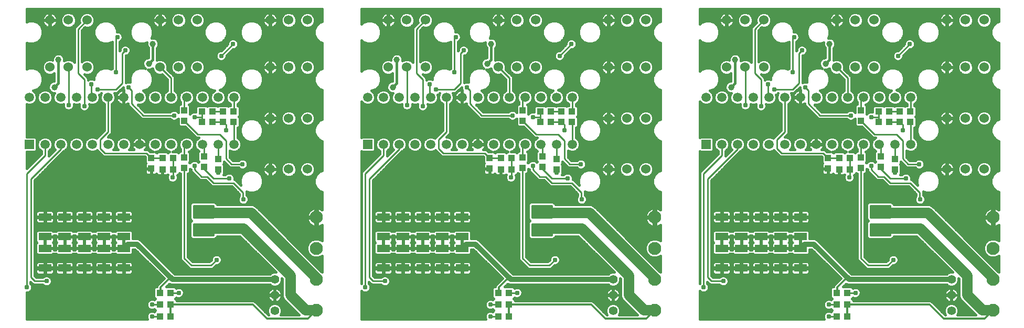
<source format=gbl>
G75*
%MOIN*%
%OFA0B0*%
%FSLAX24Y24*%
%IPPOS*%
%LPD*%
%AMOC8*
5,1,8,0,0,1.08239X$1,22.5*
%
%ADD10C,0.0550*%
%ADD11C,0.0827*%
%ADD12R,0.0433X0.0394*%
%ADD13R,0.0394X0.0433*%
%ADD14R,0.0594X0.0594*%
%ADD15C,0.0594*%
%ADD16C,0.0600*%
%ADD17R,0.0787X0.0472*%
%ADD18C,0.0160*%
%ADD19C,0.0310*%
%ADD20C,0.0120*%
%ADD21C,0.0240*%
%ADD22C,0.0100*%
%ADD23C,0.0396*%
%ADD24C,0.0320*%
%ADD25C,0.0660*%
D10*
X021426Y005603D03*
X021426Y006603D03*
X021426Y007603D03*
X042926Y007603D03*
X042926Y006603D03*
X042926Y005603D03*
X064426Y005603D03*
X064426Y006603D03*
X064426Y007603D03*
D11*
X067067Y007606D03*
X067067Y009587D03*
X067067Y011556D03*
X067067Y005637D03*
X045567Y005637D03*
X045567Y007606D03*
X045567Y009587D03*
X045567Y011556D03*
X024067Y011556D03*
X024067Y009587D03*
X024067Y007606D03*
X024067Y005637D03*
D12*
X014810Y006003D03*
X014141Y006003D03*
X014141Y005253D03*
X014810Y005253D03*
X014810Y006753D03*
X014141Y006753D03*
X014291Y014603D03*
X014960Y014603D03*
X014960Y015353D03*
X014291Y015353D03*
X016791Y017653D03*
X017460Y017653D03*
X018141Y017653D03*
X018810Y017653D03*
X018810Y018303D03*
X018141Y018303D03*
X017460Y018303D03*
X016791Y018303D03*
X035791Y015353D03*
X036460Y015353D03*
X036460Y014603D03*
X035791Y014603D03*
X038291Y017653D03*
X038960Y017653D03*
X039641Y017653D03*
X040310Y017653D03*
X040310Y018303D03*
X039641Y018303D03*
X038960Y018303D03*
X038291Y018303D03*
X057291Y015353D03*
X057960Y015353D03*
X057960Y014603D03*
X057291Y014603D03*
X059791Y017653D03*
X060460Y017653D03*
X061141Y017653D03*
X061810Y017653D03*
X061810Y018303D03*
X061141Y018303D03*
X060460Y018303D03*
X059791Y018303D03*
X057810Y006753D03*
X057141Y006753D03*
X057141Y006003D03*
X057810Y006003D03*
X057810Y005253D03*
X057141Y005253D03*
X036310Y005253D03*
X035641Y005253D03*
X035641Y006003D03*
X036310Y006003D03*
X036310Y006753D03*
X035641Y006753D03*
D13*
X035076Y014669D03*
X035076Y015338D03*
X037176Y015388D03*
X038426Y015438D03*
X039326Y015288D03*
X039326Y014619D03*
X038426Y014769D03*
X037176Y014719D03*
X037176Y017719D03*
X037176Y018388D03*
X017826Y015288D03*
X017826Y014619D03*
X016926Y014769D03*
X015676Y014719D03*
X015676Y015388D03*
X016926Y015438D03*
X013576Y015338D03*
X013576Y014669D03*
X015676Y017719D03*
X015676Y018388D03*
X056576Y015338D03*
X056576Y014669D03*
X058676Y014719D03*
X059926Y014769D03*
X060826Y014619D03*
X060826Y015288D03*
X059926Y015438D03*
X058676Y015388D03*
X058676Y017719D03*
X058676Y018388D03*
D14*
X048826Y016203D03*
X027326Y016203D03*
X005826Y016203D03*
D15*
X006826Y016203D03*
X007826Y016203D03*
X008826Y016203D03*
X009826Y016203D03*
X010826Y016203D03*
X011826Y016203D03*
X012826Y016203D03*
X013826Y016203D03*
X014826Y016203D03*
X015826Y016203D03*
X016826Y016203D03*
X017826Y016203D03*
X018826Y016203D03*
X018826Y019203D03*
X017826Y019203D03*
X016826Y019203D03*
X015826Y019203D03*
X014826Y019203D03*
X013826Y019203D03*
X012826Y019203D03*
X011826Y019203D03*
X010826Y019203D03*
X009826Y019203D03*
X008826Y019203D03*
X007826Y019203D03*
X006826Y019203D03*
X005826Y019203D03*
X027326Y019203D03*
X028326Y019203D03*
X029326Y019203D03*
X030326Y019203D03*
X031326Y019203D03*
X032326Y019203D03*
X033326Y019203D03*
X034326Y019203D03*
X035326Y019203D03*
X036326Y019203D03*
X037326Y019203D03*
X038326Y019203D03*
X039326Y019203D03*
X040326Y019203D03*
X040326Y016203D03*
X039326Y016203D03*
X038326Y016203D03*
X037326Y016203D03*
X036326Y016203D03*
X035326Y016203D03*
X034326Y016203D03*
X033326Y016203D03*
X032326Y016203D03*
X031326Y016203D03*
X030326Y016203D03*
X029326Y016203D03*
X028326Y016203D03*
X048826Y019203D03*
X049826Y019203D03*
X050826Y019203D03*
X051826Y019203D03*
X052826Y019203D03*
X053826Y019203D03*
X054826Y019203D03*
X055826Y019203D03*
X056826Y019203D03*
X057826Y019203D03*
X058826Y019203D03*
X059826Y019203D03*
X060826Y019203D03*
X061826Y019203D03*
X061826Y016203D03*
X060826Y016203D03*
X059826Y016203D03*
X058826Y016203D03*
X057826Y016203D03*
X056826Y016203D03*
X055826Y016203D03*
X054826Y016203D03*
X053826Y016203D03*
X052826Y016203D03*
X051826Y016203D03*
X050826Y016203D03*
X049826Y016203D03*
D16*
X044996Y014623D03*
X043816Y014623D03*
X042636Y014623D03*
X042636Y017873D03*
X043816Y017873D03*
X044996Y017873D03*
X044996Y021123D03*
X043816Y021123D03*
X042636Y021123D03*
X037996Y021123D03*
X036816Y021123D03*
X035636Y021123D03*
X030996Y021123D03*
X029816Y021123D03*
X028636Y021123D03*
X023496Y021123D03*
X022316Y021123D03*
X021136Y021123D03*
X016496Y021123D03*
X015316Y021123D03*
X014136Y021123D03*
X009496Y021123D03*
X008316Y021123D03*
X007136Y021123D03*
X007136Y024123D03*
X008316Y024123D03*
X009496Y024123D03*
X014136Y024123D03*
X015316Y024123D03*
X016496Y024123D03*
X021136Y024123D03*
X022316Y024123D03*
X023496Y024123D03*
X028636Y024123D03*
X029816Y024123D03*
X030996Y024123D03*
X035636Y024123D03*
X036816Y024123D03*
X037996Y024123D03*
X042636Y024123D03*
X043816Y024123D03*
X044996Y024123D03*
X050136Y024123D03*
X051316Y024123D03*
X052496Y024123D03*
X057136Y024123D03*
X058316Y024123D03*
X059496Y024123D03*
X064136Y024123D03*
X065316Y024123D03*
X066496Y024123D03*
X066496Y021123D03*
X065316Y021123D03*
X064136Y021123D03*
X059496Y021123D03*
X058316Y021123D03*
X057136Y021123D03*
X052496Y021123D03*
X051316Y021123D03*
X050136Y021123D03*
X064136Y017873D03*
X065316Y017873D03*
X066496Y017873D03*
X066496Y014623D03*
X065316Y014623D03*
X064136Y014623D03*
X023496Y014623D03*
X022316Y014623D03*
X021136Y014623D03*
X021136Y017873D03*
X022316Y017873D03*
X023496Y017873D03*
D17*
X028326Y011583D03*
X029576Y011583D03*
X030826Y011583D03*
X032076Y011583D03*
X033326Y011583D03*
X033326Y010323D03*
X032076Y010323D03*
X030826Y010323D03*
X029576Y010323D03*
X028326Y010323D03*
X028326Y009583D03*
X029576Y009583D03*
X030826Y009583D03*
X032076Y009583D03*
X033326Y009583D03*
X033326Y008323D03*
X032076Y008323D03*
X030826Y008323D03*
X029576Y008323D03*
X028326Y008323D03*
X011826Y008323D03*
X010576Y008323D03*
X009326Y008323D03*
X008076Y008323D03*
X006826Y008323D03*
X006826Y009583D03*
X008076Y009583D03*
X009326Y009583D03*
X010576Y009583D03*
X011826Y009583D03*
X011826Y010323D03*
X010576Y010323D03*
X009326Y010323D03*
X008076Y010323D03*
X006826Y010323D03*
X006826Y011583D03*
X008076Y011583D03*
X009326Y011583D03*
X010576Y011583D03*
X011826Y011583D03*
X049826Y011583D03*
X051076Y011583D03*
X052326Y011583D03*
X053576Y011583D03*
X054826Y011583D03*
X054826Y010323D03*
X053576Y010323D03*
X052326Y010323D03*
X051076Y010323D03*
X049826Y010323D03*
X049826Y009583D03*
X051076Y009583D03*
X052326Y009583D03*
X053576Y009583D03*
X054826Y009583D03*
X054826Y008323D03*
X053576Y008323D03*
X052326Y008323D03*
X051076Y008323D03*
X049826Y008323D03*
D18*
X005656Y006768D02*
X005656Y005083D01*
X013334Y005083D01*
X013291Y005187D01*
X013291Y005320D01*
X013342Y005443D01*
X013436Y005537D01*
X013559Y005588D01*
X013692Y005588D01*
X013774Y005554D01*
X013848Y005628D01*
X013774Y005702D01*
X013692Y005668D01*
X013559Y005668D01*
X013436Y005719D01*
X013342Y005813D01*
X013291Y005937D01*
X013291Y006070D01*
X013342Y006193D01*
X013436Y006287D01*
X013559Y006338D01*
X013692Y006338D01*
X013774Y006304D01*
X013848Y006378D01*
X013745Y006482D01*
X013745Y007025D01*
X013850Y007130D01*
X013936Y007130D01*
X013936Y007151D01*
X013972Y007239D01*
X014040Y007307D01*
X014391Y007657D01*
X012535Y009513D01*
X012399Y009513D01*
X012399Y009272D01*
X012294Y009167D01*
X011357Y009167D01*
X011301Y009223D01*
X011100Y009223D01*
X011044Y009167D01*
X010107Y009167D01*
X010051Y009223D01*
X009850Y009223D01*
X009794Y009167D01*
X008857Y009167D01*
X008801Y009223D01*
X008600Y009223D01*
X008544Y009167D01*
X007607Y009167D01*
X007551Y009223D01*
X007350Y009223D01*
X007294Y009167D01*
X006357Y009167D01*
X006252Y009272D01*
X006252Y009894D01*
X006311Y009953D01*
X006252Y010012D01*
X006252Y010634D01*
X006357Y010739D01*
X007294Y010739D01*
X007350Y010683D01*
X007551Y010683D01*
X007607Y010739D01*
X008544Y010739D01*
X008600Y010683D01*
X008801Y010683D01*
X008857Y010739D01*
X009794Y010739D01*
X009850Y010683D01*
X010051Y010683D01*
X010107Y010739D01*
X011044Y010739D01*
X011100Y010683D01*
X011301Y010683D01*
X011357Y010739D01*
X012294Y010739D01*
X012399Y010634D01*
X012399Y010193D01*
X012743Y010193D01*
X012868Y010141D01*
X015067Y007943D01*
X021122Y007943D01*
X021168Y007989D01*
X021335Y008058D01*
X021499Y008058D01*
X019214Y010343D01*
X017756Y010343D01*
X017756Y010308D01*
X017621Y010173D01*
X016180Y010173D01*
X016046Y010308D01*
X016046Y011248D01*
X016150Y011353D01*
X016046Y011458D01*
X016046Y011648D01*
X016046Y012208D01*
X016046Y012398D01*
X016180Y012533D01*
X017621Y012533D01*
X017756Y012398D01*
X017756Y012363D01*
X020027Y012363D01*
X020215Y012286D01*
X020358Y012142D01*
X024382Y008118D01*
X024404Y008109D01*
X024426Y008087D01*
X024426Y009106D01*
X024404Y009084D01*
X024185Y008994D01*
X023949Y008994D01*
X023731Y009084D01*
X023564Y009251D01*
X023474Y009469D01*
X023474Y009705D01*
X023564Y009924D01*
X023731Y010090D01*
X023949Y010181D01*
X024185Y010181D01*
X024404Y010090D01*
X024426Y010068D01*
X024426Y011083D01*
X024378Y011048D01*
X024295Y011006D01*
X024206Y010977D01*
X024125Y010964D01*
X024125Y011498D01*
X024010Y011498D01*
X024010Y010964D01*
X023929Y010977D01*
X023840Y011006D01*
X023756Y011048D01*
X023681Y011103D01*
X023615Y011169D01*
X023560Y011245D01*
X023518Y011328D01*
X023489Y011417D01*
X023476Y011498D01*
X024010Y011498D01*
X024010Y011614D01*
X024010Y012148D01*
X023929Y012135D01*
X023840Y012106D01*
X023756Y012063D01*
X023681Y012009D01*
X023615Y011942D01*
X023560Y011867D01*
X023518Y011784D01*
X023489Y011695D01*
X023476Y011614D01*
X024010Y011614D01*
X024125Y011614D01*
X024125Y012148D01*
X024206Y012135D01*
X024295Y012106D01*
X024378Y012063D01*
X024426Y012029D01*
X024426Y013167D01*
X024262Y013234D01*
X024057Y013440D01*
X023946Y013708D01*
X023946Y013998D01*
X024057Y014267D01*
X024262Y014472D01*
X024426Y014540D01*
X024426Y016417D01*
X024262Y016484D01*
X024057Y016690D01*
X023946Y016958D01*
X023946Y017248D01*
X024057Y017517D01*
X024262Y017722D01*
X024426Y017790D01*
X024426Y019667D01*
X024262Y019734D01*
X024057Y019940D01*
X023946Y020208D01*
X023946Y020498D01*
X024057Y020767D01*
X024262Y020972D01*
X024426Y021040D01*
X024426Y022667D01*
X024262Y022734D01*
X024057Y022940D01*
X023946Y023208D01*
X023946Y023498D01*
X024057Y023767D01*
X024262Y023972D01*
X024426Y024040D01*
X024426Y024843D01*
X005656Y024843D01*
X005656Y024019D01*
X005811Y024083D01*
X006101Y024083D01*
X006369Y023972D01*
X006575Y023767D01*
X006686Y023498D01*
X006686Y023208D01*
X006575Y022940D01*
X006369Y022734D01*
X006101Y022623D01*
X005811Y022623D01*
X005656Y022687D01*
X005656Y021019D01*
X005811Y021083D01*
X006101Y021083D01*
X006369Y020972D01*
X006575Y020767D01*
X006686Y020498D01*
X006686Y020208D01*
X006575Y019940D01*
X006369Y019734D01*
X006101Y019623D01*
X006058Y019623D01*
X006096Y019607D01*
X006230Y019473D01*
X006303Y019298D01*
X006303Y019108D01*
X006230Y018933D01*
X006096Y018799D01*
X005921Y018726D01*
X005731Y018726D01*
X005656Y018757D01*
X005656Y016680D01*
X006197Y016680D01*
X006303Y016575D01*
X006303Y015832D01*
X006197Y015726D01*
X005656Y015726D01*
X005656Y014658D01*
X006596Y015598D01*
X006596Y015782D01*
X006556Y015799D01*
X006421Y015933D01*
X006349Y016108D01*
X006349Y016298D01*
X006421Y016473D01*
X006556Y016607D01*
X006731Y016680D01*
X006921Y016680D01*
X007096Y016607D01*
X007230Y016473D01*
X007303Y016298D01*
X007303Y016108D01*
X007230Y015933D01*
X007096Y015799D01*
X007056Y015782D01*
X007056Y015458D01*
X007476Y015879D01*
X007421Y015933D01*
X007349Y016108D01*
X007349Y016298D01*
X007421Y016473D01*
X007556Y016607D01*
X007731Y016680D01*
X007921Y016680D01*
X008096Y016607D01*
X008230Y016473D01*
X008303Y016298D01*
X008303Y016108D01*
X008230Y015933D01*
X008096Y015799D01*
X008012Y015764D01*
X007921Y015673D01*
X006156Y013908D01*
X006156Y007848D01*
X006271Y007733D01*
X006682Y007733D01*
X006736Y007787D01*
X006859Y007838D01*
X006992Y007838D01*
X007115Y007787D01*
X007210Y007693D01*
X007261Y007570D01*
X007261Y007437D01*
X007210Y007313D01*
X007115Y007219D01*
X006992Y007168D01*
X006859Y007168D01*
X006736Y007219D01*
X006682Y007273D01*
X006080Y007273D01*
X005906Y007448D01*
X005906Y007347D01*
X005960Y007293D01*
X006011Y007170D01*
X006011Y007037D01*
X005960Y006913D01*
X005865Y006819D01*
X005742Y006768D01*
X005656Y006768D01*
X005656Y006664D02*
X013745Y006664D01*
X013745Y006822D02*
X005868Y006822D01*
X005988Y006981D02*
X013745Y006981D01*
X013936Y007139D02*
X006011Y007139D01*
X006056Y007298D02*
X005955Y007298D01*
X006231Y007773D02*
X006722Y007773D01*
X006788Y007907D02*
X006788Y008285D01*
X006864Y008285D01*
X006864Y008361D01*
X007399Y008361D01*
X007399Y008583D01*
X007387Y008629D01*
X007363Y008670D01*
X007330Y008703D01*
X007289Y008727D01*
X007243Y008739D01*
X006864Y008739D01*
X006864Y008361D01*
X006788Y008361D01*
X006788Y008285D01*
X006252Y008285D01*
X006252Y008063D01*
X006264Y008018D01*
X006288Y007976D01*
X006321Y007943D01*
X006363Y007919D01*
X006408Y007907D01*
X006788Y007907D01*
X006788Y007932D02*
X006864Y007932D01*
X006864Y007907D02*
X007243Y007907D01*
X007289Y007919D01*
X007330Y007943D01*
X007363Y007976D01*
X007387Y008018D01*
X007399Y008063D01*
X007399Y008285D01*
X006864Y008285D01*
X006864Y007907D01*
X006864Y008090D02*
X006788Y008090D01*
X006788Y008249D02*
X006864Y008249D01*
X006788Y008361D02*
X006252Y008361D01*
X006252Y008583D01*
X006264Y008629D01*
X006288Y008670D01*
X006321Y008703D01*
X006363Y008727D01*
X006408Y008739D01*
X006788Y008739D01*
X006788Y008361D01*
X006788Y008407D02*
X006864Y008407D01*
X006864Y008566D02*
X006788Y008566D01*
X006788Y008724D02*
X006864Y008724D01*
X007294Y008724D02*
X007607Y008724D01*
X007613Y008727D02*
X007571Y008703D01*
X007538Y008670D01*
X007514Y008629D01*
X007502Y008583D01*
X007502Y008361D01*
X008038Y008361D01*
X008038Y008285D01*
X008114Y008285D01*
X008114Y008361D01*
X008649Y008361D01*
X008649Y008583D01*
X008637Y008629D01*
X008613Y008670D01*
X008580Y008703D01*
X008539Y008727D01*
X008493Y008739D01*
X008114Y008739D01*
X008114Y008361D01*
X008038Y008361D01*
X008038Y008739D01*
X007658Y008739D01*
X007613Y008727D01*
X007502Y008566D02*
X007399Y008566D01*
X007399Y008407D02*
X007502Y008407D01*
X007502Y008285D02*
X007502Y008063D01*
X007514Y008018D01*
X007538Y007976D01*
X007571Y007943D01*
X007613Y007919D01*
X007658Y007907D01*
X008038Y007907D01*
X008038Y008285D01*
X007502Y008285D01*
X007502Y008249D02*
X007399Y008249D01*
X007399Y008090D02*
X007502Y008090D01*
X007591Y007932D02*
X007310Y007932D01*
X007129Y007773D02*
X014275Y007773D01*
X014348Y007615D02*
X007242Y007615D01*
X007261Y007456D02*
X014189Y007456D01*
X014031Y007298D02*
X007194Y007298D01*
X008038Y007932D02*
X008114Y007932D01*
X008114Y007907D02*
X008493Y007907D01*
X008539Y007919D01*
X008580Y007943D01*
X008613Y007976D01*
X008637Y008018D01*
X008649Y008063D01*
X008649Y008285D01*
X008114Y008285D01*
X008114Y007907D01*
X008114Y008090D02*
X008038Y008090D01*
X008038Y008249D02*
X008114Y008249D01*
X008114Y008407D02*
X008038Y008407D01*
X008038Y008566D02*
X008114Y008566D01*
X008114Y008724D02*
X008038Y008724D01*
X008544Y008724D02*
X008857Y008724D01*
X008863Y008727D02*
X008821Y008703D01*
X008788Y008670D01*
X008764Y008629D01*
X008752Y008583D01*
X008752Y008361D01*
X009288Y008361D01*
X009288Y008285D01*
X009364Y008285D01*
X009364Y008361D01*
X009899Y008361D01*
X009899Y008583D01*
X009887Y008629D01*
X009863Y008670D01*
X009830Y008703D01*
X009789Y008727D01*
X009743Y008739D01*
X009364Y008739D01*
X009364Y008361D01*
X009288Y008361D01*
X009288Y008739D01*
X008908Y008739D01*
X008863Y008727D01*
X008752Y008566D02*
X008649Y008566D01*
X008649Y008407D02*
X008752Y008407D01*
X008752Y008285D02*
X008752Y008063D01*
X008764Y008018D01*
X008788Y007976D01*
X008821Y007943D01*
X008863Y007919D01*
X008908Y007907D01*
X009288Y007907D01*
X009288Y008285D01*
X008752Y008285D01*
X008752Y008249D02*
X008649Y008249D01*
X008649Y008090D02*
X008752Y008090D01*
X008841Y007932D02*
X008560Y007932D01*
X009288Y007932D02*
X009364Y007932D01*
X009364Y007907D02*
X009743Y007907D01*
X009789Y007919D01*
X009830Y007943D01*
X009863Y007976D01*
X009887Y008018D01*
X009899Y008063D01*
X009899Y008285D01*
X009364Y008285D01*
X009364Y007907D01*
X009364Y008090D02*
X009288Y008090D01*
X009288Y008249D02*
X009364Y008249D01*
X009364Y008407D02*
X009288Y008407D01*
X009288Y008566D02*
X009364Y008566D01*
X009364Y008724D02*
X009288Y008724D01*
X009794Y008724D02*
X010107Y008724D01*
X010113Y008727D02*
X010071Y008703D01*
X010038Y008670D01*
X010014Y008629D01*
X010002Y008583D01*
X010002Y008361D01*
X010538Y008361D01*
X010538Y008285D01*
X010614Y008285D01*
X010614Y008361D01*
X011149Y008361D01*
X011149Y008583D01*
X011137Y008629D01*
X011113Y008670D01*
X011080Y008703D01*
X011039Y008727D01*
X010993Y008739D01*
X010614Y008739D01*
X010614Y008361D01*
X010538Y008361D01*
X010538Y008739D01*
X010158Y008739D01*
X010113Y008727D01*
X010002Y008566D02*
X009899Y008566D01*
X009899Y008407D02*
X010002Y008407D01*
X010002Y008285D02*
X010002Y008063D01*
X010014Y008018D01*
X010038Y007976D01*
X010071Y007943D01*
X010113Y007919D01*
X010158Y007907D01*
X010538Y007907D01*
X010538Y008285D01*
X010002Y008285D01*
X010002Y008249D02*
X009899Y008249D01*
X009899Y008090D02*
X010002Y008090D01*
X010091Y007932D02*
X009810Y007932D01*
X010538Y007932D02*
X010614Y007932D01*
X010614Y007907D02*
X010993Y007907D01*
X011039Y007919D01*
X011080Y007943D01*
X011113Y007976D01*
X011137Y008018D01*
X011149Y008063D01*
X011149Y008285D01*
X010614Y008285D01*
X010614Y007907D01*
X010614Y008090D02*
X010538Y008090D01*
X010538Y008249D02*
X010614Y008249D01*
X010614Y008407D02*
X010538Y008407D01*
X010538Y008566D02*
X010614Y008566D01*
X010614Y008724D02*
X010538Y008724D01*
X011044Y008724D02*
X011357Y008724D01*
X011363Y008727D02*
X011321Y008703D01*
X011288Y008670D01*
X011264Y008629D01*
X011252Y008583D01*
X011252Y008361D01*
X011788Y008361D01*
X011788Y008285D01*
X011864Y008285D01*
X011864Y008361D01*
X012399Y008361D01*
X012399Y008583D01*
X012387Y008629D01*
X012363Y008670D01*
X012330Y008703D01*
X012289Y008727D01*
X012243Y008739D01*
X011864Y008739D01*
X011864Y008361D01*
X011788Y008361D01*
X011788Y008739D01*
X011408Y008739D01*
X011363Y008727D01*
X011252Y008566D02*
X011149Y008566D01*
X011149Y008407D02*
X011252Y008407D01*
X011252Y008285D02*
X011252Y008063D01*
X011264Y008018D01*
X011288Y007976D01*
X011321Y007943D01*
X011363Y007919D01*
X011408Y007907D01*
X011788Y007907D01*
X011788Y008285D01*
X011252Y008285D01*
X011252Y008249D02*
X011149Y008249D01*
X011149Y008090D02*
X011252Y008090D01*
X011341Y007932D02*
X011060Y007932D01*
X011788Y007932D02*
X011864Y007932D01*
X011864Y007907D02*
X012243Y007907D01*
X012289Y007919D01*
X012330Y007943D01*
X012363Y007976D01*
X012387Y008018D01*
X012399Y008063D01*
X012399Y008285D01*
X011864Y008285D01*
X011864Y007907D01*
X011864Y008090D02*
X011788Y008090D01*
X011788Y008249D02*
X011864Y008249D01*
X011864Y008407D02*
X011788Y008407D01*
X011788Y008566D02*
X011864Y008566D01*
X011864Y008724D02*
X011788Y008724D01*
X012294Y008724D02*
X013324Y008724D01*
X013482Y008566D02*
X012399Y008566D01*
X012399Y008407D02*
X013641Y008407D01*
X013799Y008249D02*
X012399Y008249D01*
X012399Y008090D02*
X013958Y008090D01*
X014116Y007932D02*
X012310Y007932D01*
X014286Y008724D02*
X015579Y008724D01*
X015446Y008858D02*
X015896Y008408D01*
X016030Y008273D01*
X017471Y008273D01*
X017716Y008518D01*
X017792Y008518D01*
X017915Y008569D01*
X018010Y008663D01*
X018061Y008787D01*
X018061Y008920D01*
X018010Y009043D01*
X017915Y009137D01*
X017792Y009188D01*
X017659Y009188D01*
X017536Y009137D01*
X017442Y009043D01*
X017391Y008920D01*
X017391Y008843D01*
X017280Y008733D01*
X016221Y008733D01*
X015906Y009048D01*
X015906Y014322D01*
X015947Y014322D01*
X016053Y014427D01*
X016053Y014653D01*
X016096Y014609D01*
X016096Y014508D01*
X016546Y014058D01*
X016680Y013923D01*
X017030Y013923D01*
X017296Y013658D01*
X017430Y013523D01*
X018708Y013523D01*
X019186Y013045D01*
X019186Y012937D01*
X019142Y012893D01*
X019091Y012770D01*
X019091Y012637D01*
X019142Y012513D01*
X019236Y012419D01*
X019359Y012368D01*
X019492Y012368D01*
X019615Y012419D01*
X019710Y012513D01*
X019761Y012637D01*
X019761Y012770D01*
X019710Y012893D01*
X019646Y012957D01*
X019646Y013191D01*
X019811Y013123D01*
X020101Y013123D01*
X020369Y013234D01*
X020575Y013440D01*
X020686Y013708D01*
X020686Y013998D01*
X020575Y014267D01*
X020369Y014472D01*
X020101Y014583D01*
X019811Y014583D01*
X019542Y014472D01*
X019337Y014267D01*
X019226Y013998D01*
X019226Y013708D01*
X019262Y013619D01*
X018899Y013983D01*
X018859Y013983D01*
X018861Y013987D01*
X018861Y014120D01*
X018810Y014243D01*
X018715Y014337D01*
X018592Y014388D01*
X018459Y014388D01*
X018336Y014337D01*
X018282Y014283D01*
X018158Y014283D01*
X018203Y014327D01*
X018203Y014910D01*
X018159Y014953D01*
X018203Y014997D01*
X018203Y015101D01*
X018446Y014858D01*
X018580Y014723D01*
X019132Y014723D01*
X019186Y014669D01*
X019309Y014618D01*
X019442Y014618D01*
X019565Y014669D01*
X019660Y014763D01*
X019711Y014887D01*
X019711Y015020D01*
X019660Y015143D01*
X019565Y015237D01*
X019442Y015288D01*
X019309Y015288D01*
X019186Y015237D01*
X019132Y015183D01*
X018771Y015183D01*
X018556Y015398D01*
X018556Y015799D01*
X018731Y015726D01*
X018921Y015726D01*
X019096Y015799D01*
X019230Y015933D01*
X019303Y016108D01*
X019303Y016298D01*
X019230Y016473D01*
X019096Y016607D01*
X019056Y016624D01*
X019056Y017276D01*
X019101Y017276D01*
X019207Y017382D01*
X019207Y017925D01*
X019153Y017978D01*
X019207Y018032D01*
X019207Y018575D01*
X019101Y018680D01*
X019056Y018680D01*
X019056Y018782D01*
X019096Y018799D01*
X019230Y018933D01*
X019303Y019108D01*
X019303Y019298D01*
X019230Y019473D01*
X019096Y019607D01*
X018921Y019680D01*
X018731Y019680D01*
X018556Y019607D01*
X018421Y019473D01*
X018349Y019298D01*
X018349Y019108D01*
X018421Y018933D01*
X018556Y018799D01*
X018596Y018782D01*
X018596Y018680D01*
X018519Y018680D01*
X018476Y018636D01*
X018432Y018680D01*
X017850Y018680D01*
X017801Y018631D01*
X017751Y018680D01*
X017169Y018680D01*
X017126Y018636D01*
X017082Y018680D01*
X016500Y018680D01*
X016395Y018575D01*
X016395Y018287D01*
X016392Y018288D01*
X016259Y018288D01*
X016136Y018237D01*
X016053Y018154D01*
X016053Y018679D01*
X015980Y018751D01*
X016096Y018799D01*
X016230Y018933D01*
X016303Y019108D01*
X016303Y019298D01*
X016230Y019473D01*
X016096Y019607D01*
X015921Y019680D01*
X015731Y019680D01*
X015556Y019607D01*
X015421Y019473D01*
X015349Y019298D01*
X015349Y019108D01*
X015421Y018933D01*
X015446Y018909D01*
X015446Y018784D01*
X015404Y018784D01*
X015299Y018679D01*
X015299Y018254D01*
X015215Y018337D01*
X015092Y018388D01*
X014959Y018388D01*
X014836Y018337D01*
X014782Y018283D01*
X013171Y018283D01*
X012726Y018728D01*
X012731Y018726D01*
X012921Y018726D01*
X013096Y018799D01*
X013230Y018933D01*
X013303Y019108D01*
X013303Y019298D01*
X013230Y019473D01*
X013096Y019607D01*
X013058Y019623D01*
X013101Y019623D01*
X013369Y019734D01*
X013575Y019940D01*
X013686Y020208D01*
X013686Y020498D01*
X013575Y020767D01*
X013369Y020972D01*
X013362Y020975D01*
X013501Y020975D01*
X013640Y021033D01*
X013656Y021048D01*
X013656Y021028D01*
X013729Y020851D01*
X013864Y020716D01*
X014040Y020643D01*
X014231Y020643D01*
X014273Y020661D01*
X014596Y020338D01*
X014596Y019624D01*
X014556Y019607D01*
X014421Y019473D01*
X014349Y019298D01*
X014349Y019108D01*
X014421Y018933D01*
X014556Y018799D01*
X014731Y018726D01*
X014921Y018726D01*
X015096Y018799D01*
X015230Y018933D01*
X015303Y019108D01*
X015303Y019298D01*
X015230Y019473D01*
X015096Y019607D01*
X015056Y019624D01*
X015056Y020528D01*
X014598Y020986D01*
X014616Y021028D01*
X014616Y021219D01*
X014543Y021395D01*
X014408Y021530D01*
X014231Y021603D01*
X014040Y021603D01*
X013936Y021560D01*
X013936Y022328D01*
X013996Y022389D01*
X014054Y022528D01*
X014054Y022678D01*
X013996Y022817D01*
X013890Y022924D01*
X013751Y022981D01*
X013601Y022981D01*
X013590Y022977D01*
X013686Y023208D01*
X013686Y023498D01*
X013575Y023767D01*
X013369Y023972D01*
X013101Y024083D01*
X012811Y024083D01*
X012542Y023972D01*
X012337Y023767D01*
X012226Y023498D01*
X012226Y023208D01*
X012337Y022940D01*
X012542Y022734D01*
X012811Y022623D01*
X013101Y022623D01*
X013311Y022710D01*
X013298Y022678D01*
X013298Y022528D01*
X013355Y022389D01*
X013416Y022328D01*
X013416Y021731D01*
X013351Y021731D01*
X013212Y021674D01*
X013105Y021567D01*
X013048Y021428D01*
X013048Y021278D01*
X013105Y021139D01*
X013203Y021041D01*
X013101Y021083D01*
X012811Y021083D01*
X012542Y020972D01*
X012337Y020767D01*
X012226Y020498D01*
X012226Y020208D01*
X012243Y020167D01*
X012192Y020188D01*
X012059Y020188D01*
X011956Y020145D01*
X011956Y021868D01*
X011992Y021868D01*
X012115Y021919D01*
X012210Y022013D01*
X012261Y022137D01*
X012261Y022270D01*
X012210Y022393D01*
X012115Y022487D01*
X011992Y022538D01*
X011859Y022538D01*
X011736Y022487D01*
X011642Y022393D01*
X011591Y022270D01*
X011591Y022193D01*
X011556Y022158D01*
X011556Y022744D01*
X011615Y022769D01*
X011710Y022863D01*
X011761Y022987D01*
X011761Y023120D01*
X011710Y023243D01*
X011615Y023337D01*
X011492Y023388D01*
X011406Y023388D01*
X011406Y023498D01*
X011295Y023767D01*
X011089Y023972D01*
X010821Y024083D01*
X010531Y024083D01*
X010262Y023972D01*
X010057Y023767D01*
X009946Y023498D01*
X009946Y023208D01*
X010057Y022940D01*
X010262Y022734D01*
X010531Y022623D01*
X010821Y022623D01*
X011089Y022734D01*
X011096Y022741D01*
X011096Y021047D01*
X011042Y020993D01*
X011041Y020992D01*
X010821Y021083D01*
X010531Y021083D01*
X010262Y020972D01*
X010057Y020767D01*
X009946Y020498D01*
X009946Y020345D01*
X009842Y020388D01*
X009709Y020388D01*
X009586Y020337D01*
X009556Y020307D01*
X009556Y020448D01*
X009333Y020671D01*
X009400Y020643D01*
X009591Y020643D01*
X009768Y020716D01*
X009903Y020851D01*
X009976Y021028D01*
X009976Y021219D01*
X009903Y021395D01*
X009768Y021530D01*
X009591Y021603D01*
X009400Y021603D01*
X009224Y021530D01*
X009156Y021462D01*
X009156Y023458D01*
X009358Y023661D01*
X009400Y023643D01*
X009591Y023643D01*
X009768Y023716D01*
X009903Y023851D01*
X009976Y024028D01*
X009976Y024219D01*
X009903Y024395D01*
X009768Y024530D01*
X009591Y024603D01*
X009400Y024603D01*
X009224Y024530D01*
X009089Y024395D01*
X009016Y024219D01*
X009016Y024028D01*
X009033Y023986D01*
X008696Y023648D01*
X008696Y021422D01*
X008588Y021530D01*
X008411Y021603D01*
X008220Y021603D01*
X008054Y021534D01*
X008054Y021678D01*
X007996Y021817D01*
X007890Y021924D01*
X007751Y021981D01*
X007601Y021981D01*
X007462Y021924D01*
X007355Y021817D01*
X007298Y021678D01*
X007298Y021576D01*
X007231Y021603D01*
X007040Y021603D01*
X006864Y021530D01*
X006729Y021395D01*
X006656Y021219D01*
X006656Y021028D01*
X006729Y020851D01*
X006864Y020716D01*
X007040Y020643D01*
X007231Y020643D01*
X007408Y020716D01*
X007416Y020724D01*
X007416Y020231D01*
X007351Y020231D01*
X007212Y020174D01*
X007105Y020067D01*
X007048Y019928D01*
X007048Y019778D01*
X007105Y019639D01*
X007212Y019533D01*
X007351Y019475D01*
X007423Y019475D01*
X007421Y019473D01*
X007349Y019298D01*
X007349Y019108D01*
X007421Y018933D01*
X007556Y018799D01*
X007731Y018726D01*
X007921Y018726D01*
X007991Y018755D01*
X007991Y018637D01*
X008042Y018513D01*
X008136Y018419D01*
X008259Y018368D01*
X008392Y018368D01*
X008515Y018419D01*
X008610Y018513D01*
X008661Y018637D01*
X008661Y018755D01*
X008731Y018726D01*
X008921Y018726D01*
X009009Y018763D01*
X008991Y018720D01*
X008991Y018587D01*
X009042Y018463D01*
X009136Y018369D01*
X009259Y018318D01*
X009392Y018318D01*
X009515Y018369D01*
X009610Y018463D01*
X009661Y018587D01*
X009661Y018720D01*
X009643Y018763D01*
X009731Y018726D01*
X009921Y018726D01*
X010096Y018799D01*
X010230Y018933D01*
X010303Y019108D01*
X010303Y019298D01*
X010269Y019379D01*
X010365Y019419D01*
X010419Y019473D01*
X010421Y019473D01*
X010349Y019298D01*
X010349Y019108D01*
X010421Y018933D01*
X010556Y018799D01*
X010596Y018782D01*
X010596Y017098D01*
X010230Y016733D01*
X010100Y016603D01*
X010096Y016607D01*
X009921Y016680D01*
X009731Y016680D01*
X009556Y016607D01*
X009421Y016473D01*
X009349Y016298D01*
X009349Y016108D01*
X009421Y015933D01*
X009556Y015799D01*
X009731Y015726D01*
X009921Y015726D01*
X010096Y015799D01*
X010125Y015828D01*
X010396Y015558D01*
X010530Y015423D01*
X013165Y015423D01*
X013199Y015389D01*
X013199Y015047D01*
X013242Y015003D01*
X013235Y014996D01*
X013211Y014955D01*
X013199Y014909D01*
X013199Y014687D01*
X013557Y014687D01*
X013557Y014650D01*
X013199Y014650D01*
X013199Y014428D01*
X013211Y014382D01*
X013235Y014341D01*
X013268Y014308D01*
X013309Y014284D01*
X013355Y014272D01*
X013557Y014272D01*
X013557Y014650D01*
X013594Y014650D01*
X013594Y014272D01*
X013796Y014272D01*
X013842Y014284D01*
X013883Y014308D01*
X013909Y014334D01*
X013931Y014296D01*
X013964Y014262D01*
X014005Y014239D01*
X014051Y014226D01*
X014273Y014226D01*
X014273Y014585D01*
X014310Y014585D01*
X014310Y014226D01*
X014531Y014226D01*
X014577Y014239D01*
X014618Y014262D01*
X014626Y014270D01*
X014630Y014265D01*
X014591Y014170D01*
X014591Y014037D01*
X014642Y013913D01*
X014736Y013819D01*
X014859Y013768D01*
X014992Y013768D01*
X015115Y013819D01*
X015210Y013913D01*
X015261Y014037D01*
X015261Y014170D01*
X015237Y014226D01*
X015251Y014226D01*
X015357Y014332D01*
X015357Y014369D01*
X015404Y014322D01*
X015446Y014322D01*
X015446Y008858D01*
X015446Y008883D02*
X014127Y008883D01*
X013969Y009041D02*
X015446Y009041D01*
X015446Y009200D02*
X013810Y009200D01*
X013652Y009358D02*
X015446Y009358D01*
X015446Y009517D02*
X013493Y009517D01*
X013335Y009675D02*
X015446Y009675D01*
X015446Y009834D02*
X013176Y009834D01*
X013018Y009992D02*
X015446Y009992D01*
X015446Y010151D02*
X012846Y010151D01*
X012399Y010309D02*
X015446Y010309D01*
X015446Y010468D02*
X012399Y010468D01*
X012399Y010626D02*
X015446Y010626D01*
X015446Y010785D02*
X006156Y010785D01*
X006156Y010943D02*
X015446Y010943D01*
X015446Y011102D02*
X006156Y011102D01*
X006156Y011260D02*
X006274Y011260D01*
X006264Y011277D02*
X006288Y011236D01*
X006321Y011203D01*
X006363Y011179D01*
X006408Y011167D01*
X006788Y011167D01*
X006788Y011545D01*
X006864Y011545D01*
X006864Y011621D01*
X007399Y011621D01*
X007399Y011843D01*
X007387Y011889D01*
X007363Y011930D01*
X007330Y011963D01*
X007289Y011987D01*
X007243Y011999D01*
X006864Y011999D01*
X006864Y011621D01*
X006788Y011621D01*
X006788Y011999D01*
X006408Y011999D01*
X006363Y011987D01*
X006321Y011963D01*
X006288Y011930D01*
X006264Y011889D01*
X006252Y011843D01*
X006252Y011621D01*
X006788Y011621D01*
X006788Y011545D01*
X006252Y011545D01*
X006252Y011323D01*
X006264Y011277D01*
X006252Y011419D02*
X006156Y011419D01*
X006156Y011577D02*
X006788Y011577D01*
X006864Y011577D02*
X008038Y011577D01*
X008038Y011545D02*
X007502Y011545D01*
X007502Y011323D01*
X007514Y011277D01*
X007538Y011236D01*
X007571Y011203D01*
X007613Y011179D01*
X007658Y011167D01*
X008038Y011167D01*
X008038Y011545D01*
X008114Y011545D01*
X008114Y011621D01*
X008649Y011621D01*
X008649Y011843D01*
X008637Y011889D01*
X008613Y011930D01*
X008580Y011963D01*
X008539Y011987D01*
X008493Y011999D01*
X008114Y011999D01*
X008114Y011621D01*
X008038Y011621D01*
X008038Y011999D01*
X007658Y011999D01*
X007613Y011987D01*
X007571Y011963D01*
X007538Y011930D01*
X007514Y011889D01*
X007502Y011843D01*
X007502Y011621D01*
X008038Y011621D01*
X008038Y011545D01*
X008114Y011545D02*
X008114Y011167D01*
X008493Y011167D01*
X008539Y011179D01*
X008580Y011203D01*
X008613Y011236D01*
X008637Y011277D01*
X008649Y011323D01*
X008649Y011545D01*
X008114Y011545D01*
X008114Y011577D02*
X009288Y011577D01*
X009288Y011545D02*
X008752Y011545D01*
X008752Y011323D01*
X008764Y011277D01*
X008788Y011236D01*
X008821Y011203D01*
X008863Y011179D01*
X008908Y011167D01*
X009288Y011167D01*
X009288Y011545D01*
X009364Y011545D01*
X009364Y011621D01*
X009899Y011621D01*
X009899Y011843D01*
X009887Y011889D01*
X009863Y011930D01*
X009830Y011963D01*
X009789Y011987D01*
X009743Y011999D01*
X009364Y011999D01*
X009364Y011621D01*
X009288Y011621D01*
X009288Y011999D01*
X008908Y011999D01*
X008863Y011987D01*
X008821Y011963D01*
X008788Y011930D01*
X008764Y011889D01*
X008752Y011843D01*
X008752Y011621D01*
X009288Y011621D01*
X009288Y011545D01*
X009364Y011545D02*
X009364Y011167D01*
X009743Y011167D01*
X009789Y011179D01*
X009830Y011203D01*
X009863Y011236D01*
X009887Y011277D01*
X009899Y011323D01*
X009899Y011545D01*
X009364Y011545D01*
X009364Y011577D02*
X010538Y011577D01*
X010538Y011545D02*
X010002Y011545D01*
X010002Y011323D01*
X010014Y011277D01*
X010038Y011236D01*
X010071Y011203D01*
X010113Y011179D01*
X010158Y011167D01*
X010538Y011167D01*
X010538Y011545D01*
X010614Y011545D01*
X010614Y011621D01*
X011149Y011621D01*
X011149Y011843D01*
X011137Y011889D01*
X011113Y011930D01*
X011080Y011963D01*
X011039Y011987D01*
X010993Y011999D01*
X010614Y011999D01*
X010614Y011621D01*
X010538Y011621D01*
X010538Y011999D01*
X010158Y011999D01*
X010113Y011987D01*
X010071Y011963D01*
X010038Y011930D01*
X010014Y011889D01*
X010002Y011843D01*
X010002Y011621D01*
X010538Y011621D01*
X010538Y011545D01*
X010614Y011545D02*
X010614Y011167D01*
X010993Y011167D01*
X011039Y011179D01*
X011080Y011203D01*
X011113Y011236D01*
X011137Y011277D01*
X011149Y011323D01*
X011149Y011545D01*
X010614Y011545D01*
X010614Y011577D02*
X011788Y011577D01*
X011788Y011545D02*
X011252Y011545D01*
X011252Y011323D01*
X011264Y011277D01*
X011288Y011236D01*
X011321Y011203D01*
X011363Y011179D01*
X011408Y011167D01*
X011788Y011167D01*
X011788Y011545D01*
X011864Y011545D01*
X011864Y011621D01*
X012399Y011621D01*
X012399Y011843D01*
X012387Y011889D01*
X012363Y011930D01*
X012330Y011963D01*
X012289Y011987D01*
X012243Y011999D01*
X011864Y011999D01*
X011864Y011621D01*
X011788Y011621D01*
X011788Y011999D01*
X011408Y011999D01*
X011363Y011987D01*
X011321Y011963D01*
X011288Y011930D01*
X011264Y011889D01*
X011252Y011843D01*
X011252Y011621D01*
X011788Y011621D01*
X011788Y011545D01*
X011864Y011545D02*
X011864Y011167D01*
X012243Y011167D01*
X012289Y011179D01*
X012330Y011203D01*
X012363Y011236D01*
X012387Y011277D01*
X012399Y011323D01*
X012399Y011545D01*
X011864Y011545D01*
X011864Y011577D02*
X015446Y011577D01*
X015446Y011419D02*
X012399Y011419D01*
X012377Y011260D02*
X015446Y011260D01*
X015906Y011260D02*
X016057Y011260D01*
X016046Y011102D02*
X015906Y011102D01*
X015906Y010943D02*
X016046Y010943D01*
X016046Y010785D02*
X015906Y010785D01*
X015906Y010626D02*
X016046Y010626D01*
X016046Y010468D02*
X015906Y010468D01*
X015906Y010309D02*
X016046Y010309D01*
X015906Y010151D02*
X019407Y010151D01*
X019248Y010309D02*
X017756Y010309D01*
X019565Y009992D02*
X015906Y009992D01*
X015906Y009834D02*
X019724Y009834D01*
X019882Y009675D02*
X015906Y009675D01*
X015906Y009517D02*
X020041Y009517D01*
X020199Y009358D02*
X015906Y009358D01*
X015906Y009200D02*
X020358Y009200D01*
X020516Y009041D02*
X018010Y009041D01*
X018061Y008883D02*
X020675Y008883D01*
X020833Y008724D02*
X018035Y008724D01*
X017907Y008566D02*
X020992Y008566D01*
X021150Y008407D02*
X017605Y008407D01*
X017391Y008883D02*
X016071Y008883D01*
X015913Y009041D02*
X017441Y009041D01*
X015896Y008407D02*
X014603Y008407D01*
X014761Y008249D02*
X021309Y008249D01*
X021467Y008090D02*
X014920Y008090D01*
X014444Y008566D02*
X015738Y008566D01*
X013165Y008883D02*
X006156Y008883D01*
X006156Y009041D02*
X013007Y009041D01*
X012848Y009200D02*
X012327Y009200D01*
X012399Y009358D02*
X012690Y009358D01*
X011325Y009200D02*
X011077Y009200D01*
X010075Y009200D02*
X009827Y009200D01*
X008825Y009200D02*
X008577Y009200D01*
X007575Y009200D02*
X007327Y009200D01*
X006325Y009200D02*
X006156Y009200D01*
X006156Y009358D02*
X006252Y009358D01*
X006252Y009517D02*
X006156Y009517D01*
X006156Y009675D02*
X006252Y009675D01*
X006252Y009834D02*
X006156Y009834D01*
X006156Y009992D02*
X006272Y009992D01*
X006252Y010151D02*
X006156Y010151D01*
X006156Y010309D02*
X006252Y010309D01*
X006252Y010468D02*
X006156Y010468D01*
X006156Y010626D02*
X006252Y010626D01*
X006864Y011167D02*
X007243Y011167D01*
X007289Y011179D01*
X007330Y011203D01*
X007363Y011236D01*
X007387Y011277D01*
X007399Y011323D01*
X007399Y011545D01*
X006864Y011545D01*
X006864Y011167D01*
X006864Y011260D02*
X006788Y011260D01*
X006788Y011419D02*
X006864Y011419D01*
X006864Y011736D02*
X006788Y011736D01*
X006788Y011894D02*
X006864Y011894D01*
X007384Y011894D02*
X007517Y011894D01*
X007502Y011736D02*
X007399Y011736D01*
X007399Y011419D02*
X007502Y011419D01*
X007524Y011260D02*
X007377Y011260D01*
X008038Y011260D02*
X008114Y011260D01*
X008114Y011419D02*
X008038Y011419D01*
X008038Y011736D02*
X008114Y011736D01*
X008114Y011894D02*
X008038Y011894D01*
X008634Y011894D02*
X008767Y011894D01*
X008752Y011736D02*
X008649Y011736D01*
X008649Y011419D02*
X008752Y011419D01*
X008774Y011260D02*
X008627Y011260D01*
X009288Y011260D02*
X009364Y011260D01*
X009364Y011419D02*
X009288Y011419D01*
X009288Y011736D02*
X009364Y011736D01*
X009364Y011894D02*
X009288Y011894D01*
X009884Y011894D02*
X010017Y011894D01*
X010002Y011736D02*
X009899Y011736D01*
X009899Y011419D02*
X010002Y011419D01*
X010024Y011260D02*
X009877Y011260D01*
X010538Y011260D02*
X010614Y011260D01*
X010614Y011419D02*
X010538Y011419D01*
X010538Y011736D02*
X010614Y011736D01*
X010614Y011894D02*
X010538Y011894D01*
X011134Y011894D02*
X011267Y011894D01*
X011252Y011736D02*
X011149Y011736D01*
X011149Y011419D02*
X011252Y011419D01*
X011274Y011260D02*
X011127Y011260D01*
X011788Y011260D02*
X011864Y011260D01*
X011864Y011419D02*
X011788Y011419D01*
X011788Y011736D02*
X011864Y011736D01*
X011864Y011894D02*
X011788Y011894D01*
X012384Y011894D02*
X015446Y011894D01*
X015446Y011736D02*
X012399Y011736D01*
X015446Y012053D02*
X006156Y012053D01*
X006156Y012211D02*
X015446Y012211D01*
X015446Y012370D02*
X006156Y012370D01*
X006156Y012528D02*
X015446Y012528D01*
X015446Y012687D02*
X006156Y012687D01*
X006156Y012845D02*
X015446Y012845D01*
X015446Y013004D02*
X006156Y013004D01*
X006156Y013162D02*
X015446Y013162D01*
X015446Y013321D02*
X006156Y013321D01*
X006156Y013479D02*
X015446Y013479D01*
X015446Y013638D02*
X006156Y013638D01*
X006156Y013796D02*
X014791Y013796D01*
X014625Y013955D02*
X006203Y013955D01*
X006361Y014113D02*
X014591Y014113D01*
X014310Y014272D02*
X014273Y014272D01*
X014273Y014430D02*
X014310Y014430D01*
X013955Y014272D02*
X006520Y014272D01*
X006678Y014430D02*
X013199Y014430D01*
X013199Y014589D02*
X006837Y014589D01*
X006995Y014747D02*
X013199Y014747D01*
X013199Y014906D02*
X007154Y014906D01*
X007312Y015064D02*
X013199Y015064D01*
X013199Y015223D02*
X007471Y015223D01*
X007629Y015381D02*
X013199Y015381D01*
X013504Y015734D02*
X013356Y015883D01*
X013180Y015883D01*
X013189Y015893D01*
X013234Y015953D01*
X013268Y016020D01*
X013291Y016091D01*
X013303Y016166D01*
X013303Y016185D01*
X012844Y016185D01*
X012844Y016222D01*
X012807Y016222D01*
X012807Y016680D01*
X012788Y016680D01*
X012714Y016668D01*
X012643Y016645D01*
X012576Y016611D01*
X012515Y016567D01*
X012462Y016514D01*
X012418Y016453D01*
X012384Y016386D01*
X012361Y016315D01*
X012349Y016241D01*
X012349Y016222D01*
X012807Y016222D01*
X012807Y016185D01*
X012349Y016185D01*
X012349Y016166D01*
X012361Y016091D01*
X012384Y016020D01*
X012418Y015953D01*
X012462Y015893D01*
X012471Y015883D01*
X012180Y015883D01*
X012230Y015933D01*
X012303Y016108D01*
X012303Y016298D01*
X012230Y016473D01*
X012096Y016607D01*
X011921Y016680D01*
X011731Y016680D01*
X011556Y016607D01*
X011421Y016473D01*
X011349Y016298D01*
X011349Y016108D01*
X011421Y015933D01*
X011471Y015883D01*
X011180Y015883D01*
X011230Y015933D01*
X011303Y016108D01*
X011303Y016298D01*
X011230Y016473D01*
X011096Y016607D01*
X010921Y016680D01*
X010828Y016680D01*
X010921Y016773D01*
X011056Y016908D01*
X011056Y018782D01*
X011096Y018799D01*
X011230Y018933D01*
X011303Y019108D01*
X011303Y019298D01*
X011230Y019473D01*
X011421Y019473D01*
X011791Y019843D01*
X011791Y019787D01*
X011842Y019663D01*
X011844Y019661D01*
X011844Y019222D01*
X011807Y019222D01*
X011807Y019680D01*
X011788Y019680D01*
X011714Y019668D01*
X011643Y019645D01*
X011576Y019611D01*
X011515Y019567D01*
X011462Y019514D01*
X011418Y019453D01*
X011384Y019386D01*
X011361Y019315D01*
X011349Y019241D01*
X011349Y019222D01*
X011807Y019222D01*
X011807Y019185D01*
X011303Y019185D01*
X011349Y019185D02*
X011349Y019166D01*
X011361Y019091D01*
X011384Y019020D01*
X011418Y018953D01*
X011462Y018893D01*
X011515Y018839D01*
X011576Y018795D01*
X011643Y018761D01*
X011714Y018738D01*
X011788Y018726D01*
X011807Y018726D01*
X011807Y019185D01*
X011349Y019185D01*
X011370Y019344D02*
X011284Y019344D01*
X011450Y019502D02*
X011454Y019502D01*
X011609Y019661D02*
X011691Y019661D01*
X011807Y019661D02*
X011844Y019661D01*
X011844Y019502D02*
X011807Y019502D01*
X011807Y019344D02*
X011844Y019344D01*
X011844Y019185D02*
X011844Y018726D01*
X011863Y018726D01*
X011937Y018738D01*
X012009Y018761D01*
X012076Y018795D01*
X012096Y018810D01*
X012096Y018708D01*
X012230Y018573D01*
X012980Y017823D01*
X014782Y017823D01*
X014836Y017769D01*
X014959Y017718D01*
X015092Y017718D01*
X015215Y017769D01*
X015299Y017853D01*
X015299Y017427D01*
X015404Y017322D01*
X015747Y017322D01*
X016311Y016758D01*
X016446Y016623D01*
X016594Y016623D01*
X016556Y016607D01*
X016421Y016473D01*
X016349Y016298D01*
X016349Y016108D01*
X016421Y015933D01*
X016556Y015799D01*
X016600Y015780D01*
X016549Y015729D01*
X016549Y015147D01*
X016592Y015103D01*
X016571Y015082D01*
X016515Y015137D01*
X016392Y015188D01*
X016259Y015188D01*
X016136Y015137D01*
X016042Y015043D01*
X016035Y015027D01*
X016009Y015053D01*
X016053Y015097D01*
X016053Y015679D01*
X015980Y015751D01*
X016096Y015799D01*
X016230Y015933D01*
X016303Y016108D01*
X016303Y016298D01*
X016230Y016473D01*
X016096Y016607D01*
X015921Y016680D01*
X015731Y016680D01*
X015556Y016607D01*
X015421Y016473D01*
X015349Y016298D01*
X015349Y016108D01*
X015421Y015933D01*
X015446Y015909D01*
X015446Y015784D01*
X015404Y015784D01*
X015301Y015681D01*
X015251Y015730D01*
X014930Y015730D01*
X015096Y015799D01*
X015230Y015933D01*
X015303Y016108D01*
X015303Y016298D01*
X015230Y016473D01*
X015096Y016607D01*
X014921Y016680D01*
X014731Y016680D01*
X014556Y016607D01*
X014421Y016473D01*
X014349Y016298D01*
X014349Y016108D01*
X014421Y015933D01*
X014556Y015799D01*
X014722Y015730D01*
X014669Y015730D01*
X014626Y015686D01*
X014582Y015730D01*
X014000Y015730D01*
X013926Y015656D01*
X013855Y015726D01*
X013921Y015726D01*
X014096Y015799D01*
X014230Y015933D01*
X014303Y016108D01*
X014303Y016298D01*
X014230Y016473D01*
X014096Y016607D01*
X013921Y016680D01*
X013731Y016680D01*
X013556Y016607D01*
X013421Y016473D01*
X013349Y016298D01*
X013349Y016108D01*
X013421Y015933D01*
X013556Y015799D01*
X013711Y015734D01*
X013504Y015734D01*
X013498Y015857D02*
X013382Y015857D01*
X013387Y016015D02*
X013265Y016015D01*
X013303Y016174D02*
X013349Y016174D01*
X013303Y016222D02*
X013303Y016241D01*
X013291Y016315D01*
X013268Y016386D01*
X013234Y016453D01*
X013189Y016514D01*
X013136Y016567D01*
X013076Y016611D01*
X013009Y016645D01*
X012937Y016668D01*
X012863Y016680D01*
X012844Y016680D01*
X012844Y016222D01*
X013303Y016222D01*
X013285Y016332D02*
X013363Y016332D01*
X013439Y016491D02*
X013206Y016491D01*
X012996Y016649D02*
X013656Y016649D01*
X013995Y016649D02*
X014656Y016649D01*
X014439Y016491D02*
X014213Y016491D01*
X014288Y016332D02*
X014363Y016332D01*
X014349Y016174D02*
X014303Y016174D01*
X014264Y016015D02*
X014387Y016015D01*
X014498Y015857D02*
X014154Y015857D01*
X013968Y015698D02*
X013883Y015698D01*
X014614Y015698D02*
X014637Y015698D01*
X015154Y015857D02*
X015446Y015857D01*
X015387Y016015D02*
X015264Y016015D01*
X015303Y016174D02*
X015349Y016174D01*
X015363Y016332D02*
X015288Y016332D01*
X015213Y016491D02*
X015439Y016491D01*
X015656Y016649D02*
X014995Y016649D01*
X015995Y016649D02*
X016420Y016649D01*
X016439Y016491D02*
X016213Y016491D01*
X016288Y016332D02*
X016363Y016332D01*
X016349Y016174D02*
X016303Y016174D01*
X016264Y016015D02*
X016387Y016015D01*
X016498Y015857D02*
X016154Y015857D01*
X016033Y015698D02*
X016549Y015698D01*
X016549Y015540D02*
X016053Y015540D01*
X016053Y015381D02*
X016549Y015381D01*
X016549Y015223D02*
X016053Y015223D01*
X016063Y015064D02*
X016020Y015064D01*
X016053Y014589D02*
X016096Y014589D01*
X016053Y014430D02*
X016173Y014430D01*
X016332Y014272D02*
X015906Y014272D01*
X015906Y014113D02*
X016490Y014113D01*
X016649Y013955D02*
X015906Y013955D01*
X015906Y013796D02*
X017157Y013796D01*
X017316Y013638D02*
X015906Y013638D01*
X015906Y013479D02*
X018752Y013479D01*
X018910Y013321D02*
X015906Y013321D01*
X015906Y013162D02*
X019069Y013162D01*
X019186Y013004D02*
X015906Y013004D01*
X015906Y012845D02*
X019122Y012845D01*
X019091Y012687D02*
X015906Y012687D01*
X015906Y012528D02*
X016175Y012528D01*
X016046Y012370D02*
X015906Y012370D01*
X015906Y012211D02*
X016046Y012211D01*
X016046Y012053D02*
X015906Y012053D01*
X015906Y011894D02*
X016046Y011894D01*
X016046Y011736D02*
X015906Y011736D01*
X015906Y011577D02*
X016046Y011577D01*
X016085Y011419D02*
X015906Y011419D01*
X017756Y012370D02*
X019355Y012370D01*
X019496Y012370D02*
X024426Y012370D01*
X024426Y012528D02*
X019716Y012528D01*
X019761Y012687D02*
X024426Y012687D01*
X024426Y012845D02*
X019729Y012845D01*
X019646Y013004D02*
X024426Y013004D01*
X024426Y013162D02*
X020195Y013162D01*
X020456Y013321D02*
X024176Y013321D01*
X024040Y013479D02*
X020591Y013479D01*
X020657Y013638D02*
X023975Y013638D01*
X023946Y013796D02*
X020686Y013796D01*
X020686Y013955D02*
X023946Y013955D01*
X023993Y014113D02*
X020638Y014113D01*
X020570Y014272D02*
X020808Y014272D01*
X020823Y014257D02*
X020884Y014213D01*
X020951Y014178D01*
X021023Y014155D01*
X021098Y014143D01*
X021116Y014143D01*
X021116Y014603D01*
X021156Y014603D01*
X021156Y014643D01*
X021616Y014643D01*
X021616Y014661D01*
X021604Y014736D01*
X021581Y014807D01*
X021546Y014875D01*
X021502Y014936D01*
X021448Y014989D01*
X021387Y015034D01*
X021320Y015068D01*
X021248Y015091D01*
X021173Y015103D01*
X021156Y015103D01*
X021156Y014643D01*
X021116Y014643D01*
X021116Y015103D01*
X021098Y015103D01*
X021023Y015091D01*
X020951Y015068D01*
X020884Y015034D01*
X020823Y014989D01*
X020770Y014936D01*
X020725Y014875D01*
X020691Y014807D01*
X020668Y014736D01*
X020656Y014661D01*
X020656Y014643D01*
X021116Y014643D01*
X021116Y014603D01*
X020656Y014603D01*
X020656Y014585D01*
X020668Y014511D01*
X020691Y014439D01*
X020725Y014372D01*
X020770Y014310D01*
X020823Y014257D01*
X020695Y014430D02*
X020411Y014430D01*
X020656Y014589D02*
X018203Y014589D01*
X018203Y014747D02*
X018556Y014747D01*
X018398Y014906D02*
X018203Y014906D01*
X018203Y015064D02*
X018239Y015064D01*
X018573Y015381D02*
X024426Y015381D01*
X024426Y015223D02*
X019580Y015223D01*
X019692Y015064D02*
X020944Y015064D01*
X021116Y015064D02*
X021156Y015064D01*
X021156Y014906D02*
X021116Y014906D01*
X021116Y014747D02*
X021156Y014747D01*
X021156Y014603D02*
X021616Y014603D01*
X021616Y014585D01*
X021604Y014511D01*
X021581Y014439D01*
X021546Y014372D01*
X021502Y014310D01*
X021448Y014257D01*
X021387Y014213D01*
X021320Y014178D01*
X021248Y014155D01*
X021173Y014143D01*
X021156Y014143D01*
X021156Y014603D01*
X021156Y014589D02*
X021116Y014589D01*
X021116Y014430D02*
X021156Y014430D01*
X021156Y014272D02*
X021116Y014272D01*
X021463Y014272D02*
X021988Y014272D01*
X022044Y014216D02*
X021909Y014351D01*
X021836Y014528D01*
X021836Y014719D01*
X021909Y014895D01*
X022044Y015030D01*
X022220Y015103D01*
X022411Y015103D01*
X022588Y015030D01*
X022723Y014895D01*
X022796Y014719D01*
X022796Y014528D01*
X022723Y014351D01*
X022588Y014216D01*
X022411Y014143D01*
X022220Y014143D01*
X022044Y014216D01*
X021876Y014430D02*
X021576Y014430D01*
X021616Y014589D02*
X021836Y014589D01*
X021848Y014747D02*
X021600Y014747D01*
X021524Y014906D02*
X021919Y014906D01*
X022126Y015064D02*
X021327Y015064D01*
X020748Y014906D02*
X019711Y014906D01*
X019643Y014747D02*
X020671Y014747D01*
X019500Y014430D02*
X018203Y014430D01*
X018781Y014272D02*
X019342Y014272D01*
X019273Y014113D02*
X018861Y014113D01*
X018927Y013955D02*
X019226Y013955D01*
X019226Y013796D02*
X019086Y013796D01*
X019244Y013638D02*
X019255Y013638D01*
X019646Y013162D02*
X019716Y013162D01*
X019136Y012528D02*
X017626Y012528D01*
X020289Y012211D02*
X024426Y012211D01*
X024426Y012053D02*
X024393Y012053D01*
X024125Y012053D02*
X024010Y012053D01*
X024010Y011894D02*
X024125Y011894D01*
X024125Y011736D02*
X024010Y011736D01*
X024010Y011577D02*
X020923Y011577D01*
X021081Y011419D02*
X023488Y011419D01*
X023552Y011260D02*
X021240Y011260D01*
X021398Y011102D02*
X023683Y011102D01*
X024010Y011102D02*
X024125Y011102D01*
X024125Y011260D02*
X024010Y011260D01*
X024010Y011419D02*
X024125Y011419D01*
X023502Y011736D02*
X020764Y011736D01*
X020606Y011894D02*
X023580Y011894D01*
X023742Y012053D02*
X020447Y012053D01*
X021557Y010943D02*
X024426Y010943D01*
X024426Y010785D02*
X021715Y010785D01*
X021874Y010626D02*
X024426Y010626D01*
X024426Y010468D02*
X022032Y010468D01*
X022191Y010309D02*
X024426Y010309D01*
X024426Y010151D02*
X024258Y010151D01*
X023877Y010151D02*
X022349Y010151D01*
X022508Y009992D02*
X023633Y009992D01*
X023527Y009834D02*
X022666Y009834D01*
X022825Y009675D02*
X023474Y009675D01*
X023474Y009517D02*
X022983Y009517D01*
X023142Y009358D02*
X023520Y009358D01*
X023616Y009200D02*
X023300Y009200D01*
X023459Y009041D02*
X023836Y009041D01*
X023617Y008883D02*
X024426Y008883D01*
X024426Y009041D02*
X024299Y009041D01*
X024426Y008724D02*
X023776Y008724D01*
X023934Y008566D02*
X024426Y008566D01*
X024426Y008407D02*
X024093Y008407D01*
X024251Y008249D02*
X024426Y008249D01*
X024422Y008090D02*
X024426Y008090D01*
X026926Y008090D02*
X026946Y008090D01*
X026946Y007932D02*
X026926Y007932D01*
X026926Y007773D02*
X026946Y007773D01*
X026946Y007615D02*
X026926Y007615D01*
X026926Y007456D02*
X026946Y007456D01*
X026946Y007347D02*
X026926Y007327D01*
X026926Y015755D01*
X026954Y015726D01*
X027697Y015726D01*
X027803Y015832D01*
X027803Y016575D01*
X027697Y016680D01*
X026954Y016680D01*
X026926Y016651D01*
X026926Y018929D01*
X027056Y018799D01*
X027231Y018726D01*
X027421Y018726D01*
X027596Y018799D01*
X027730Y018933D01*
X027803Y019108D01*
X027803Y019298D01*
X027730Y019473D01*
X027596Y019607D01*
X027558Y019623D01*
X027601Y019623D01*
X027869Y019734D01*
X028075Y019940D01*
X028186Y020208D01*
X028186Y020498D01*
X028075Y020767D01*
X027869Y020972D01*
X027601Y021083D01*
X027311Y021083D01*
X027042Y020972D01*
X026926Y020856D01*
X026926Y022851D01*
X027042Y022734D01*
X027311Y022623D01*
X027601Y022623D01*
X027869Y022734D01*
X028075Y022940D01*
X028186Y023208D01*
X028186Y023498D01*
X028075Y023767D01*
X027869Y023972D01*
X027601Y024083D01*
X027311Y024083D01*
X027042Y023972D01*
X026926Y023856D01*
X026926Y024843D01*
X045926Y024843D01*
X045926Y024040D01*
X045762Y023972D01*
X045557Y023767D01*
X045446Y023498D01*
X045446Y023208D01*
X045557Y022940D01*
X045762Y022734D01*
X045926Y022667D01*
X045926Y021040D01*
X045762Y020972D01*
X045557Y020767D01*
X045446Y020498D01*
X045446Y020208D01*
X045557Y019940D01*
X045762Y019734D01*
X045926Y019667D01*
X045926Y017790D01*
X045762Y017722D01*
X045557Y017517D01*
X045446Y017248D01*
X045446Y016958D01*
X045557Y016690D01*
X045762Y016484D01*
X045926Y016417D01*
X045926Y014540D01*
X045762Y014472D01*
X045557Y014267D01*
X045446Y013998D01*
X045446Y013708D01*
X045557Y013440D01*
X045762Y013234D01*
X045926Y013167D01*
X045926Y012029D01*
X045878Y012063D01*
X045795Y012106D01*
X045706Y012135D01*
X045625Y012148D01*
X045625Y011614D01*
X045510Y011614D01*
X045510Y012148D01*
X045429Y012135D01*
X045340Y012106D01*
X045256Y012063D01*
X045181Y012009D01*
X045115Y011942D01*
X045060Y011867D01*
X045018Y011784D01*
X044989Y011695D01*
X044976Y011614D01*
X045510Y011614D01*
X045510Y011498D01*
X045625Y011498D01*
X045625Y010964D01*
X045706Y010977D01*
X045795Y011006D01*
X045878Y011048D01*
X045926Y011083D01*
X045926Y010068D01*
X045904Y010090D01*
X045685Y010181D01*
X045449Y010181D01*
X045231Y010090D01*
X045064Y009924D01*
X044974Y009705D01*
X044974Y009469D01*
X045064Y009251D01*
X045231Y009084D01*
X045449Y008994D01*
X045685Y008994D01*
X045904Y009084D01*
X045926Y009106D01*
X045926Y008087D01*
X045904Y008109D01*
X045882Y008118D01*
X041858Y012142D01*
X041715Y012286D01*
X041527Y012363D01*
X039256Y012363D01*
X039256Y012398D01*
X039121Y012533D01*
X037680Y012533D01*
X037546Y012398D01*
X037546Y012208D01*
X037546Y011648D01*
X037546Y011458D01*
X037650Y011353D01*
X037546Y011248D01*
X037546Y010308D01*
X037680Y010173D01*
X039121Y010173D01*
X039256Y010308D01*
X039256Y010343D01*
X040714Y010343D01*
X042999Y008058D01*
X042835Y008058D01*
X042668Y007989D01*
X042622Y007943D01*
X036567Y007943D01*
X034368Y010141D01*
X034243Y010193D01*
X033899Y010193D01*
X033899Y010634D01*
X033794Y010739D01*
X032857Y010739D01*
X032801Y010683D01*
X032600Y010683D01*
X032544Y010739D01*
X031607Y010739D01*
X031551Y010683D01*
X031350Y010683D01*
X031294Y010739D01*
X030357Y010739D01*
X030301Y010683D01*
X030100Y010683D01*
X030044Y010739D01*
X029107Y010739D01*
X029051Y010683D01*
X028850Y010683D01*
X028794Y010739D01*
X027857Y010739D01*
X027752Y010634D01*
X027752Y010012D01*
X027811Y009953D01*
X027752Y009894D01*
X027752Y009272D01*
X027857Y009167D01*
X028794Y009167D01*
X028850Y009223D01*
X029051Y009223D01*
X029107Y009167D01*
X030044Y009167D01*
X030100Y009223D01*
X030301Y009223D01*
X030357Y009167D01*
X031294Y009167D01*
X031350Y009223D01*
X031551Y009223D01*
X031607Y009167D01*
X032544Y009167D01*
X032600Y009223D01*
X032801Y009223D01*
X032857Y009167D01*
X033794Y009167D01*
X033899Y009272D01*
X033899Y009513D01*
X034035Y009513D01*
X035891Y007657D01*
X035540Y007307D01*
X035472Y007239D01*
X035436Y007151D01*
X035436Y007130D01*
X035350Y007130D01*
X035245Y007025D01*
X035245Y006482D01*
X035348Y006378D01*
X035274Y006304D01*
X035192Y006338D01*
X035059Y006338D01*
X034936Y006287D01*
X034842Y006193D01*
X034791Y006070D01*
X034791Y005937D01*
X034842Y005813D01*
X034936Y005719D01*
X035059Y005668D01*
X035192Y005668D01*
X035274Y005702D01*
X035348Y005628D01*
X035274Y005554D01*
X035192Y005588D01*
X035059Y005588D01*
X034936Y005537D01*
X034842Y005443D01*
X034791Y005320D01*
X034791Y005187D01*
X034834Y005083D01*
X026926Y005083D01*
X026926Y006879D01*
X026986Y006819D01*
X027109Y006768D01*
X027242Y006768D01*
X027365Y006819D01*
X027460Y006913D01*
X027511Y007037D01*
X027511Y007170D01*
X027460Y007293D01*
X027406Y007347D01*
X027406Y007448D01*
X027580Y007273D01*
X028182Y007273D01*
X028236Y007219D01*
X028359Y007168D01*
X028492Y007168D01*
X028615Y007219D01*
X028710Y007313D01*
X028761Y007437D01*
X028761Y007570D01*
X028710Y007693D01*
X028615Y007787D01*
X028492Y007838D01*
X028359Y007838D01*
X028236Y007787D01*
X028182Y007733D01*
X027771Y007733D01*
X027656Y007848D01*
X027656Y013908D01*
X029421Y015673D01*
X029512Y015764D01*
X029596Y015799D01*
X029730Y015933D01*
X029803Y016108D01*
X029803Y016298D01*
X029730Y016473D01*
X029596Y016607D01*
X029421Y016680D01*
X029231Y016680D01*
X029056Y016607D01*
X028921Y016473D01*
X028849Y016298D01*
X028849Y016108D01*
X028921Y015933D01*
X028976Y015879D01*
X028556Y015458D01*
X028556Y015782D01*
X028596Y015799D01*
X028730Y015933D01*
X028803Y016108D01*
X028803Y016298D01*
X028730Y016473D01*
X028596Y016607D01*
X028421Y016680D01*
X028231Y016680D01*
X028056Y016607D01*
X027921Y016473D01*
X027849Y016298D01*
X027849Y016108D01*
X027921Y015933D01*
X028056Y015799D01*
X028096Y015782D01*
X028096Y015598D01*
X026946Y014448D01*
X026946Y007347D01*
X027455Y007298D02*
X027556Y007298D01*
X027511Y007139D02*
X035436Y007139D01*
X035531Y007298D02*
X028694Y007298D01*
X028761Y007456D02*
X035689Y007456D01*
X035848Y007615D02*
X028742Y007615D01*
X028629Y007773D02*
X035775Y007773D01*
X035616Y007932D02*
X033810Y007932D01*
X033830Y007943D02*
X033863Y007976D01*
X033887Y008018D01*
X033899Y008063D01*
X033899Y008285D01*
X033364Y008285D01*
X033364Y008361D01*
X033899Y008361D01*
X033899Y008583D01*
X033887Y008629D01*
X033863Y008670D01*
X033830Y008703D01*
X033789Y008727D01*
X033743Y008739D01*
X033364Y008739D01*
X033364Y008361D01*
X033288Y008361D01*
X033288Y008285D01*
X033364Y008285D01*
X033364Y007907D01*
X033743Y007907D01*
X033789Y007919D01*
X033830Y007943D01*
X033899Y008090D02*
X035458Y008090D01*
X035299Y008249D02*
X033899Y008249D01*
X033899Y008407D02*
X035141Y008407D01*
X034982Y008566D02*
X033899Y008566D01*
X033794Y008724D02*
X034824Y008724D01*
X034665Y008883D02*
X027656Y008883D01*
X027656Y009041D02*
X034507Y009041D01*
X034348Y009200D02*
X033827Y009200D01*
X033899Y009358D02*
X034190Y009358D01*
X034676Y009834D02*
X036946Y009834D01*
X036946Y009992D02*
X034518Y009992D01*
X034346Y010151D02*
X036946Y010151D01*
X036946Y010309D02*
X033899Y010309D01*
X033899Y010468D02*
X036946Y010468D01*
X036946Y010626D02*
X033899Y010626D01*
X033743Y011167D02*
X033364Y011167D01*
X033364Y011545D01*
X033364Y011621D01*
X033899Y011621D01*
X033899Y011843D01*
X033887Y011889D01*
X033863Y011930D01*
X033830Y011963D01*
X033789Y011987D01*
X033743Y011999D01*
X033364Y011999D01*
X033364Y011621D01*
X033288Y011621D01*
X033288Y011999D01*
X032908Y011999D01*
X032863Y011987D01*
X032821Y011963D01*
X032788Y011930D01*
X032764Y011889D01*
X032752Y011843D01*
X032752Y011621D01*
X033288Y011621D01*
X033288Y011545D01*
X033364Y011545D01*
X033899Y011545D01*
X033899Y011323D01*
X033887Y011277D01*
X033863Y011236D01*
X033830Y011203D01*
X033789Y011179D01*
X033743Y011167D01*
X033877Y011260D02*
X036946Y011260D01*
X036946Y011102D02*
X027656Y011102D01*
X027656Y011260D02*
X027774Y011260D01*
X027764Y011277D02*
X027788Y011236D01*
X027821Y011203D01*
X027863Y011179D01*
X027908Y011167D01*
X028288Y011167D01*
X028288Y011545D01*
X028364Y011545D01*
X028364Y011621D01*
X028899Y011621D01*
X028899Y011843D01*
X028887Y011889D01*
X028863Y011930D01*
X028830Y011963D01*
X028789Y011987D01*
X028743Y011999D01*
X028364Y011999D01*
X028364Y011621D01*
X028288Y011621D01*
X028288Y011999D01*
X027908Y011999D01*
X027863Y011987D01*
X027821Y011963D01*
X027788Y011930D01*
X027764Y011889D01*
X027752Y011843D01*
X027752Y011621D01*
X028288Y011621D01*
X028288Y011545D01*
X027752Y011545D01*
X027752Y011323D01*
X027764Y011277D01*
X027752Y011419D02*
X027656Y011419D01*
X027656Y011577D02*
X028288Y011577D01*
X028364Y011577D02*
X029538Y011577D01*
X029538Y011545D02*
X029002Y011545D01*
X029002Y011323D01*
X029014Y011277D01*
X029038Y011236D01*
X029071Y011203D01*
X029113Y011179D01*
X029158Y011167D01*
X029538Y011167D01*
X029538Y011545D01*
X029614Y011545D01*
X029614Y011621D01*
X030149Y011621D01*
X030149Y011843D01*
X030137Y011889D01*
X030113Y011930D01*
X030080Y011963D01*
X030039Y011987D01*
X029993Y011999D01*
X029614Y011999D01*
X029614Y011621D01*
X029538Y011621D01*
X029538Y011999D01*
X029158Y011999D01*
X029113Y011987D01*
X029071Y011963D01*
X029038Y011930D01*
X029014Y011889D01*
X029002Y011843D01*
X029002Y011621D01*
X029538Y011621D01*
X029538Y011545D01*
X029614Y011545D02*
X029614Y011167D01*
X029993Y011167D01*
X030039Y011179D01*
X030080Y011203D01*
X030113Y011236D01*
X030137Y011277D01*
X030149Y011323D01*
X030149Y011545D01*
X029614Y011545D01*
X029614Y011577D02*
X030788Y011577D01*
X030788Y011545D02*
X030252Y011545D01*
X030252Y011323D01*
X030264Y011277D01*
X030288Y011236D01*
X030321Y011203D01*
X030363Y011179D01*
X030408Y011167D01*
X030788Y011167D01*
X030788Y011545D01*
X030864Y011545D01*
X030864Y011621D01*
X031399Y011621D01*
X031399Y011843D01*
X031387Y011889D01*
X031363Y011930D01*
X031330Y011963D01*
X031289Y011987D01*
X031243Y011999D01*
X030864Y011999D01*
X030864Y011621D01*
X030788Y011621D01*
X030788Y011999D01*
X030408Y011999D01*
X030363Y011987D01*
X030321Y011963D01*
X030288Y011930D01*
X030264Y011889D01*
X030252Y011843D01*
X030252Y011621D01*
X030788Y011621D01*
X030788Y011545D01*
X030864Y011545D02*
X030864Y011167D01*
X031243Y011167D01*
X031289Y011179D01*
X031330Y011203D01*
X031363Y011236D01*
X031387Y011277D01*
X031399Y011323D01*
X031399Y011545D01*
X030864Y011545D01*
X030864Y011577D02*
X032038Y011577D01*
X032038Y011545D02*
X031502Y011545D01*
X031502Y011323D01*
X031514Y011277D01*
X031538Y011236D01*
X031571Y011203D01*
X031613Y011179D01*
X031658Y011167D01*
X032038Y011167D01*
X032038Y011545D01*
X032114Y011545D01*
X032114Y011621D01*
X032649Y011621D01*
X032649Y011843D01*
X032637Y011889D01*
X032613Y011930D01*
X032580Y011963D01*
X032539Y011987D01*
X032493Y011999D01*
X032114Y011999D01*
X032114Y011621D01*
X032038Y011621D01*
X032038Y011999D01*
X031658Y011999D01*
X031613Y011987D01*
X031571Y011963D01*
X031538Y011930D01*
X031514Y011889D01*
X031502Y011843D01*
X031502Y011621D01*
X032038Y011621D01*
X032038Y011545D01*
X032114Y011545D02*
X032114Y011167D01*
X032493Y011167D01*
X032539Y011179D01*
X032580Y011203D01*
X032613Y011236D01*
X032637Y011277D01*
X032649Y011323D01*
X032649Y011545D01*
X032114Y011545D01*
X032114Y011577D02*
X033288Y011577D01*
X033288Y011545D02*
X032752Y011545D01*
X032752Y011323D01*
X032764Y011277D01*
X032788Y011236D01*
X032821Y011203D01*
X032863Y011179D01*
X032908Y011167D01*
X033288Y011167D01*
X033288Y011545D01*
X033364Y011577D02*
X036946Y011577D01*
X036946Y011419D02*
X033899Y011419D01*
X033899Y011736D02*
X036946Y011736D01*
X036946Y011894D02*
X033884Y011894D01*
X033364Y011894D02*
X033288Y011894D01*
X033288Y011736D02*
X033364Y011736D01*
X033364Y011419D02*
X033288Y011419D01*
X033288Y011260D02*
X033364Y011260D01*
X032774Y011260D02*
X032627Y011260D01*
X032649Y011419D02*
X032752Y011419D01*
X032752Y011736D02*
X032649Y011736D01*
X032634Y011894D02*
X032767Y011894D01*
X032114Y011894D02*
X032038Y011894D01*
X032038Y011736D02*
X032114Y011736D01*
X032114Y011419D02*
X032038Y011419D01*
X032038Y011260D02*
X032114Y011260D01*
X031524Y011260D02*
X031377Y011260D01*
X031399Y011419D02*
X031502Y011419D01*
X031502Y011736D02*
X031399Y011736D01*
X031384Y011894D02*
X031517Y011894D01*
X030864Y011894D02*
X030788Y011894D01*
X030788Y011736D02*
X030864Y011736D01*
X030864Y011419D02*
X030788Y011419D01*
X030788Y011260D02*
X030864Y011260D01*
X030274Y011260D02*
X030127Y011260D01*
X030149Y011419D02*
X030252Y011419D01*
X030252Y011736D02*
X030149Y011736D01*
X030134Y011894D02*
X030267Y011894D01*
X029614Y011894D02*
X029538Y011894D01*
X029538Y011736D02*
X029614Y011736D01*
X029614Y011419D02*
X029538Y011419D01*
X029538Y011260D02*
X029614Y011260D01*
X029024Y011260D02*
X028877Y011260D01*
X028887Y011277D02*
X028899Y011323D01*
X028899Y011545D01*
X028364Y011545D01*
X028364Y011167D01*
X028743Y011167D01*
X028789Y011179D01*
X028830Y011203D01*
X028863Y011236D01*
X028887Y011277D01*
X028899Y011419D02*
X029002Y011419D01*
X029002Y011736D02*
X028899Y011736D01*
X028884Y011894D02*
X029017Y011894D01*
X028364Y011894D02*
X028288Y011894D01*
X028288Y011736D02*
X028364Y011736D01*
X028364Y011419D02*
X028288Y011419D01*
X028288Y011260D02*
X028364Y011260D01*
X027656Y010943D02*
X036946Y010943D01*
X036946Y010785D02*
X027656Y010785D01*
X027656Y010626D02*
X027752Y010626D01*
X027752Y010468D02*
X027656Y010468D01*
X027656Y010309D02*
X027752Y010309D01*
X027752Y010151D02*
X027656Y010151D01*
X027656Y009992D02*
X027772Y009992D01*
X027752Y009834D02*
X027656Y009834D01*
X027656Y009675D02*
X027752Y009675D01*
X027752Y009517D02*
X027656Y009517D01*
X027656Y009358D02*
X027752Y009358D01*
X027825Y009200D02*
X027656Y009200D01*
X026946Y009200D02*
X026926Y009200D01*
X026926Y009358D02*
X026946Y009358D01*
X026946Y009517D02*
X026926Y009517D01*
X026926Y009675D02*
X026946Y009675D01*
X026946Y009834D02*
X026926Y009834D01*
X026926Y009992D02*
X026946Y009992D01*
X026946Y010151D02*
X026926Y010151D01*
X026926Y010309D02*
X026946Y010309D01*
X026946Y010468D02*
X026926Y010468D01*
X026926Y010626D02*
X026946Y010626D01*
X026946Y010785D02*
X026926Y010785D01*
X026926Y010943D02*
X026946Y010943D01*
X026946Y011102D02*
X026926Y011102D01*
X026926Y011260D02*
X026946Y011260D01*
X026946Y011419D02*
X026926Y011419D01*
X026926Y011577D02*
X026946Y011577D01*
X026946Y011736D02*
X026926Y011736D01*
X026926Y011894D02*
X026946Y011894D01*
X026946Y012053D02*
X026926Y012053D01*
X026926Y012211D02*
X026946Y012211D01*
X026946Y012370D02*
X026926Y012370D01*
X026926Y012528D02*
X026946Y012528D01*
X026946Y012687D02*
X026926Y012687D01*
X026926Y012845D02*
X026946Y012845D01*
X026946Y013004D02*
X026926Y013004D01*
X026926Y013162D02*
X026946Y013162D01*
X026946Y013321D02*
X026926Y013321D01*
X026926Y013479D02*
X026946Y013479D01*
X026946Y013638D02*
X026926Y013638D01*
X026926Y013796D02*
X026946Y013796D01*
X026946Y013955D02*
X026926Y013955D01*
X026926Y014113D02*
X026946Y014113D01*
X026946Y014272D02*
X026926Y014272D01*
X026926Y014430D02*
X026946Y014430D01*
X026926Y014589D02*
X027086Y014589D01*
X027244Y014747D02*
X026926Y014747D01*
X026926Y014906D02*
X027403Y014906D01*
X027561Y015064D02*
X026926Y015064D01*
X026926Y015223D02*
X027720Y015223D01*
X027878Y015381D02*
X026926Y015381D01*
X026926Y015540D02*
X028037Y015540D01*
X028096Y015698D02*
X026926Y015698D01*
X027803Y015857D02*
X027998Y015857D01*
X027887Y016015D02*
X027803Y016015D01*
X027803Y016174D02*
X027849Y016174D01*
X027863Y016332D02*
X027803Y016332D01*
X027803Y016491D02*
X027939Y016491D01*
X027728Y016649D02*
X028156Y016649D01*
X028495Y016649D02*
X029156Y016649D01*
X028939Y016491D02*
X028713Y016491D01*
X028788Y016332D02*
X028863Y016332D01*
X028849Y016174D02*
X028803Y016174D01*
X028764Y016015D02*
X028887Y016015D01*
X028954Y015857D02*
X028654Y015857D01*
X028556Y015698D02*
X028795Y015698D01*
X028637Y015540D02*
X028556Y015540D01*
X028971Y015223D02*
X034699Y015223D01*
X034699Y015381D02*
X029129Y015381D01*
X029288Y015540D02*
X031914Y015540D01*
X031896Y015558D02*
X032030Y015423D01*
X034665Y015423D01*
X034699Y015389D01*
X034699Y015047D01*
X034742Y015003D01*
X034735Y014996D01*
X034711Y014955D01*
X034699Y014909D01*
X034699Y014687D01*
X035057Y014687D01*
X035057Y014650D01*
X034699Y014650D01*
X034699Y014428D01*
X034711Y014382D01*
X034735Y014341D01*
X034768Y014308D01*
X034809Y014284D01*
X034855Y014272D01*
X035057Y014272D01*
X035057Y014650D01*
X035094Y014650D01*
X035094Y014272D01*
X035296Y014272D01*
X035342Y014284D01*
X035383Y014308D01*
X035409Y014334D01*
X035431Y014296D01*
X035464Y014262D01*
X035505Y014239D01*
X035551Y014226D01*
X035773Y014226D01*
X035773Y014585D01*
X035810Y014585D01*
X035810Y014226D01*
X036031Y014226D01*
X036077Y014239D01*
X036118Y014262D01*
X036126Y014270D01*
X036130Y014265D01*
X036091Y014170D01*
X036091Y014037D01*
X036142Y013913D01*
X036236Y013819D01*
X036359Y013768D01*
X036492Y013768D01*
X036615Y013819D01*
X036710Y013913D01*
X036761Y014037D01*
X036761Y014170D01*
X036737Y014226D01*
X036751Y014226D01*
X036857Y014332D01*
X036857Y014369D01*
X036904Y014322D01*
X036946Y014322D01*
X036946Y008858D01*
X037396Y008408D01*
X037530Y008273D01*
X038971Y008273D01*
X039216Y008518D01*
X039292Y008518D01*
X039415Y008569D01*
X039510Y008663D01*
X039561Y008787D01*
X039561Y008920D01*
X039510Y009043D01*
X039415Y009137D01*
X039292Y009188D01*
X039159Y009188D01*
X039036Y009137D01*
X038942Y009043D01*
X038891Y008920D01*
X038891Y008843D01*
X038780Y008733D01*
X037721Y008733D01*
X037406Y009048D01*
X037406Y014322D01*
X037447Y014322D01*
X037553Y014427D01*
X037553Y014653D01*
X037596Y014609D01*
X037596Y014508D01*
X038046Y014058D01*
X038180Y013923D01*
X038530Y013923D01*
X038796Y013658D01*
X038930Y013523D01*
X040208Y013523D01*
X040686Y013045D01*
X040686Y012937D01*
X040642Y012893D01*
X040591Y012770D01*
X040591Y012637D01*
X040642Y012513D01*
X040736Y012419D01*
X040859Y012368D01*
X040992Y012368D01*
X041115Y012419D01*
X041210Y012513D01*
X041261Y012637D01*
X041261Y012770D01*
X041210Y012893D01*
X041146Y012957D01*
X041146Y013191D01*
X041311Y013123D01*
X041601Y013123D01*
X041869Y013234D01*
X042075Y013440D01*
X042186Y013708D01*
X042186Y013998D01*
X042075Y014267D01*
X041869Y014472D01*
X041601Y014583D01*
X041311Y014583D01*
X041042Y014472D01*
X040837Y014267D01*
X040726Y013998D01*
X040726Y013708D01*
X040762Y013619D01*
X040399Y013983D01*
X040359Y013983D01*
X040361Y013987D01*
X040361Y014120D01*
X040310Y014243D01*
X040215Y014337D01*
X040092Y014388D01*
X039959Y014388D01*
X039836Y014337D01*
X039782Y014283D01*
X039658Y014283D01*
X039703Y014327D01*
X039703Y014910D01*
X039659Y014953D01*
X039703Y014997D01*
X039703Y015101D01*
X039946Y014858D01*
X040080Y014723D01*
X040632Y014723D01*
X040686Y014669D01*
X040809Y014618D01*
X040942Y014618D01*
X041065Y014669D01*
X041160Y014763D01*
X041211Y014887D01*
X041211Y015020D01*
X041160Y015143D01*
X041065Y015237D01*
X040942Y015288D01*
X040809Y015288D01*
X040686Y015237D01*
X040632Y015183D01*
X040271Y015183D01*
X040056Y015398D01*
X040056Y015799D01*
X040231Y015726D01*
X040421Y015726D01*
X040596Y015799D01*
X040730Y015933D01*
X040803Y016108D01*
X040803Y016298D01*
X040730Y016473D01*
X040596Y016607D01*
X040556Y016624D01*
X040556Y017276D01*
X040601Y017276D01*
X040707Y017382D01*
X040707Y017925D01*
X040653Y017978D01*
X040707Y018032D01*
X040707Y018575D01*
X040601Y018680D01*
X040556Y018680D01*
X040556Y018782D01*
X040596Y018799D01*
X040730Y018933D01*
X040803Y019108D01*
X040803Y019298D01*
X040730Y019473D01*
X040596Y019607D01*
X040421Y019680D01*
X040231Y019680D01*
X040056Y019607D01*
X039921Y019473D01*
X039849Y019298D01*
X039849Y019108D01*
X039921Y018933D01*
X040056Y018799D01*
X040096Y018782D01*
X040096Y018680D01*
X040019Y018680D01*
X039976Y018636D01*
X039932Y018680D01*
X039350Y018680D01*
X039301Y018631D01*
X039251Y018680D01*
X038669Y018680D01*
X038626Y018636D01*
X038582Y018680D01*
X038000Y018680D01*
X037895Y018575D01*
X037895Y018287D01*
X037892Y018288D01*
X037759Y018288D01*
X037636Y018237D01*
X037553Y018154D01*
X037553Y018679D01*
X037480Y018751D01*
X037596Y018799D01*
X037730Y018933D01*
X037803Y019108D01*
X037803Y019298D01*
X037730Y019473D01*
X037596Y019607D01*
X037421Y019680D01*
X037231Y019680D01*
X037056Y019607D01*
X036921Y019473D01*
X036849Y019298D01*
X036849Y019108D01*
X036921Y018933D01*
X036946Y018909D01*
X036946Y018784D01*
X036904Y018784D01*
X036799Y018679D01*
X036799Y018254D01*
X036715Y018337D01*
X036592Y018388D01*
X036459Y018388D01*
X036336Y018337D01*
X036282Y018283D01*
X034671Y018283D01*
X034226Y018728D01*
X034231Y018726D01*
X034421Y018726D01*
X034596Y018799D01*
X034730Y018933D01*
X034803Y019108D01*
X034803Y019298D01*
X034730Y019473D01*
X034596Y019607D01*
X034558Y019623D01*
X034601Y019623D01*
X034869Y019734D01*
X035075Y019940D01*
X035186Y020208D01*
X035186Y020498D01*
X035075Y020767D01*
X034869Y020972D01*
X034862Y020975D01*
X035001Y020975D01*
X035140Y021033D01*
X035156Y021048D01*
X035156Y021028D01*
X035229Y020851D01*
X035364Y020716D01*
X035540Y020643D01*
X035731Y020643D01*
X035773Y020661D01*
X036096Y020338D01*
X036096Y019624D01*
X036056Y019607D01*
X035921Y019473D01*
X035849Y019298D01*
X035849Y019108D01*
X035921Y018933D01*
X036056Y018799D01*
X036231Y018726D01*
X036421Y018726D01*
X036596Y018799D01*
X036730Y018933D01*
X036803Y019108D01*
X036803Y019298D01*
X036730Y019473D01*
X036596Y019607D01*
X036556Y019624D01*
X036556Y020528D01*
X036098Y020986D01*
X036116Y021028D01*
X036116Y021219D01*
X036043Y021395D01*
X035908Y021530D01*
X035731Y021603D01*
X035540Y021603D01*
X035436Y021560D01*
X035436Y022328D01*
X035496Y022389D01*
X035554Y022528D01*
X035554Y022678D01*
X035496Y022817D01*
X035390Y022924D01*
X035251Y022981D01*
X035101Y022981D01*
X035090Y022977D01*
X035186Y023208D01*
X035186Y023498D01*
X035075Y023767D01*
X034869Y023972D01*
X034601Y024083D01*
X034311Y024083D01*
X034042Y023972D01*
X033837Y023767D01*
X033726Y023498D01*
X033726Y023208D01*
X033837Y022940D01*
X034042Y022734D01*
X034311Y022623D01*
X034601Y022623D01*
X034811Y022710D01*
X034798Y022678D01*
X034798Y022528D01*
X034855Y022389D01*
X034916Y022328D01*
X034916Y021731D01*
X034851Y021731D01*
X034712Y021674D01*
X034605Y021567D01*
X034548Y021428D01*
X034548Y021278D01*
X034605Y021139D01*
X034703Y021041D01*
X034601Y021083D01*
X034311Y021083D01*
X034042Y020972D01*
X033837Y020767D01*
X033726Y020498D01*
X033726Y020208D01*
X033743Y020167D01*
X033692Y020188D01*
X033559Y020188D01*
X033456Y020145D01*
X033456Y021868D01*
X033492Y021868D01*
X033615Y021919D01*
X033710Y022013D01*
X033761Y022137D01*
X033761Y022270D01*
X033710Y022393D01*
X033615Y022487D01*
X033492Y022538D01*
X033359Y022538D01*
X033236Y022487D01*
X033142Y022393D01*
X033091Y022270D01*
X033091Y022193D01*
X033056Y022158D01*
X033056Y022744D01*
X033115Y022769D01*
X033210Y022863D01*
X033261Y022987D01*
X033261Y023120D01*
X033210Y023243D01*
X033115Y023337D01*
X032992Y023388D01*
X032906Y023388D01*
X032906Y023498D01*
X032795Y023767D01*
X032589Y023972D01*
X032321Y024083D01*
X032031Y024083D01*
X031762Y023972D01*
X031557Y023767D01*
X031446Y023498D01*
X031446Y023208D01*
X031557Y022940D01*
X031762Y022734D01*
X032031Y022623D01*
X032321Y022623D01*
X032589Y022734D01*
X032596Y022741D01*
X032596Y021047D01*
X032542Y020993D01*
X032541Y020992D01*
X032321Y021083D01*
X032031Y021083D01*
X031762Y020972D01*
X031557Y020767D01*
X031446Y020498D01*
X031446Y020345D01*
X031342Y020388D01*
X031209Y020388D01*
X031086Y020337D01*
X031056Y020307D01*
X031056Y020448D01*
X030833Y020671D01*
X030900Y020643D01*
X031091Y020643D01*
X031268Y020716D01*
X031403Y020851D01*
X031476Y021028D01*
X031476Y021219D01*
X031403Y021395D01*
X031268Y021530D01*
X031091Y021603D01*
X030900Y021603D01*
X030724Y021530D01*
X030656Y021462D01*
X030656Y023458D01*
X030858Y023661D01*
X030900Y023643D01*
X031091Y023643D01*
X031268Y023716D01*
X031403Y023851D01*
X031476Y024028D01*
X031476Y024219D01*
X031403Y024395D01*
X031268Y024530D01*
X031091Y024603D01*
X030900Y024603D01*
X030724Y024530D01*
X030589Y024395D01*
X030516Y024219D01*
X030516Y024028D01*
X030533Y023986D01*
X030196Y023648D01*
X030196Y021422D01*
X030088Y021530D01*
X029911Y021603D01*
X029720Y021603D01*
X029554Y021534D01*
X029554Y021678D01*
X029496Y021817D01*
X029390Y021924D01*
X029251Y021981D01*
X029101Y021981D01*
X028962Y021924D01*
X028855Y021817D01*
X028798Y021678D01*
X028798Y021576D01*
X028731Y021603D01*
X028540Y021603D01*
X028364Y021530D01*
X028229Y021395D01*
X028156Y021219D01*
X028156Y021028D01*
X028229Y020851D01*
X028364Y020716D01*
X028540Y020643D01*
X028731Y020643D01*
X028908Y020716D01*
X028916Y020724D01*
X028916Y020231D01*
X028851Y020231D01*
X028712Y020174D01*
X028605Y020067D01*
X028548Y019928D01*
X028548Y019778D01*
X028605Y019639D01*
X028712Y019533D01*
X028851Y019475D01*
X028923Y019475D01*
X028921Y019473D01*
X028849Y019298D01*
X028849Y019108D01*
X028921Y018933D01*
X029056Y018799D01*
X029231Y018726D01*
X029421Y018726D01*
X029491Y018755D01*
X029491Y018637D01*
X029542Y018513D01*
X029636Y018419D01*
X029759Y018368D01*
X029892Y018368D01*
X030015Y018419D01*
X030110Y018513D01*
X030161Y018637D01*
X030161Y018755D01*
X030231Y018726D01*
X030421Y018726D01*
X030509Y018763D01*
X030491Y018720D01*
X030491Y018587D01*
X030542Y018463D01*
X030636Y018369D01*
X030759Y018318D01*
X030892Y018318D01*
X031015Y018369D01*
X031110Y018463D01*
X031161Y018587D01*
X031161Y018720D01*
X031143Y018763D01*
X031231Y018726D01*
X031421Y018726D01*
X031596Y018799D01*
X031730Y018933D01*
X031803Y019108D01*
X031803Y019298D01*
X031769Y019379D01*
X031865Y019419D01*
X031919Y019473D01*
X031921Y019473D01*
X031849Y019298D01*
X031849Y019108D01*
X031921Y018933D01*
X032056Y018799D01*
X032096Y018782D01*
X032096Y017098D01*
X031600Y016603D01*
X031596Y016607D01*
X031421Y016680D01*
X031231Y016680D01*
X031056Y016607D01*
X030921Y016473D01*
X030849Y016298D01*
X030849Y016108D01*
X030921Y015933D01*
X031056Y015799D01*
X031231Y015726D01*
X031421Y015726D01*
X031596Y015799D01*
X031625Y015828D01*
X031896Y015558D01*
X031896Y015558D01*
X031755Y015698D02*
X029446Y015698D01*
X029654Y015857D02*
X029998Y015857D01*
X030056Y015799D02*
X029921Y015933D01*
X029849Y016108D01*
X029849Y016298D01*
X029921Y016473D01*
X030056Y016607D01*
X030231Y016680D01*
X030421Y016680D01*
X030596Y016607D01*
X030730Y016473D01*
X030803Y016298D01*
X030803Y016108D01*
X030730Y015933D01*
X030596Y015799D01*
X030421Y015726D01*
X030231Y015726D01*
X030056Y015799D01*
X029887Y016015D02*
X029764Y016015D01*
X029803Y016174D02*
X029849Y016174D01*
X029863Y016332D02*
X029788Y016332D01*
X029713Y016491D02*
X029939Y016491D01*
X030156Y016649D02*
X029495Y016649D01*
X030495Y016649D02*
X031156Y016649D01*
X030939Y016491D02*
X030713Y016491D01*
X030788Y016332D02*
X030863Y016332D01*
X030849Y016174D02*
X030803Y016174D01*
X030764Y016015D02*
X030887Y016015D01*
X030998Y015857D02*
X030654Y015857D01*
X032680Y015883D02*
X032730Y015933D01*
X032803Y016108D01*
X032803Y016298D01*
X032730Y016473D01*
X032596Y016607D01*
X032421Y016680D01*
X032328Y016680D01*
X032556Y016908D01*
X032556Y018782D01*
X032596Y018799D01*
X032730Y018933D01*
X032803Y019108D01*
X032803Y019298D01*
X032730Y019473D01*
X032921Y019473D01*
X033291Y019843D01*
X033291Y019787D01*
X033342Y019663D01*
X033344Y019661D01*
X033344Y019222D01*
X033307Y019222D01*
X033307Y019680D01*
X033288Y019680D01*
X033214Y019668D01*
X033143Y019645D01*
X033076Y019611D01*
X033015Y019567D01*
X032962Y019514D01*
X032918Y019453D01*
X032884Y019386D01*
X032861Y019315D01*
X032849Y019241D01*
X032849Y019222D01*
X033307Y019222D01*
X033307Y019185D01*
X032803Y019185D01*
X032849Y019185D02*
X032849Y019166D01*
X032861Y019091D01*
X032884Y019020D01*
X032918Y018953D01*
X032962Y018893D01*
X033015Y018839D01*
X033076Y018795D01*
X033143Y018761D01*
X033214Y018738D01*
X033288Y018726D01*
X033307Y018726D01*
X033307Y019185D01*
X032849Y019185D01*
X032870Y019344D02*
X032784Y019344D01*
X032950Y019502D02*
X032954Y019502D01*
X033109Y019661D02*
X033191Y019661D01*
X033307Y019661D02*
X033344Y019661D01*
X033344Y019502D02*
X033307Y019502D01*
X033307Y019344D02*
X033344Y019344D01*
X033344Y019185D02*
X033344Y018726D01*
X033363Y018726D01*
X033437Y018738D01*
X033509Y018761D01*
X033576Y018795D01*
X033596Y018810D01*
X033596Y018708D01*
X033730Y018573D01*
X034480Y017823D01*
X036282Y017823D01*
X036336Y017769D01*
X036459Y017718D01*
X036592Y017718D01*
X036715Y017769D01*
X036799Y017853D01*
X036799Y017427D01*
X036904Y017322D01*
X037247Y017322D01*
X037811Y016758D01*
X037946Y016623D01*
X038094Y016623D01*
X038056Y016607D01*
X037921Y016473D01*
X037849Y016298D01*
X037849Y016108D01*
X037921Y015933D01*
X038056Y015799D01*
X038100Y015780D01*
X038049Y015729D01*
X038049Y015147D01*
X038092Y015103D01*
X038071Y015082D01*
X038015Y015137D01*
X037892Y015188D01*
X037759Y015188D01*
X037636Y015137D01*
X037542Y015043D01*
X037535Y015027D01*
X037509Y015053D01*
X037553Y015097D01*
X037553Y015679D01*
X037480Y015751D01*
X037596Y015799D01*
X037730Y015933D01*
X037803Y016108D01*
X037803Y016298D01*
X037730Y016473D01*
X037596Y016607D01*
X037421Y016680D01*
X037231Y016680D01*
X037056Y016607D01*
X036921Y016473D01*
X036849Y016298D01*
X036849Y016108D01*
X036921Y015933D01*
X036946Y015909D01*
X036946Y015784D01*
X036904Y015784D01*
X036801Y015681D01*
X036751Y015730D01*
X036430Y015730D01*
X036596Y015799D01*
X036730Y015933D01*
X036803Y016108D01*
X036803Y016298D01*
X036730Y016473D01*
X036596Y016607D01*
X036421Y016680D01*
X036231Y016680D01*
X036056Y016607D01*
X035921Y016473D01*
X035849Y016298D01*
X035849Y016108D01*
X035921Y015933D01*
X036056Y015799D01*
X036222Y015730D01*
X036169Y015730D01*
X036126Y015686D01*
X036082Y015730D01*
X035500Y015730D01*
X035426Y015656D01*
X035355Y015726D01*
X035421Y015726D01*
X035596Y015799D01*
X035730Y015933D01*
X035803Y016108D01*
X035803Y016298D01*
X035730Y016473D01*
X035596Y016607D01*
X035421Y016680D01*
X035231Y016680D01*
X035056Y016607D01*
X034921Y016473D01*
X034849Y016298D01*
X034849Y016108D01*
X034921Y015933D01*
X035056Y015799D01*
X035211Y015734D01*
X035004Y015734D01*
X034856Y015883D01*
X034680Y015883D01*
X034689Y015893D01*
X034734Y015953D01*
X034768Y016020D01*
X034791Y016091D01*
X034803Y016166D01*
X034803Y016185D01*
X034344Y016185D01*
X034344Y016222D01*
X034307Y016222D01*
X034307Y016680D01*
X034288Y016680D01*
X034214Y016668D01*
X034143Y016645D01*
X034076Y016611D01*
X034015Y016567D01*
X033962Y016514D01*
X033918Y016453D01*
X033884Y016386D01*
X033861Y016315D01*
X033849Y016241D01*
X033849Y016222D01*
X034307Y016222D01*
X034307Y016185D01*
X033849Y016185D01*
X033849Y016166D01*
X033861Y016091D01*
X033884Y016020D01*
X033918Y015953D01*
X033962Y015893D01*
X033971Y015883D01*
X033680Y015883D01*
X033730Y015933D01*
X033803Y016108D01*
X033803Y016298D01*
X033730Y016473D01*
X033596Y016607D01*
X033421Y016680D01*
X033231Y016680D01*
X033056Y016607D01*
X032921Y016473D01*
X032849Y016298D01*
X032849Y016108D01*
X032921Y015933D01*
X032971Y015883D01*
X032680Y015883D01*
X032764Y016015D02*
X032887Y016015D01*
X032849Y016174D02*
X032803Y016174D01*
X032788Y016332D02*
X032863Y016332D01*
X032939Y016491D02*
X032713Y016491D01*
X032495Y016649D02*
X033156Y016649D01*
X033495Y016649D02*
X034155Y016649D01*
X034307Y016649D02*
X034344Y016649D01*
X034344Y016680D02*
X034344Y016222D01*
X034803Y016222D01*
X034803Y016241D01*
X034791Y016315D01*
X034768Y016386D01*
X034734Y016453D01*
X034689Y016514D01*
X034636Y016567D01*
X034576Y016611D01*
X034509Y016645D01*
X034437Y016668D01*
X034363Y016680D01*
X034344Y016680D01*
X034496Y016649D02*
X035156Y016649D01*
X034939Y016491D02*
X034706Y016491D01*
X034785Y016332D02*
X034863Y016332D01*
X034849Y016174D02*
X034803Y016174D01*
X034765Y016015D02*
X034887Y016015D01*
X034882Y015857D02*
X034998Y015857D01*
X035383Y015698D02*
X035468Y015698D01*
X035654Y015857D02*
X035998Y015857D01*
X035887Y016015D02*
X035764Y016015D01*
X035803Y016174D02*
X035849Y016174D01*
X035863Y016332D02*
X035788Y016332D01*
X035713Y016491D02*
X035939Y016491D01*
X036156Y016649D02*
X035495Y016649D01*
X034344Y016491D02*
X034307Y016491D01*
X034307Y016332D02*
X034344Y016332D01*
X033945Y016491D02*
X033713Y016491D01*
X033788Y016332D02*
X033866Y016332D01*
X033849Y016174D02*
X033803Y016174D01*
X033764Y016015D02*
X033886Y016015D01*
X034699Y015064D02*
X028812Y015064D01*
X028654Y014906D02*
X034699Y014906D01*
X034699Y014747D02*
X028495Y014747D01*
X028337Y014589D02*
X034699Y014589D01*
X034699Y014430D02*
X028178Y014430D01*
X028020Y014272D02*
X035455Y014272D01*
X035773Y014272D02*
X035810Y014272D01*
X035810Y014430D02*
X035773Y014430D01*
X036091Y014113D02*
X027861Y014113D01*
X027703Y013955D02*
X036125Y013955D01*
X036291Y013796D02*
X027656Y013796D01*
X027656Y013638D02*
X036946Y013638D01*
X036946Y013796D02*
X036560Y013796D01*
X036727Y013955D02*
X036946Y013955D01*
X036946Y014113D02*
X036761Y014113D01*
X036797Y014272D02*
X036946Y014272D01*
X037406Y014272D02*
X037832Y014272D01*
X037673Y014430D02*
X037553Y014430D01*
X037553Y014589D02*
X037596Y014589D01*
X037563Y015064D02*
X037520Y015064D01*
X037553Y015223D02*
X038049Y015223D01*
X038049Y015381D02*
X037553Y015381D01*
X037553Y015540D02*
X038049Y015540D01*
X038049Y015698D02*
X037533Y015698D01*
X037654Y015857D02*
X037998Y015857D01*
X037887Y016015D02*
X037764Y016015D01*
X037803Y016174D02*
X037849Y016174D01*
X037863Y016332D02*
X037788Y016332D01*
X037713Y016491D02*
X037939Y016491D01*
X037920Y016649D02*
X037495Y016649D01*
X037761Y016808D02*
X032456Y016808D01*
X032556Y016966D02*
X037603Y016966D01*
X037444Y017125D02*
X032556Y017125D01*
X032556Y017283D02*
X037286Y017283D01*
X036799Y017442D02*
X032556Y017442D01*
X032556Y017600D02*
X036799Y017600D01*
X036799Y017759D02*
X036690Y017759D01*
X036361Y017759D02*
X032556Y017759D01*
X032556Y017917D02*
X034386Y017917D01*
X034228Y018076D02*
X032556Y018076D01*
X032556Y018234D02*
X034069Y018234D01*
X033911Y018393D02*
X032556Y018393D01*
X032556Y018551D02*
X033752Y018551D01*
X033596Y018710D02*
X032556Y018710D01*
X032665Y018868D02*
X032986Y018868D01*
X032882Y019027D02*
X032769Y019027D01*
X033307Y019027D02*
X033344Y019027D01*
X033344Y019185D02*
X033307Y019185D01*
X033307Y018868D02*
X033344Y018868D01*
X032096Y018710D02*
X031161Y018710D01*
X031146Y018551D02*
X032096Y018551D01*
X032096Y018393D02*
X031039Y018393D01*
X030612Y018393D02*
X029952Y018393D01*
X030125Y018551D02*
X030505Y018551D01*
X030491Y018710D02*
X030161Y018710D01*
X029526Y018551D02*
X026926Y018551D01*
X026926Y018393D02*
X029700Y018393D01*
X029491Y018710D02*
X026926Y018710D01*
X026926Y018868D02*
X026986Y018868D01*
X027665Y018868D02*
X027986Y018868D01*
X027921Y018933D02*
X028056Y018799D01*
X028231Y018726D01*
X028421Y018726D01*
X028596Y018799D01*
X028730Y018933D01*
X028803Y019108D01*
X028803Y019298D01*
X028730Y019473D01*
X028596Y019607D01*
X028421Y019680D01*
X028231Y019680D01*
X028056Y019607D01*
X027921Y019473D01*
X027849Y019298D01*
X027849Y019108D01*
X027921Y018933D01*
X027883Y019027D02*
X027769Y019027D01*
X027803Y019185D02*
X027849Y019185D01*
X027868Y019344D02*
X027784Y019344D01*
X027701Y019502D02*
X027950Y019502D01*
X028184Y019661D02*
X027692Y019661D01*
X027954Y019819D02*
X028548Y019819D01*
X028568Y019978D02*
X028090Y019978D01*
X028156Y020136D02*
X028674Y020136D01*
X028916Y020295D02*
X028186Y020295D01*
X028186Y020453D02*
X028916Y020453D01*
X028916Y020612D02*
X028139Y020612D01*
X028071Y020770D02*
X028310Y020770D01*
X028197Y020929D02*
X027913Y020929D01*
X028156Y021087D02*
X026926Y021087D01*
X026926Y020929D02*
X026999Y020929D01*
X026926Y021246D02*
X028167Y021246D01*
X028238Y021404D02*
X026926Y021404D01*
X026926Y021563D02*
X028443Y021563D01*
X028815Y021721D02*
X026926Y021721D01*
X026926Y021880D02*
X028918Y021880D01*
X029176Y021603D02*
X029176Y020103D01*
X028926Y019853D01*
X028785Y019502D02*
X028701Y019502D01*
X028784Y019344D02*
X028868Y019344D01*
X028849Y019185D02*
X028803Y019185D01*
X028769Y019027D02*
X028883Y019027D01*
X028986Y018868D02*
X028665Y018868D01*
X028596Y019661D02*
X028467Y019661D01*
X031051Y020453D02*
X031446Y020453D01*
X031493Y020612D02*
X030892Y020612D01*
X031322Y020770D02*
X031560Y020770D01*
X031435Y020929D02*
X031719Y020929D01*
X031476Y021087D02*
X032596Y021087D01*
X032596Y021246D02*
X031465Y021246D01*
X031394Y021404D02*
X032596Y021404D01*
X032596Y021563D02*
X031189Y021563D01*
X030803Y021563D02*
X030656Y021563D01*
X030656Y021721D02*
X032596Y021721D01*
X032596Y021880D02*
X030656Y021880D01*
X030656Y022038D02*
X032596Y022038D01*
X032596Y022197D02*
X030656Y022197D01*
X030656Y022355D02*
X032596Y022355D01*
X032596Y022514D02*
X030656Y022514D01*
X030656Y022672D02*
X031912Y022672D01*
X031666Y022831D02*
X030656Y022831D01*
X030656Y022989D02*
X031536Y022989D01*
X031471Y023148D02*
X030656Y023148D01*
X030656Y023306D02*
X031446Y023306D01*
X031446Y023465D02*
X030663Y023465D01*
X030821Y023623D02*
X031497Y023623D01*
X031572Y023782D02*
X031333Y023782D01*
X031439Y023940D02*
X031730Y023940D01*
X031476Y024099D02*
X035156Y024099D01*
X035156Y024103D02*
X035156Y024085D01*
X035168Y024011D01*
X035191Y023939D01*
X035225Y023872D01*
X035270Y023810D01*
X035323Y023757D01*
X035384Y023713D01*
X035451Y023678D01*
X035523Y023655D01*
X035598Y023643D01*
X035616Y023643D01*
X035616Y024103D01*
X035656Y024103D01*
X035656Y024143D01*
X036116Y024143D01*
X036116Y024161D01*
X036104Y024236D01*
X036081Y024307D01*
X036046Y024375D01*
X036002Y024436D01*
X035948Y024489D01*
X035887Y024534D01*
X035820Y024568D01*
X035748Y024591D01*
X035673Y024603D01*
X035656Y024603D01*
X035656Y024143D01*
X035616Y024143D01*
X035616Y024603D01*
X035598Y024603D01*
X035523Y024591D01*
X035451Y024568D01*
X035384Y024534D01*
X035323Y024489D01*
X035270Y024436D01*
X035225Y024375D01*
X035191Y024307D01*
X035168Y024236D01*
X035156Y024161D01*
X035156Y024143D01*
X035616Y024143D01*
X035616Y024103D01*
X035156Y024103D01*
X035175Y024257D02*
X031460Y024257D01*
X031382Y024416D02*
X035255Y024416D01*
X035471Y024574D02*
X031161Y024574D01*
X030830Y024574D02*
X029981Y024574D01*
X029911Y024603D02*
X029720Y024603D01*
X029544Y024530D01*
X029409Y024395D01*
X029336Y024219D01*
X029336Y024028D01*
X029409Y023851D01*
X029544Y023716D01*
X029720Y023643D01*
X029911Y023643D01*
X030088Y023716D01*
X030223Y023851D01*
X030296Y024028D01*
X030296Y024219D01*
X030223Y024395D01*
X030088Y024530D01*
X029911Y024603D01*
X029650Y024574D02*
X028801Y024574D01*
X028820Y024568D02*
X028748Y024591D01*
X028673Y024603D01*
X028656Y024603D01*
X028656Y024143D01*
X029116Y024143D01*
X029116Y024161D01*
X029104Y024236D01*
X029081Y024307D01*
X029046Y024375D01*
X029002Y024436D01*
X028948Y024489D01*
X028887Y024534D01*
X028820Y024568D01*
X028656Y024574D02*
X028616Y024574D01*
X028616Y024603D02*
X028598Y024603D01*
X028523Y024591D01*
X028451Y024568D01*
X028384Y024534D01*
X028323Y024489D01*
X028270Y024436D01*
X028225Y024375D01*
X028191Y024307D01*
X028168Y024236D01*
X028156Y024161D01*
X028156Y024143D01*
X028616Y024143D01*
X028616Y024603D01*
X028471Y024574D02*
X026926Y024574D01*
X026926Y024416D02*
X028255Y024416D01*
X028175Y024257D02*
X026926Y024257D01*
X026926Y024099D02*
X028156Y024099D01*
X028156Y024103D02*
X028156Y024085D01*
X028168Y024011D01*
X028191Y023939D01*
X028225Y023872D01*
X028270Y023810D01*
X028323Y023757D01*
X028384Y023713D01*
X028451Y023678D01*
X028523Y023655D01*
X028598Y023643D01*
X028616Y023643D01*
X028616Y024103D01*
X028656Y024103D01*
X028656Y024143D01*
X028616Y024143D01*
X028616Y024103D01*
X028156Y024103D01*
X028190Y023940D02*
X027901Y023940D01*
X028060Y023782D02*
X028298Y023782D01*
X028134Y023623D02*
X030196Y023623D01*
X030196Y023465D02*
X028186Y023465D01*
X028186Y023306D02*
X030196Y023306D01*
X030196Y023148D02*
X028161Y023148D01*
X028095Y022989D02*
X030196Y022989D01*
X030196Y022831D02*
X027966Y022831D01*
X027719Y022672D02*
X030196Y022672D01*
X030196Y022514D02*
X026926Y022514D01*
X026926Y022672D02*
X027192Y022672D01*
X026946Y022831D02*
X026926Y022831D01*
X026926Y022355D02*
X030196Y022355D01*
X030196Y022197D02*
X026926Y022197D01*
X026926Y022038D02*
X030196Y022038D01*
X030196Y021880D02*
X029434Y021880D01*
X029536Y021721D02*
X030196Y021721D01*
X030196Y021563D02*
X030009Y021563D01*
X029623Y021563D02*
X029554Y021563D01*
X032439Y022672D02*
X032596Y022672D01*
X033056Y022672D02*
X034192Y022672D01*
X033946Y022831D02*
X033177Y022831D01*
X033261Y022989D02*
X033816Y022989D01*
X033751Y023148D02*
X033249Y023148D01*
X033146Y023306D02*
X033726Y023306D01*
X033726Y023465D02*
X032906Y023465D01*
X032854Y023623D02*
X033777Y023623D01*
X033852Y023782D02*
X032780Y023782D01*
X032621Y023940D02*
X034010Y023940D01*
X034901Y023940D02*
X035190Y023940D01*
X035298Y023782D02*
X035060Y023782D01*
X035134Y023623D02*
X038497Y023623D01*
X038446Y023498D02*
X038557Y023767D01*
X038762Y023972D01*
X039031Y024083D01*
X039321Y024083D01*
X039589Y023972D01*
X039795Y023767D01*
X039906Y023498D01*
X039906Y023208D01*
X039795Y022940D01*
X039589Y022734D01*
X039321Y022623D01*
X039031Y022623D01*
X038762Y022734D01*
X038557Y022940D01*
X038446Y023208D01*
X038446Y023498D01*
X038446Y023465D02*
X035186Y023465D01*
X035186Y023306D02*
X038446Y023306D01*
X038471Y023148D02*
X035161Y023148D01*
X035095Y022989D02*
X038536Y022989D01*
X038666Y022831D02*
X035483Y022831D01*
X035554Y022672D02*
X038912Y022672D01*
X039439Y022672D02*
X039942Y022672D01*
X039941Y022670D02*
X039941Y022593D01*
X039535Y022188D01*
X039459Y022188D01*
X039336Y022137D01*
X039242Y022043D01*
X039191Y021920D01*
X039191Y021787D01*
X039242Y021663D01*
X039336Y021569D01*
X039459Y021518D01*
X039592Y021518D01*
X039715Y021569D01*
X039810Y021663D01*
X039861Y021787D01*
X039861Y021863D01*
X040266Y022268D01*
X040342Y022268D01*
X040465Y022319D01*
X040560Y022413D01*
X040611Y022537D01*
X040611Y022670D01*
X040560Y022793D01*
X040465Y022887D01*
X040342Y022938D01*
X040209Y022938D01*
X040086Y022887D01*
X039992Y022793D01*
X039941Y022670D01*
X039861Y022514D02*
X035548Y022514D01*
X035462Y022355D02*
X039702Y022355D01*
X039544Y022197D02*
X035436Y022197D01*
X035436Y022038D02*
X039240Y022038D01*
X039191Y021880D02*
X035436Y021880D01*
X035436Y021721D02*
X039218Y021721D01*
X039352Y021563D02*
X038189Y021563D01*
X038268Y021530D02*
X038091Y021603D01*
X037900Y021603D01*
X037724Y021530D01*
X037589Y021395D01*
X037516Y021219D01*
X037516Y021028D01*
X037589Y020851D01*
X037724Y020716D01*
X037900Y020643D01*
X038091Y020643D01*
X038268Y020716D01*
X038403Y020851D01*
X038476Y021028D01*
X038476Y021219D01*
X038403Y021395D01*
X038268Y021530D01*
X038394Y021404D02*
X042247Y021404D01*
X042225Y021375D02*
X042191Y021307D01*
X042168Y021236D01*
X042156Y021161D01*
X042156Y021143D01*
X042616Y021143D01*
X042616Y021603D01*
X042598Y021603D01*
X042523Y021591D01*
X042451Y021568D01*
X042384Y021534D01*
X042323Y021489D01*
X042270Y021436D01*
X042225Y021375D01*
X042171Y021246D02*
X038465Y021246D01*
X038476Y021087D02*
X042156Y021087D01*
X042156Y021085D02*
X042168Y021011D01*
X042191Y020939D01*
X042225Y020872D01*
X042270Y020810D01*
X042323Y020757D01*
X042384Y020713D01*
X042451Y020678D01*
X042523Y020655D01*
X042598Y020643D01*
X042616Y020643D01*
X042616Y021103D01*
X042656Y021103D01*
X042656Y021143D01*
X043116Y021143D01*
X043116Y021161D01*
X043104Y021236D01*
X043081Y021307D01*
X043046Y021375D01*
X043002Y021436D01*
X042948Y021489D01*
X042887Y021534D01*
X042820Y021568D01*
X042748Y021591D01*
X042673Y021603D01*
X042656Y021603D01*
X042656Y021143D01*
X042616Y021143D01*
X042616Y021103D01*
X042156Y021103D01*
X042156Y021085D01*
X042196Y020929D02*
X041913Y020929D01*
X041869Y020972D02*
X041601Y021083D01*
X041311Y021083D01*
X041042Y020972D01*
X040837Y020767D01*
X040726Y020498D01*
X040726Y020208D01*
X040837Y019940D01*
X041042Y019734D01*
X041311Y019623D01*
X041601Y019623D01*
X041869Y019734D01*
X042075Y019940D01*
X042186Y020208D01*
X042186Y020498D01*
X042075Y020767D01*
X041869Y020972D01*
X042071Y020770D02*
X042310Y020770D01*
X042139Y020612D02*
X045493Y020612D01*
X045446Y020453D02*
X042186Y020453D01*
X042186Y020295D02*
X045446Y020295D01*
X045475Y020136D02*
X042156Y020136D01*
X042090Y019978D02*
X045541Y019978D01*
X045677Y019819D02*
X041954Y019819D01*
X041692Y019661D02*
X045926Y019661D01*
X045926Y019502D02*
X040701Y019502D01*
X040784Y019344D02*
X045926Y019344D01*
X045926Y019185D02*
X040803Y019185D01*
X040769Y019027D02*
X045926Y019027D01*
X045926Y018868D02*
X040665Y018868D01*
X040556Y018710D02*
X045926Y018710D01*
X045926Y018551D02*
X040707Y018551D01*
X040707Y018393D02*
X045926Y018393D01*
X045926Y018234D02*
X045314Y018234D01*
X045268Y018280D02*
X045091Y018353D01*
X044900Y018353D01*
X044724Y018280D01*
X044589Y018145D01*
X044516Y017969D01*
X044516Y017778D01*
X044589Y017601D01*
X044724Y017466D01*
X044900Y017393D01*
X045091Y017393D01*
X045268Y017466D01*
X045403Y017601D01*
X045476Y017778D01*
X045476Y017969D01*
X045403Y018145D01*
X045268Y018280D01*
X045431Y018076D02*
X045926Y018076D01*
X045926Y017917D02*
X045476Y017917D01*
X045468Y017759D02*
X045851Y017759D01*
X045640Y017600D02*
X045402Y017600D01*
X045526Y017442D02*
X045208Y017442D01*
X045460Y017283D02*
X042171Y017283D01*
X042186Y017248D02*
X042075Y017517D01*
X041869Y017722D01*
X041601Y017833D01*
X041311Y017833D01*
X041042Y017722D01*
X040837Y017517D01*
X040726Y017248D01*
X040726Y016958D01*
X040837Y016690D01*
X041042Y016484D01*
X041311Y016373D01*
X041601Y016373D01*
X041869Y016484D01*
X042075Y016690D01*
X042186Y016958D01*
X042186Y017248D01*
X042186Y017125D02*
X045446Y017125D01*
X045446Y016966D02*
X042186Y016966D01*
X042123Y016808D02*
X045508Y016808D01*
X045597Y016649D02*
X042034Y016649D01*
X041876Y016491D02*
X045756Y016491D01*
X045926Y016332D02*
X040788Y016332D01*
X040803Y016174D02*
X045926Y016174D01*
X045926Y016015D02*
X040764Y016015D01*
X040654Y015857D02*
X045926Y015857D01*
X045926Y015698D02*
X040056Y015698D01*
X040056Y015540D02*
X045926Y015540D01*
X045926Y015381D02*
X040073Y015381D01*
X040231Y015223D02*
X040671Y015223D01*
X041080Y015223D02*
X045926Y015223D01*
X045926Y015064D02*
X045185Y015064D01*
X045268Y015030D02*
X045091Y015103D01*
X044900Y015103D01*
X044724Y015030D01*
X044589Y014895D01*
X044516Y014719D01*
X044516Y014528D01*
X044589Y014351D01*
X044724Y014216D01*
X044900Y014143D01*
X045091Y014143D01*
X045268Y014216D01*
X045403Y014351D01*
X045476Y014528D01*
X045476Y014719D01*
X045403Y014895D01*
X045268Y015030D01*
X045392Y014906D02*
X045926Y014906D01*
X045926Y014747D02*
X045464Y014747D01*
X045476Y014589D02*
X045926Y014589D01*
X045720Y014430D02*
X045435Y014430D01*
X045323Y014272D02*
X045562Y014272D01*
X045493Y014113D02*
X042138Y014113D01*
X042186Y013955D02*
X045446Y013955D01*
X045446Y013796D02*
X042186Y013796D01*
X042157Y013638D02*
X045475Y013638D01*
X045540Y013479D02*
X042091Y013479D01*
X041956Y013321D02*
X045676Y013321D01*
X045926Y013162D02*
X041695Y013162D01*
X041216Y013162D02*
X041146Y013162D01*
X041146Y013004D02*
X045926Y013004D01*
X045926Y012845D02*
X041229Y012845D01*
X041261Y012687D02*
X045926Y012687D01*
X045926Y012528D02*
X041216Y012528D01*
X040996Y012370D02*
X045926Y012370D01*
X045926Y012211D02*
X041789Y012211D01*
X041947Y012053D02*
X045242Y012053D01*
X045080Y011894D02*
X042106Y011894D01*
X042264Y011736D02*
X045002Y011736D01*
X044976Y011498D02*
X044989Y011417D01*
X045018Y011328D01*
X045060Y011245D01*
X045115Y011169D01*
X045181Y011103D01*
X045256Y011048D01*
X045340Y011006D01*
X045429Y010977D01*
X045510Y010964D01*
X045510Y011498D01*
X044976Y011498D01*
X044988Y011419D02*
X042581Y011419D01*
X042423Y011577D02*
X045510Y011577D01*
X045510Y011419D02*
X045625Y011419D01*
X045625Y011260D02*
X045510Y011260D01*
X045510Y011102D02*
X045625Y011102D01*
X045926Y010943D02*
X043057Y010943D01*
X043215Y010785D02*
X045926Y010785D01*
X045926Y010626D02*
X043374Y010626D01*
X043532Y010468D02*
X045926Y010468D01*
X045926Y010309D02*
X043691Y010309D01*
X043849Y010151D02*
X045377Y010151D01*
X045133Y009992D02*
X044008Y009992D01*
X044166Y009834D02*
X045027Y009834D01*
X044974Y009675D02*
X044325Y009675D01*
X044483Y009517D02*
X044974Y009517D01*
X045020Y009358D02*
X044642Y009358D01*
X044800Y009200D02*
X045116Y009200D01*
X044959Y009041D02*
X045336Y009041D01*
X045117Y008883D02*
X045926Y008883D01*
X045926Y009041D02*
X045799Y009041D01*
X045926Y008724D02*
X045276Y008724D01*
X045434Y008566D02*
X045926Y008566D01*
X045926Y008407D02*
X045593Y008407D01*
X045751Y008249D02*
X045926Y008249D01*
X045922Y008090D02*
X045926Y008090D01*
X043416Y007642D02*
X043416Y006502D01*
X043493Y006314D01*
X043637Y006171D01*
X044464Y005343D01*
X043309Y005343D01*
X043311Y005345D01*
X043381Y005513D01*
X043381Y005694D01*
X043311Y005861D01*
X043183Y005989D01*
X043016Y006058D01*
X042835Y006058D01*
X042668Y005989D01*
X042540Y005861D01*
X042471Y005694D01*
X042471Y005513D01*
X042540Y005345D01*
X042542Y005343D01*
X042525Y005343D01*
X041662Y006207D01*
X041573Y006243D01*
X036707Y006243D01*
X036707Y006275D01*
X036603Y006378D01*
X036677Y006452D01*
X036759Y006418D01*
X036892Y006418D01*
X037015Y006469D01*
X037110Y006563D01*
X037161Y006687D01*
X037161Y006820D01*
X037110Y006943D01*
X037015Y007037D01*
X036892Y007088D01*
X036759Y007088D01*
X036677Y007054D01*
X036601Y007130D01*
X036042Y007130D01*
X036230Y007318D01*
X036233Y007315D01*
X036358Y007263D01*
X042622Y007263D01*
X042668Y007217D01*
X042835Y007148D01*
X043016Y007148D01*
X043183Y007217D01*
X043311Y007345D01*
X043381Y007513D01*
X043381Y007677D01*
X043416Y007642D01*
X043416Y007615D02*
X043381Y007615D01*
X043357Y007456D02*
X043416Y007456D01*
X043416Y007298D02*
X043264Y007298D01*
X043416Y007139D02*
X036051Y007139D01*
X036210Y007298D02*
X036275Y007298D01*
X037072Y006981D02*
X042671Y006981D01*
X042687Y006992D02*
X042629Y006950D01*
X042579Y006900D01*
X042537Y006842D01*
X042504Y006778D01*
X042482Y006710D01*
X042471Y006639D01*
X042471Y006611D01*
X042918Y006611D01*
X042918Y007058D01*
X042890Y007058D01*
X042819Y007047D01*
X042751Y007025D01*
X042687Y006992D01*
X042918Y006981D02*
X042933Y006981D01*
X042933Y007058D02*
X042933Y006611D01*
X042918Y006611D01*
X042918Y006596D01*
X042471Y006596D01*
X042471Y006567D01*
X042482Y006497D01*
X042504Y006428D01*
X042537Y006365D01*
X042579Y006307D01*
X042629Y006256D01*
X042687Y006214D01*
X042751Y006181D01*
X042819Y006159D01*
X042890Y006148D01*
X042918Y006148D01*
X042918Y006596D01*
X042933Y006596D01*
X042933Y006611D01*
X043381Y006611D01*
X043381Y006639D01*
X043370Y006710D01*
X043347Y006778D01*
X043315Y006842D01*
X043273Y006900D01*
X043222Y006950D01*
X043164Y006992D01*
X043100Y007025D01*
X043032Y007047D01*
X042962Y007058D01*
X042933Y007058D01*
X042918Y006822D02*
X042933Y006822D01*
X042918Y006664D02*
X042933Y006664D01*
X042933Y006596D02*
X043381Y006596D01*
X043381Y006567D01*
X043370Y006497D01*
X043347Y006428D01*
X043315Y006365D01*
X043273Y006307D01*
X043222Y006256D01*
X043164Y006214D01*
X043100Y006181D01*
X043032Y006159D01*
X042962Y006148D01*
X042933Y006148D01*
X042933Y006596D01*
X042933Y006505D02*
X042918Y006505D01*
X042918Y006347D02*
X042933Y006347D01*
X042918Y006188D02*
X042933Y006188D01*
X043113Y006188D02*
X043619Y006188D01*
X043480Y006347D02*
X043302Y006347D01*
X043371Y006505D02*
X043416Y006505D01*
X043416Y006664D02*
X043377Y006664D01*
X043416Y006822D02*
X043325Y006822D01*
X043416Y006981D02*
X043180Y006981D01*
X042527Y006822D02*
X037160Y006822D01*
X037151Y006664D02*
X042475Y006664D01*
X042481Y006505D02*
X037051Y006505D01*
X036635Y006347D02*
X042550Y006347D01*
X042738Y006188D02*
X041680Y006188D01*
X041839Y006030D02*
X042766Y006030D01*
X042550Y005871D02*
X041997Y005871D01*
X042156Y005713D02*
X042479Y005713D01*
X042471Y005554D02*
X042314Y005554D01*
X042473Y005396D02*
X042519Y005396D01*
X043332Y005396D02*
X044412Y005396D01*
X044253Y005554D02*
X043381Y005554D01*
X043373Y005713D02*
X044095Y005713D01*
X043936Y005871D02*
X043301Y005871D01*
X043085Y006030D02*
X043778Y006030D01*
X048426Y006030D02*
X056291Y006030D01*
X056291Y006070D02*
X056291Y005937D01*
X056342Y005813D01*
X056436Y005719D01*
X056559Y005668D01*
X056692Y005668D01*
X056774Y005702D01*
X056848Y005628D01*
X056774Y005554D01*
X056692Y005588D01*
X056559Y005588D01*
X056436Y005537D01*
X056342Y005443D01*
X056291Y005320D01*
X056291Y005187D01*
X056334Y005083D01*
X048426Y005083D01*
X048426Y006879D01*
X048486Y006819D01*
X048609Y006768D01*
X048742Y006768D01*
X048865Y006819D01*
X048960Y006913D01*
X049011Y007037D01*
X049011Y007170D01*
X048960Y007293D01*
X048906Y007347D01*
X048906Y007448D01*
X049080Y007273D01*
X049682Y007273D01*
X049736Y007219D01*
X049859Y007168D01*
X049992Y007168D01*
X050115Y007219D01*
X050210Y007313D01*
X050261Y007437D01*
X050261Y007570D01*
X050210Y007693D01*
X050115Y007787D01*
X049992Y007838D01*
X049859Y007838D01*
X049736Y007787D01*
X049682Y007733D01*
X049271Y007733D01*
X049156Y007848D01*
X049156Y013908D01*
X050921Y015673D01*
X051012Y015764D01*
X051096Y015799D01*
X051230Y015933D01*
X051303Y016108D01*
X051303Y016298D01*
X051230Y016473D01*
X051096Y016607D01*
X050921Y016680D01*
X050731Y016680D01*
X050556Y016607D01*
X050421Y016473D01*
X050349Y016298D01*
X050349Y016108D01*
X050421Y015933D01*
X050476Y015879D01*
X050056Y015458D01*
X050056Y015782D01*
X050096Y015799D01*
X050230Y015933D01*
X050303Y016108D01*
X050303Y016298D01*
X050230Y016473D01*
X050096Y016607D01*
X049921Y016680D01*
X049731Y016680D01*
X049556Y016607D01*
X049421Y016473D01*
X049349Y016298D01*
X049349Y016108D01*
X049421Y015933D01*
X049556Y015799D01*
X049596Y015782D01*
X049596Y015598D01*
X048446Y014448D01*
X048446Y007347D01*
X048426Y007327D01*
X048426Y015755D01*
X048454Y015726D01*
X049197Y015726D01*
X049303Y015832D01*
X049303Y016575D01*
X049197Y016680D01*
X048454Y016680D01*
X048426Y016651D01*
X048426Y018929D01*
X048556Y018799D01*
X048731Y018726D01*
X048921Y018726D01*
X049096Y018799D01*
X049230Y018933D01*
X049303Y019108D01*
X049303Y019298D01*
X049230Y019473D01*
X049096Y019607D01*
X049058Y019623D01*
X049101Y019623D01*
X049369Y019734D01*
X049575Y019940D01*
X049686Y020208D01*
X049686Y020498D01*
X049575Y020767D01*
X049369Y020972D01*
X049101Y021083D01*
X048811Y021083D01*
X048542Y020972D01*
X048426Y020856D01*
X048426Y022851D01*
X048542Y022734D01*
X048811Y022623D01*
X049101Y022623D01*
X049369Y022734D01*
X049575Y022940D01*
X049686Y023208D01*
X049686Y023498D01*
X049575Y023767D01*
X049369Y023972D01*
X049101Y024083D01*
X048811Y024083D01*
X048542Y023972D01*
X048426Y023856D01*
X048426Y024843D01*
X067426Y024843D01*
X067426Y024040D01*
X067262Y023972D01*
X067057Y023767D01*
X066946Y023498D01*
X066946Y023208D01*
X067057Y022940D01*
X067262Y022734D01*
X067426Y022667D01*
X067426Y021040D01*
X067262Y020972D01*
X067057Y020767D01*
X066946Y020498D01*
X066946Y020208D01*
X067057Y019940D01*
X067262Y019734D01*
X067426Y019667D01*
X067426Y017790D01*
X067262Y017722D01*
X067057Y017517D01*
X066946Y017248D01*
X066946Y016958D01*
X067057Y016690D01*
X067262Y016484D01*
X067426Y016417D01*
X067426Y014540D01*
X067262Y014472D01*
X067057Y014267D01*
X066946Y013998D01*
X066946Y013708D01*
X067057Y013440D01*
X067262Y013234D01*
X067426Y013167D01*
X067426Y012029D01*
X067378Y012063D01*
X067295Y012106D01*
X067206Y012135D01*
X067125Y012148D01*
X067125Y011614D01*
X067010Y011614D01*
X067010Y012148D01*
X066929Y012135D01*
X066840Y012106D01*
X066756Y012063D01*
X066681Y012009D01*
X066615Y011942D01*
X066560Y011867D01*
X066518Y011784D01*
X066489Y011695D01*
X066476Y011614D01*
X067010Y011614D01*
X067010Y011498D01*
X067125Y011498D01*
X067125Y010964D01*
X067206Y010977D01*
X067295Y011006D01*
X067378Y011048D01*
X067426Y011083D01*
X067426Y010068D01*
X067404Y010090D01*
X067185Y010181D01*
X066949Y010181D01*
X066731Y010090D01*
X066564Y009924D01*
X066474Y009705D01*
X066474Y009469D01*
X066564Y009251D01*
X066731Y009084D01*
X066949Y008994D01*
X067185Y008994D01*
X067404Y009084D01*
X067426Y009106D01*
X067426Y008087D01*
X067404Y008109D01*
X067382Y008118D01*
X063358Y012142D01*
X063215Y012286D01*
X063027Y012363D01*
X060756Y012363D01*
X060756Y012398D01*
X060621Y012533D01*
X059180Y012533D01*
X059046Y012398D01*
X059046Y012208D01*
X059046Y011648D01*
X059046Y011458D01*
X059150Y011353D01*
X059046Y011248D01*
X059046Y010308D01*
X059180Y010173D01*
X060621Y010173D01*
X060756Y010308D01*
X060756Y010343D01*
X062214Y010343D01*
X064499Y008058D01*
X064335Y008058D01*
X064168Y007989D01*
X064122Y007943D01*
X058067Y007943D01*
X055868Y010141D01*
X055743Y010193D01*
X055399Y010193D01*
X055399Y010634D01*
X055294Y010739D01*
X054357Y010739D01*
X054301Y010683D01*
X054100Y010683D01*
X054044Y010739D01*
X053107Y010739D01*
X053051Y010683D01*
X052850Y010683D01*
X052794Y010739D01*
X051857Y010739D01*
X051801Y010683D01*
X051600Y010683D01*
X051544Y010739D01*
X050607Y010739D01*
X050551Y010683D01*
X050350Y010683D01*
X050294Y010739D01*
X049357Y010739D01*
X049252Y010634D01*
X049252Y010012D01*
X049311Y009953D01*
X049252Y009894D01*
X049252Y009272D01*
X049357Y009167D01*
X050294Y009167D01*
X050350Y009223D01*
X050551Y009223D01*
X050607Y009167D01*
X051544Y009167D01*
X051600Y009223D01*
X051801Y009223D01*
X051857Y009167D01*
X052794Y009167D01*
X052850Y009223D01*
X053051Y009223D01*
X053107Y009167D01*
X054044Y009167D01*
X054100Y009223D01*
X054301Y009223D01*
X054357Y009167D01*
X055294Y009167D01*
X055399Y009272D01*
X055399Y009513D01*
X055535Y009513D01*
X057391Y007657D01*
X057040Y007307D01*
X056972Y007239D01*
X056936Y007151D01*
X056936Y007130D01*
X056850Y007130D01*
X056745Y007025D01*
X056745Y006482D01*
X056848Y006378D01*
X056774Y006304D01*
X056692Y006338D01*
X056559Y006338D01*
X056436Y006287D01*
X056342Y006193D01*
X056291Y006070D01*
X056340Y006188D02*
X048426Y006188D01*
X048426Y006347D02*
X056817Y006347D01*
X056745Y006505D02*
X048426Y006505D01*
X048426Y006664D02*
X056745Y006664D01*
X056745Y006822D02*
X048868Y006822D01*
X048988Y006981D02*
X056745Y006981D01*
X056936Y007139D02*
X049011Y007139D01*
X049056Y007298D02*
X048955Y007298D01*
X048446Y007456D02*
X048426Y007456D01*
X048426Y007615D02*
X048446Y007615D01*
X048446Y007773D02*
X048426Y007773D01*
X048426Y007932D02*
X048446Y007932D01*
X048446Y008090D02*
X048426Y008090D01*
X048426Y008249D02*
X048446Y008249D01*
X048446Y008407D02*
X048426Y008407D01*
X048426Y008566D02*
X048446Y008566D01*
X048446Y008724D02*
X048426Y008724D01*
X048426Y008883D02*
X048446Y008883D01*
X048446Y009041D02*
X048426Y009041D01*
X048426Y009200D02*
X048446Y009200D01*
X048446Y009358D02*
X048426Y009358D01*
X048426Y009517D02*
X048446Y009517D01*
X048446Y009675D02*
X048426Y009675D01*
X048426Y009834D02*
X048446Y009834D01*
X048446Y009992D02*
X048426Y009992D01*
X048426Y010151D02*
X048446Y010151D01*
X048446Y010309D02*
X048426Y010309D01*
X048426Y010468D02*
X048446Y010468D01*
X048446Y010626D02*
X048426Y010626D01*
X048426Y010785D02*
X048446Y010785D01*
X048446Y010943D02*
X048426Y010943D01*
X048426Y011102D02*
X048446Y011102D01*
X048446Y011260D02*
X048426Y011260D01*
X048426Y011419D02*
X048446Y011419D01*
X048446Y011577D02*
X048426Y011577D01*
X048426Y011736D02*
X048446Y011736D01*
X048446Y011894D02*
X048426Y011894D01*
X048426Y012053D02*
X048446Y012053D01*
X048446Y012211D02*
X048426Y012211D01*
X048426Y012370D02*
X048446Y012370D01*
X048446Y012528D02*
X048426Y012528D01*
X048426Y012687D02*
X048446Y012687D01*
X048446Y012845D02*
X048426Y012845D01*
X048426Y013004D02*
X048446Y013004D01*
X048446Y013162D02*
X048426Y013162D01*
X048426Y013321D02*
X048446Y013321D01*
X048446Y013479D02*
X048426Y013479D01*
X048426Y013638D02*
X048446Y013638D01*
X048446Y013796D02*
X048426Y013796D01*
X048426Y013955D02*
X048446Y013955D01*
X048446Y014113D02*
X048426Y014113D01*
X048426Y014272D02*
X048446Y014272D01*
X048446Y014430D02*
X048426Y014430D01*
X048426Y014589D02*
X048586Y014589D01*
X048744Y014747D02*
X048426Y014747D01*
X048426Y014906D02*
X048903Y014906D01*
X049061Y015064D02*
X048426Y015064D01*
X048426Y015223D02*
X049220Y015223D01*
X049378Y015381D02*
X048426Y015381D01*
X048426Y015540D02*
X049537Y015540D01*
X049596Y015698D02*
X048426Y015698D01*
X049303Y015857D02*
X049498Y015857D01*
X049387Y016015D02*
X049303Y016015D01*
X049303Y016174D02*
X049349Y016174D01*
X049363Y016332D02*
X049303Y016332D01*
X049303Y016491D02*
X049439Y016491D01*
X049228Y016649D02*
X049656Y016649D01*
X049995Y016649D02*
X050656Y016649D01*
X050439Y016491D02*
X050213Y016491D01*
X050288Y016332D02*
X050363Y016332D01*
X050349Y016174D02*
X050303Y016174D01*
X050264Y016015D02*
X050387Y016015D01*
X050454Y015857D02*
X050154Y015857D01*
X050056Y015698D02*
X050295Y015698D01*
X050137Y015540D02*
X050056Y015540D01*
X050471Y015223D02*
X056199Y015223D01*
X056199Y015381D02*
X050629Y015381D01*
X050788Y015540D02*
X053414Y015540D01*
X053396Y015558D02*
X053530Y015423D01*
X056165Y015423D01*
X056199Y015389D01*
X056199Y015047D01*
X056242Y015003D01*
X056235Y014996D01*
X056211Y014955D01*
X056199Y014909D01*
X056199Y014687D01*
X056557Y014687D01*
X056557Y014650D01*
X056199Y014650D01*
X056199Y014428D01*
X056211Y014382D01*
X056235Y014341D01*
X056268Y014308D01*
X056309Y014284D01*
X056355Y014272D01*
X056557Y014272D01*
X056557Y014650D01*
X056594Y014650D01*
X056594Y014272D01*
X056796Y014272D01*
X056842Y014284D01*
X056883Y014308D01*
X056909Y014334D01*
X056931Y014296D01*
X056964Y014262D01*
X057005Y014239D01*
X057051Y014226D01*
X057273Y014226D01*
X057273Y014585D01*
X057310Y014585D01*
X057310Y014226D01*
X057531Y014226D01*
X057577Y014239D01*
X057618Y014262D01*
X057626Y014270D01*
X057630Y014265D01*
X057591Y014170D01*
X057591Y014037D01*
X057642Y013913D01*
X057736Y013819D01*
X057859Y013768D01*
X057992Y013768D01*
X058115Y013819D01*
X058210Y013913D01*
X058261Y014037D01*
X058261Y014170D01*
X058237Y014226D01*
X058251Y014226D01*
X058357Y014332D01*
X058357Y014369D01*
X058404Y014322D01*
X058446Y014322D01*
X058446Y008858D01*
X058896Y008408D01*
X059030Y008273D01*
X060471Y008273D01*
X060716Y008518D01*
X060792Y008518D01*
X060915Y008569D01*
X061010Y008663D01*
X061061Y008787D01*
X061061Y008920D01*
X061010Y009043D01*
X060915Y009137D01*
X060792Y009188D01*
X060659Y009188D01*
X060536Y009137D01*
X060442Y009043D01*
X060391Y008920D01*
X060391Y008843D01*
X060280Y008733D01*
X059221Y008733D01*
X058906Y009048D01*
X058906Y014322D01*
X058947Y014322D01*
X059053Y014427D01*
X059053Y014653D01*
X059096Y014609D01*
X059096Y014508D01*
X059546Y014058D01*
X059680Y013923D01*
X060030Y013923D01*
X060296Y013658D01*
X060430Y013523D01*
X061708Y013523D01*
X062186Y013045D01*
X062186Y012937D01*
X062142Y012893D01*
X062091Y012770D01*
X062091Y012637D01*
X062142Y012513D01*
X062236Y012419D01*
X062359Y012368D01*
X062492Y012368D01*
X062615Y012419D01*
X062710Y012513D01*
X062761Y012637D01*
X062761Y012770D01*
X062710Y012893D01*
X062646Y012957D01*
X062646Y013191D01*
X062811Y013123D01*
X063101Y013123D01*
X063369Y013234D01*
X063575Y013440D01*
X063686Y013708D01*
X063686Y013998D01*
X063575Y014267D01*
X063369Y014472D01*
X063101Y014583D01*
X062811Y014583D01*
X062542Y014472D01*
X062337Y014267D01*
X062226Y013998D01*
X062226Y013708D01*
X062262Y013619D01*
X061899Y013983D01*
X061859Y013983D01*
X061861Y013987D01*
X061861Y014120D01*
X061810Y014243D01*
X061715Y014337D01*
X061592Y014388D01*
X061459Y014388D01*
X061336Y014337D01*
X061282Y014283D01*
X061158Y014283D01*
X061203Y014327D01*
X061203Y014910D01*
X061159Y014953D01*
X061203Y014997D01*
X061203Y015101D01*
X061446Y014858D01*
X061580Y014723D01*
X062132Y014723D01*
X062186Y014669D01*
X062309Y014618D01*
X062442Y014618D01*
X062565Y014669D01*
X062660Y014763D01*
X062711Y014887D01*
X062711Y015020D01*
X062660Y015143D01*
X062565Y015237D01*
X062442Y015288D01*
X062309Y015288D01*
X062186Y015237D01*
X062132Y015183D01*
X061771Y015183D01*
X061556Y015398D01*
X061556Y015799D01*
X061731Y015726D01*
X061921Y015726D01*
X062096Y015799D01*
X062230Y015933D01*
X062303Y016108D01*
X062303Y016298D01*
X062230Y016473D01*
X062096Y016607D01*
X062056Y016624D01*
X062056Y017276D01*
X062101Y017276D01*
X062207Y017382D01*
X062207Y017925D01*
X062153Y017978D01*
X062207Y018032D01*
X062207Y018575D01*
X062101Y018680D01*
X062056Y018680D01*
X062056Y018782D01*
X062096Y018799D01*
X062230Y018933D01*
X062303Y019108D01*
X062303Y019298D01*
X062230Y019473D01*
X062096Y019607D01*
X061921Y019680D01*
X061731Y019680D01*
X061556Y019607D01*
X061421Y019473D01*
X061349Y019298D01*
X061349Y019108D01*
X061421Y018933D01*
X061556Y018799D01*
X061596Y018782D01*
X061596Y018680D01*
X061519Y018680D01*
X061476Y018636D01*
X061432Y018680D01*
X060850Y018680D01*
X060801Y018631D01*
X060751Y018680D01*
X060169Y018680D01*
X060126Y018636D01*
X060082Y018680D01*
X059500Y018680D01*
X059395Y018575D01*
X059395Y018287D01*
X059392Y018288D01*
X059259Y018288D01*
X059136Y018237D01*
X059053Y018154D01*
X059053Y018679D01*
X058980Y018751D01*
X059096Y018799D01*
X059230Y018933D01*
X059303Y019108D01*
X059303Y019298D01*
X059230Y019473D01*
X059096Y019607D01*
X058921Y019680D01*
X058731Y019680D01*
X058556Y019607D01*
X058421Y019473D01*
X058349Y019298D01*
X058349Y019108D01*
X058421Y018933D01*
X058446Y018909D01*
X058446Y018784D01*
X058404Y018784D01*
X058299Y018679D01*
X058299Y018254D01*
X058215Y018337D01*
X058092Y018388D01*
X057959Y018388D01*
X057836Y018337D01*
X057782Y018283D01*
X056171Y018283D01*
X055726Y018728D01*
X055731Y018726D01*
X055921Y018726D01*
X056096Y018799D01*
X056230Y018933D01*
X056303Y019108D01*
X056303Y019298D01*
X056230Y019473D01*
X056096Y019607D01*
X056058Y019623D01*
X056101Y019623D01*
X056369Y019734D01*
X056575Y019940D01*
X056686Y020208D01*
X056686Y020498D01*
X056575Y020767D01*
X056369Y020972D01*
X056362Y020975D01*
X056501Y020975D01*
X056640Y021033D01*
X056656Y021048D01*
X056656Y021028D01*
X056729Y020851D01*
X056864Y020716D01*
X057040Y020643D01*
X057231Y020643D01*
X057273Y020661D01*
X057596Y020338D01*
X057596Y019624D01*
X057556Y019607D01*
X057421Y019473D01*
X057349Y019298D01*
X057349Y019108D01*
X057421Y018933D01*
X057556Y018799D01*
X057731Y018726D01*
X057921Y018726D01*
X058096Y018799D01*
X058230Y018933D01*
X058303Y019108D01*
X058303Y019298D01*
X058230Y019473D01*
X058096Y019607D01*
X058056Y019624D01*
X058056Y020528D01*
X057598Y020986D01*
X057616Y021028D01*
X057616Y021219D01*
X057543Y021395D01*
X057408Y021530D01*
X057231Y021603D01*
X057040Y021603D01*
X056936Y021560D01*
X056936Y022328D01*
X056996Y022389D01*
X057054Y022528D01*
X057054Y022678D01*
X056996Y022817D01*
X056890Y022924D01*
X056751Y022981D01*
X056601Y022981D01*
X056590Y022977D01*
X056686Y023208D01*
X056686Y023498D01*
X056575Y023767D01*
X056369Y023972D01*
X056101Y024083D01*
X055811Y024083D01*
X055542Y023972D01*
X055337Y023767D01*
X055226Y023498D01*
X055226Y023208D01*
X055337Y022940D01*
X055542Y022734D01*
X055811Y022623D01*
X056101Y022623D01*
X056311Y022710D01*
X056298Y022678D01*
X056298Y022528D01*
X056355Y022389D01*
X056416Y022328D01*
X056416Y021731D01*
X056351Y021731D01*
X056212Y021674D01*
X056105Y021567D01*
X056048Y021428D01*
X056048Y021278D01*
X056105Y021139D01*
X056203Y021041D01*
X056101Y021083D01*
X055811Y021083D01*
X055542Y020972D01*
X055337Y020767D01*
X055226Y020498D01*
X055226Y020208D01*
X055243Y020167D01*
X055192Y020188D01*
X055059Y020188D01*
X054956Y020145D01*
X054956Y021868D01*
X054992Y021868D01*
X055115Y021919D01*
X055210Y022013D01*
X055261Y022137D01*
X055261Y022270D01*
X055210Y022393D01*
X055115Y022487D01*
X054992Y022538D01*
X054859Y022538D01*
X054736Y022487D01*
X054642Y022393D01*
X054591Y022270D01*
X054591Y022193D01*
X054556Y022158D01*
X054556Y022744D01*
X054615Y022769D01*
X054710Y022863D01*
X054761Y022987D01*
X054761Y023120D01*
X054710Y023243D01*
X054615Y023337D01*
X054492Y023388D01*
X054406Y023388D01*
X054406Y023498D01*
X054295Y023767D01*
X054089Y023972D01*
X053821Y024083D01*
X053531Y024083D01*
X053262Y023972D01*
X053057Y023767D01*
X052946Y023498D01*
X052946Y023208D01*
X053057Y022940D01*
X053262Y022734D01*
X053531Y022623D01*
X053821Y022623D01*
X054089Y022734D01*
X054096Y022741D01*
X054096Y021047D01*
X054042Y020993D01*
X054041Y020992D01*
X053821Y021083D01*
X053531Y021083D01*
X053262Y020972D01*
X053057Y020767D01*
X052946Y020498D01*
X052946Y020345D01*
X052842Y020388D01*
X052709Y020388D01*
X052586Y020337D01*
X052556Y020307D01*
X052556Y020448D01*
X052333Y020671D01*
X052400Y020643D01*
X052591Y020643D01*
X052768Y020716D01*
X052903Y020851D01*
X052976Y021028D01*
X052976Y021219D01*
X052903Y021395D01*
X052768Y021530D01*
X052591Y021603D01*
X052400Y021603D01*
X052224Y021530D01*
X052156Y021462D01*
X052156Y023458D01*
X052358Y023661D01*
X052400Y023643D01*
X052591Y023643D01*
X052768Y023716D01*
X052903Y023851D01*
X052976Y024028D01*
X052976Y024219D01*
X052903Y024395D01*
X052768Y024530D01*
X052591Y024603D01*
X052400Y024603D01*
X052224Y024530D01*
X052089Y024395D01*
X052016Y024219D01*
X052016Y024028D01*
X052033Y023986D01*
X051696Y023648D01*
X051696Y021422D01*
X051588Y021530D01*
X051411Y021603D01*
X051220Y021603D01*
X051054Y021534D01*
X051054Y021678D01*
X050996Y021817D01*
X050890Y021924D01*
X050751Y021981D01*
X050601Y021981D01*
X050462Y021924D01*
X050355Y021817D01*
X050298Y021678D01*
X050298Y021576D01*
X050231Y021603D01*
X050040Y021603D01*
X049864Y021530D01*
X049729Y021395D01*
X049656Y021219D01*
X049656Y021028D01*
X049729Y020851D01*
X049864Y020716D01*
X050040Y020643D01*
X050231Y020643D01*
X050408Y020716D01*
X050416Y020724D01*
X050416Y020231D01*
X050351Y020231D01*
X050212Y020174D01*
X050105Y020067D01*
X050048Y019928D01*
X050048Y019778D01*
X050105Y019639D01*
X050212Y019533D01*
X050351Y019475D01*
X050423Y019475D01*
X050421Y019473D01*
X050349Y019298D01*
X050349Y019108D01*
X050421Y018933D01*
X050556Y018799D01*
X050731Y018726D01*
X050921Y018726D01*
X050991Y018755D01*
X050991Y018637D01*
X051042Y018513D01*
X051136Y018419D01*
X051259Y018368D01*
X051392Y018368D01*
X051515Y018419D01*
X051610Y018513D01*
X051661Y018637D01*
X051661Y018755D01*
X051731Y018726D01*
X051921Y018726D01*
X052009Y018763D01*
X051991Y018720D01*
X051991Y018587D01*
X052042Y018463D01*
X052136Y018369D01*
X052259Y018318D01*
X052392Y018318D01*
X052515Y018369D01*
X052610Y018463D01*
X052661Y018587D01*
X052661Y018720D01*
X052643Y018763D01*
X052731Y018726D01*
X052921Y018726D01*
X053096Y018799D01*
X053230Y018933D01*
X053303Y019108D01*
X053303Y019298D01*
X053269Y019379D01*
X053365Y019419D01*
X053419Y019473D01*
X053421Y019473D01*
X053349Y019298D01*
X053349Y019108D01*
X053421Y018933D01*
X053556Y018799D01*
X053596Y018782D01*
X053596Y017098D01*
X053230Y016733D01*
X053100Y016603D01*
X053096Y016607D01*
X052921Y016680D01*
X052731Y016680D01*
X052556Y016607D01*
X052421Y016473D01*
X052349Y016298D01*
X052349Y016108D01*
X052421Y015933D01*
X052556Y015799D01*
X052731Y015726D01*
X052921Y015726D01*
X053096Y015799D01*
X053125Y015828D01*
X053230Y015723D01*
X053230Y015723D01*
X053396Y015558D01*
X053396Y015558D01*
X053255Y015698D02*
X050946Y015698D01*
X051154Y015857D02*
X051498Y015857D01*
X051556Y015799D02*
X051421Y015933D01*
X051349Y016108D01*
X051349Y016298D01*
X051421Y016473D01*
X051556Y016607D01*
X051731Y016680D01*
X051921Y016680D01*
X052096Y016607D01*
X052230Y016473D01*
X052303Y016298D01*
X052303Y016108D01*
X052230Y015933D01*
X052096Y015799D01*
X051921Y015726D01*
X051731Y015726D01*
X051556Y015799D01*
X051387Y016015D02*
X051264Y016015D01*
X051303Y016174D02*
X051349Y016174D01*
X051363Y016332D02*
X051288Y016332D01*
X051213Y016491D02*
X051439Y016491D01*
X051656Y016649D02*
X050995Y016649D01*
X051995Y016649D02*
X052656Y016649D01*
X052439Y016491D02*
X052213Y016491D01*
X052288Y016332D02*
X052363Y016332D01*
X052349Y016174D02*
X052303Y016174D01*
X052264Y016015D02*
X052387Y016015D01*
X052498Y015857D02*
X052154Y015857D01*
X052995Y016649D02*
X053146Y016649D01*
X053305Y016808D02*
X048426Y016808D01*
X048426Y016966D02*
X053463Y016966D01*
X053596Y017125D02*
X048426Y017125D01*
X048426Y017283D02*
X053596Y017283D01*
X053596Y017442D02*
X048426Y017442D01*
X048426Y017600D02*
X053596Y017600D01*
X053596Y017759D02*
X048426Y017759D01*
X048426Y017917D02*
X053596Y017917D01*
X053596Y018076D02*
X048426Y018076D01*
X048426Y018234D02*
X053596Y018234D01*
X053596Y018393D02*
X052539Y018393D01*
X052646Y018551D02*
X053596Y018551D01*
X053596Y018710D02*
X052661Y018710D01*
X053165Y018868D02*
X053486Y018868D01*
X053383Y019027D02*
X053269Y019027D01*
X053303Y019185D02*
X053349Y019185D01*
X053368Y019344D02*
X053284Y019344D01*
X054056Y018782D02*
X054096Y018799D01*
X054230Y018933D01*
X054303Y019108D01*
X054303Y019298D01*
X054230Y019473D01*
X054421Y019473D01*
X054791Y019843D01*
X054791Y019787D01*
X054842Y019663D01*
X054844Y019661D01*
X054844Y019222D01*
X054807Y019222D01*
X054807Y019680D01*
X054788Y019680D01*
X054714Y019668D01*
X054643Y019645D01*
X054576Y019611D01*
X054515Y019567D01*
X054462Y019514D01*
X054418Y019453D01*
X054384Y019386D01*
X054361Y019315D01*
X054349Y019241D01*
X054349Y019222D01*
X054807Y019222D01*
X054807Y019185D01*
X054303Y019185D01*
X054349Y019185D02*
X054349Y019166D01*
X054361Y019091D01*
X054384Y019020D01*
X054418Y018953D01*
X054462Y018893D01*
X054515Y018839D01*
X054576Y018795D01*
X054643Y018761D01*
X054714Y018738D01*
X054788Y018726D01*
X054807Y018726D01*
X054807Y019185D01*
X054349Y019185D01*
X054370Y019344D02*
X054284Y019344D01*
X054450Y019502D02*
X054454Y019502D01*
X054609Y019661D02*
X054691Y019661D01*
X054807Y019661D02*
X054844Y019661D01*
X054844Y019502D02*
X054807Y019502D01*
X054807Y019344D02*
X054844Y019344D01*
X054844Y019185D02*
X054844Y018726D01*
X054863Y018726D01*
X054937Y018738D01*
X055009Y018761D01*
X055076Y018795D01*
X055096Y018810D01*
X055096Y018708D01*
X055230Y018573D01*
X055980Y017823D01*
X057782Y017823D01*
X057836Y017769D01*
X057959Y017718D01*
X058092Y017718D01*
X058215Y017769D01*
X058299Y017853D01*
X058299Y017427D01*
X058404Y017322D01*
X058747Y017322D01*
X059311Y016758D01*
X059446Y016623D01*
X059594Y016623D01*
X059556Y016607D01*
X059421Y016473D01*
X059349Y016298D01*
X059349Y016108D01*
X059421Y015933D01*
X059556Y015799D01*
X059600Y015780D01*
X059549Y015729D01*
X059549Y015147D01*
X059592Y015103D01*
X059571Y015082D01*
X059515Y015137D01*
X059392Y015188D01*
X059259Y015188D01*
X059136Y015137D01*
X059042Y015043D01*
X059035Y015027D01*
X059009Y015053D01*
X059053Y015097D01*
X059053Y015679D01*
X058980Y015751D01*
X059096Y015799D01*
X059230Y015933D01*
X059303Y016108D01*
X059303Y016298D01*
X059230Y016473D01*
X059096Y016607D01*
X058921Y016680D01*
X058731Y016680D01*
X058556Y016607D01*
X058421Y016473D01*
X058349Y016298D01*
X058349Y016108D01*
X058421Y015933D01*
X058446Y015909D01*
X058446Y015784D01*
X058404Y015784D01*
X058301Y015681D01*
X058251Y015730D01*
X057930Y015730D01*
X058096Y015799D01*
X058230Y015933D01*
X058303Y016108D01*
X058303Y016298D01*
X058230Y016473D01*
X058096Y016607D01*
X057921Y016680D01*
X057731Y016680D01*
X057556Y016607D01*
X057421Y016473D01*
X057349Y016298D01*
X057349Y016108D01*
X057421Y015933D01*
X057556Y015799D01*
X057722Y015730D01*
X057669Y015730D01*
X057626Y015686D01*
X057582Y015730D01*
X057000Y015730D01*
X056926Y015656D01*
X056855Y015726D01*
X056921Y015726D01*
X057096Y015799D01*
X057230Y015933D01*
X057303Y016108D01*
X057303Y016298D01*
X057230Y016473D01*
X057096Y016607D01*
X056921Y016680D01*
X056731Y016680D01*
X056556Y016607D01*
X056421Y016473D01*
X056349Y016298D01*
X056349Y016108D01*
X056421Y015933D01*
X056556Y015799D01*
X056711Y015734D01*
X056504Y015734D01*
X056356Y015883D01*
X056180Y015883D01*
X056189Y015893D01*
X056234Y015953D01*
X056268Y016020D01*
X056291Y016091D01*
X056303Y016166D01*
X056303Y016185D01*
X055844Y016185D01*
X055844Y016222D01*
X055807Y016222D01*
X055807Y016680D01*
X055788Y016680D01*
X055714Y016668D01*
X055643Y016645D01*
X055576Y016611D01*
X055515Y016567D01*
X055462Y016514D01*
X055418Y016453D01*
X055384Y016386D01*
X055361Y016315D01*
X055349Y016241D01*
X055349Y016222D01*
X055807Y016222D01*
X055807Y016185D01*
X055349Y016185D01*
X055349Y016166D01*
X055361Y016091D01*
X055384Y016020D01*
X055418Y015953D01*
X055462Y015893D01*
X055471Y015883D01*
X055180Y015883D01*
X055230Y015933D01*
X055303Y016108D01*
X055303Y016298D01*
X055230Y016473D01*
X055096Y016607D01*
X054921Y016680D01*
X054731Y016680D01*
X054556Y016607D01*
X054421Y016473D01*
X054349Y016298D01*
X054349Y016108D01*
X054421Y015933D01*
X054471Y015883D01*
X054180Y015883D01*
X054230Y015933D01*
X054303Y016108D01*
X054303Y016298D01*
X054230Y016473D01*
X054096Y016607D01*
X053921Y016680D01*
X053828Y016680D01*
X054056Y016908D01*
X054056Y018782D01*
X054056Y018710D02*
X055096Y018710D01*
X055252Y018551D02*
X054056Y018551D01*
X054056Y018393D02*
X055411Y018393D01*
X055569Y018234D02*
X054056Y018234D01*
X054056Y018076D02*
X055728Y018076D01*
X055886Y017917D02*
X054056Y017917D01*
X054056Y017759D02*
X057861Y017759D01*
X058190Y017759D02*
X058299Y017759D01*
X058299Y017600D02*
X054056Y017600D01*
X054056Y017442D02*
X058299Y017442D01*
X058786Y017283D02*
X054056Y017283D01*
X054056Y017125D02*
X058944Y017125D01*
X059103Y016966D02*
X054056Y016966D01*
X053956Y016808D02*
X059261Y016808D01*
X059420Y016649D02*
X058995Y016649D01*
X059213Y016491D02*
X059439Y016491D01*
X059363Y016332D02*
X059288Y016332D01*
X059303Y016174D02*
X059349Y016174D01*
X059387Y016015D02*
X059264Y016015D01*
X059154Y015857D02*
X059498Y015857D01*
X059549Y015698D02*
X059033Y015698D01*
X059053Y015540D02*
X059549Y015540D01*
X059549Y015381D02*
X059053Y015381D01*
X059053Y015223D02*
X059549Y015223D01*
X059063Y015064D02*
X059020Y015064D01*
X059053Y014589D02*
X059096Y014589D01*
X059053Y014430D02*
X059173Y014430D01*
X059332Y014272D02*
X058906Y014272D01*
X058906Y014113D02*
X059490Y014113D01*
X059649Y013955D02*
X058906Y013955D01*
X058906Y013796D02*
X060157Y013796D01*
X060316Y013638D02*
X058906Y013638D01*
X058906Y013479D02*
X061752Y013479D01*
X061910Y013321D02*
X058906Y013321D01*
X058906Y013162D02*
X062069Y013162D01*
X062186Y013004D02*
X058906Y013004D01*
X058906Y012845D02*
X062122Y012845D01*
X062091Y012687D02*
X058906Y012687D01*
X058906Y012528D02*
X059175Y012528D01*
X059046Y012370D02*
X058906Y012370D01*
X058906Y012211D02*
X059046Y012211D01*
X059046Y012053D02*
X058906Y012053D01*
X058906Y011894D02*
X059046Y011894D01*
X059046Y011736D02*
X058906Y011736D01*
X058906Y011577D02*
X059046Y011577D01*
X059085Y011419D02*
X058906Y011419D01*
X058906Y011260D02*
X059057Y011260D01*
X059046Y011102D02*
X058906Y011102D01*
X058906Y010943D02*
X059046Y010943D01*
X059046Y010785D02*
X058906Y010785D01*
X058906Y010626D02*
X059046Y010626D01*
X059046Y010468D02*
X058906Y010468D01*
X058906Y010309D02*
X059046Y010309D01*
X058906Y010151D02*
X062407Y010151D01*
X062248Y010309D02*
X060756Y010309D01*
X062565Y009992D02*
X058906Y009992D01*
X058906Y009834D02*
X062724Y009834D01*
X062882Y009675D02*
X058906Y009675D01*
X058906Y009517D02*
X063041Y009517D01*
X063199Y009358D02*
X058906Y009358D01*
X058906Y009200D02*
X063358Y009200D01*
X063516Y009041D02*
X061010Y009041D01*
X061061Y008883D02*
X063675Y008883D01*
X063833Y008724D02*
X061035Y008724D01*
X060907Y008566D02*
X063992Y008566D01*
X064150Y008407D02*
X060605Y008407D01*
X060391Y008883D02*
X059071Y008883D01*
X058913Y009041D02*
X060441Y009041D01*
X058896Y008407D02*
X057603Y008407D01*
X057761Y008249D02*
X064309Y008249D01*
X064467Y008090D02*
X057920Y008090D01*
X057116Y007932D02*
X055310Y007932D01*
X055330Y007943D02*
X055363Y007976D01*
X055387Y008018D01*
X055399Y008063D01*
X055399Y008285D01*
X054864Y008285D01*
X054864Y008361D01*
X055399Y008361D01*
X055399Y008583D01*
X055387Y008629D01*
X055363Y008670D01*
X055330Y008703D01*
X055289Y008727D01*
X055243Y008739D01*
X054864Y008739D01*
X054864Y008361D01*
X054788Y008361D01*
X054788Y008285D01*
X054864Y008285D01*
X054864Y007907D01*
X055243Y007907D01*
X055289Y007919D01*
X055330Y007943D01*
X055399Y008090D02*
X056958Y008090D01*
X056799Y008249D02*
X055399Y008249D01*
X055399Y008407D02*
X056641Y008407D01*
X056482Y008566D02*
X055399Y008566D01*
X055294Y008724D02*
X056324Y008724D01*
X056165Y008883D02*
X049156Y008883D01*
X049156Y009041D02*
X056007Y009041D01*
X055848Y009200D02*
X055327Y009200D01*
X055399Y009358D02*
X055690Y009358D01*
X056176Y009834D02*
X058446Y009834D01*
X058446Y009992D02*
X056018Y009992D01*
X055846Y010151D02*
X058446Y010151D01*
X058446Y010309D02*
X055399Y010309D01*
X055399Y010468D02*
X058446Y010468D01*
X058446Y010626D02*
X055399Y010626D01*
X055243Y011167D02*
X055289Y011179D01*
X055330Y011203D01*
X055363Y011236D01*
X055387Y011277D01*
X055399Y011323D01*
X055399Y011545D01*
X054864Y011545D01*
X054864Y011621D01*
X055399Y011621D01*
X055399Y011843D01*
X055387Y011889D01*
X055363Y011930D01*
X055330Y011963D01*
X055289Y011987D01*
X055243Y011999D01*
X054864Y011999D01*
X054864Y011621D01*
X054788Y011621D01*
X054788Y011999D01*
X054408Y011999D01*
X054363Y011987D01*
X054321Y011963D01*
X054288Y011930D01*
X054264Y011889D01*
X054252Y011843D01*
X054252Y011621D01*
X054788Y011621D01*
X054788Y011545D01*
X054864Y011545D01*
X054864Y011167D01*
X055243Y011167D01*
X055377Y011260D02*
X058446Y011260D01*
X058446Y011102D02*
X049156Y011102D01*
X049156Y011260D02*
X049274Y011260D01*
X049264Y011277D02*
X049288Y011236D01*
X049321Y011203D01*
X049363Y011179D01*
X049408Y011167D01*
X049788Y011167D01*
X049788Y011545D01*
X049864Y011545D01*
X049864Y011621D01*
X050399Y011621D01*
X050399Y011843D01*
X050387Y011889D01*
X050363Y011930D01*
X050330Y011963D01*
X050289Y011987D01*
X050243Y011999D01*
X049864Y011999D01*
X049864Y011621D01*
X049788Y011621D01*
X049788Y011999D01*
X049408Y011999D01*
X049363Y011987D01*
X049321Y011963D01*
X049288Y011930D01*
X049264Y011889D01*
X049252Y011843D01*
X049252Y011621D01*
X049788Y011621D01*
X049788Y011545D01*
X049252Y011545D01*
X049252Y011323D01*
X049264Y011277D01*
X049252Y011419D02*
X049156Y011419D01*
X049156Y011577D02*
X049788Y011577D01*
X049864Y011577D02*
X051038Y011577D01*
X051038Y011545D02*
X050502Y011545D01*
X050502Y011323D01*
X050514Y011277D01*
X050538Y011236D01*
X050571Y011203D01*
X050613Y011179D01*
X050658Y011167D01*
X051038Y011167D01*
X051038Y011545D01*
X051114Y011545D01*
X051114Y011621D01*
X051649Y011621D01*
X051649Y011843D01*
X051637Y011889D01*
X051613Y011930D01*
X051580Y011963D01*
X051539Y011987D01*
X051493Y011999D01*
X051114Y011999D01*
X051114Y011621D01*
X051038Y011621D01*
X051038Y011999D01*
X050658Y011999D01*
X050613Y011987D01*
X050571Y011963D01*
X050538Y011930D01*
X050514Y011889D01*
X050502Y011843D01*
X050502Y011621D01*
X051038Y011621D01*
X051038Y011545D01*
X051114Y011545D02*
X051114Y011167D01*
X051493Y011167D01*
X051539Y011179D01*
X051580Y011203D01*
X051613Y011236D01*
X051637Y011277D01*
X051649Y011323D01*
X051649Y011545D01*
X051114Y011545D01*
X051114Y011577D02*
X052288Y011577D01*
X052288Y011545D02*
X051752Y011545D01*
X051752Y011323D01*
X051764Y011277D01*
X051788Y011236D01*
X051821Y011203D01*
X051863Y011179D01*
X051908Y011167D01*
X052288Y011167D01*
X052288Y011545D01*
X052364Y011545D01*
X052364Y011621D01*
X052899Y011621D01*
X052899Y011843D01*
X052887Y011889D01*
X052863Y011930D01*
X052830Y011963D01*
X052789Y011987D01*
X052743Y011999D01*
X052364Y011999D01*
X052364Y011621D01*
X052288Y011621D01*
X052288Y011999D01*
X051908Y011999D01*
X051863Y011987D01*
X051821Y011963D01*
X051788Y011930D01*
X051764Y011889D01*
X051752Y011843D01*
X051752Y011621D01*
X052288Y011621D01*
X052288Y011545D01*
X052364Y011545D02*
X052364Y011167D01*
X052743Y011167D01*
X052789Y011179D01*
X052830Y011203D01*
X052863Y011236D01*
X052887Y011277D01*
X052899Y011323D01*
X052899Y011545D01*
X052364Y011545D01*
X052364Y011577D02*
X053538Y011577D01*
X053538Y011545D02*
X053002Y011545D01*
X053002Y011323D01*
X053014Y011277D01*
X053038Y011236D01*
X053071Y011203D01*
X053113Y011179D01*
X053158Y011167D01*
X053538Y011167D01*
X053538Y011545D01*
X053614Y011545D01*
X053614Y011621D01*
X054149Y011621D01*
X054149Y011843D01*
X054137Y011889D01*
X054113Y011930D01*
X054080Y011963D01*
X054039Y011987D01*
X053993Y011999D01*
X053614Y011999D01*
X053614Y011621D01*
X053538Y011621D01*
X053538Y011999D01*
X053158Y011999D01*
X053113Y011987D01*
X053071Y011963D01*
X053038Y011930D01*
X053014Y011889D01*
X053002Y011843D01*
X053002Y011621D01*
X053538Y011621D01*
X053538Y011545D01*
X053614Y011545D02*
X053614Y011167D01*
X053993Y011167D01*
X054039Y011179D01*
X054080Y011203D01*
X054113Y011236D01*
X054137Y011277D01*
X054149Y011323D01*
X054149Y011545D01*
X053614Y011545D01*
X053614Y011577D02*
X054788Y011577D01*
X054788Y011545D02*
X054252Y011545D01*
X054252Y011323D01*
X054264Y011277D01*
X054288Y011236D01*
X054321Y011203D01*
X054363Y011179D01*
X054408Y011167D01*
X054788Y011167D01*
X054788Y011545D01*
X054864Y011577D02*
X058446Y011577D01*
X058446Y011419D02*
X055399Y011419D01*
X055399Y011736D02*
X058446Y011736D01*
X058446Y011894D02*
X055384Y011894D01*
X054864Y011894D02*
X054788Y011894D01*
X054788Y011736D02*
X054864Y011736D01*
X054864Y011419D02*
X054788Y011419D01*
X054788Y011260D02*
X054864Y011260D01*
X054274Y011260D02*
X054127Y011260D01*
X054149Y011419D02*
X054252Y011419D01*
X054252Y011736D02*
X054149Y011736D01*
X054134Y011894D02*
X054267Y011894D01*
X053614Y011894D02*
X053538Y011894D01*
X053538Y011736D02*
X053614Y011736D01*
X053614Y011419D02*
X053538Y011419D01*
X053538Y011260D02*
X053614Y011260D01*
X053024Y011260D02*
X052877Y011260D01*
X052899Y011419D02*
X053002Y011419D01*
X053002Y011736D02*
X052899Y011736D01*
X052884Y011894D02*
X053017Y011894D01*
X052364Y011894D02*
X052288Y011894D01*
X052288Y011736D02*
X052364Y011736D01*
X052364Y011419D02*
X052288Y011419D01*
X052288Y011260D02*
X052364Y011260D01*
X051774Y011260D02*
X051627Y011260D01*
X051649Y011419D02*
X051752Y011419D01*
X051752Y011736D02*
X051649Y011736D01*
X051634Y011894D02*
X051767Y011894D01*
X051114Y011894D02*
X051038Y011894D01*
X051038Y011736D02*
X051114Y011736D01*
X051114Y011419D02*
X051038Y011419D01*
X051038Y011260D02*
X051114Y011260D01*
X050524Y011260D02*
X050377Y011260D01*
X050387Y011277D02*
X050399Y011323D01*
X050399Y011545D01*
X049864Y011545D01*
X049864Y011167D01*
X050243Y011167D01*
X050289Y011179D01*
X050330Y011203D01*
X050363Y011236D01*
X050387Y011277D01*
X050399Y011419D02*
X050502Y011419D01*
X050502Y011736D02*
X050399Y011736D01*
X050384Y011894D02*
X050517Y011894D01*
X049864Y011894D02*
X049788Y011894D01*
X049788Y011736D02*
X049864Y011736D01*
X049864Y011419D02*
X049788Y011419D01*
X049788Y011260D02*
X049864Y011260D01*
X049156Y010943D02*
X058446Y010943D01*
X058446Y010785D02*
X049156Y010785D01*
X049156Y010626D02*
X049252Y010626D01*
X049252Y010468D02*
X049156Y010468D01*
X049156Y010309D02*
X049252Y010309D01*
X049252Y010151D02*
X049156Y010151D01*
X049156Y009992D02*
X049272Y009992D01*
X049252Y009834D02*
X049156Y009834D01*
X049156Y009675D02*
X049252Y009675D01*
X049252Y009517D02*
X049156Y009517D01*
X049156Y009358D02*
X049252Y009358D01*
X049325Y009200D02*
X049156Y009200D01*
X050327Y009200D02*
X050575Y009200D01*
X051577Y009200D02*
X051825Y009200D01*
X051908Y008739D02*
X051863Y008727D01*
X051821Y008703D01*
X051788Y008670D01*
X051764Y008629D01*
X051752Y008583D01*
X051752Y008361D01*
X052288Y008361D01*
X052288Y008285D01*
X052364Y008285D01*
X052364Y008361D01*
X052899Y008361D01*
X052899Y008583D01*
X052887Y008629D01*
X052863Y008670D01*
X052830Y008703D01*
X052789Y008727D01*
X052743Y008739D01*
X052364Y008739D01*
X052364Y008361D01*
X052288Y008361D01*
X052288Y008739D01*
X051908Y008739D01*
X051857Y008724D02*
X051544Y008724D01*
X051539Y008727D02*
X051493Y008739D01*
X051114Y008739D01*
X051114Y008361D01*
X051649Y008361D01*
X051649Y008583D01*
X051637Y008629D01*
X051613Y008670D01*
X051580Y008703D01*
X051539Y008727D01*
X051649Y008566D02*
X051752Y008566D01*
X051752Y008407D02*
X051649Y008407D01*
X051649Y008285D02*
X051114Y008285D01*
X051114Y008361D01*
X051038Y008361D01*
X051038Y008285D01*
X051114Y008285D01*
X051114Y007907D01*
X051493Y007907D01*
X051539Y007919D01*
X051580Y007943D01*
X051613Y007976D01*
X051637Y008018D01*
X051649Y008063D01*
X051649Y008285D01*
X051649Y008249D02*
X051752Y008249D01*
X051752Y008285D02*
X051752Y008063D01*
X051764Y008018D01*
X051788Y007976D01*
X051821Y007943D01*
X051863Y007919D01*
X051908Y007907D01*
X052288Y007907D01*
X052288Y008285D01*
X051752Y008285D01*
X051752Y008090D02*
X051649Y008090D01*
X051560Y007932D02*
X051841Y007932D01*
X052288Y007932D02*
X052364Y007932D01*
X052364Y007907D02*
X052743Y007907D01*
X052789Y007919D01*
X052830Y007943D01*
X052863Y007976D01*
X052887Y008018D01*
X052899Y008063D01*
X052899Y008285D01*
X052364Y008285D01*
X052364Y007907D01*
X052364Y008090D02*
X052288Y008090D01*
X052288Y008249D02*
X052364Y008249D01*
X052364Y008407D02*
X052288Y008407D01*
X052288Y008566D02*
X052364Y008566D01*
X052364Y008724D02*
X052288Y008724D01*
X052794Y008724D02*
X053107Y008724D01*
X053113Y008727D02*
X053071Y008703D01*
X053038Y008670D01*
X053014Y008629D01*
X053002Y008583D01*
X053002Y008361D01*
X053538Y008361D01*
X053538Y008285D01*
X053614Y008285D01*
X053614Y008361D01*
X054149Y008361D01*
X054149Y008583D01*
X054137Y008629D01*
X054113Y008670D01*
X054080Y008703D01*
X054039Y008727D01*
X053993Y008739D01*
X053614Y008739D01*
X053614Y008361D01*
X053538Y008361D01*
X053538Y008739D01*
X053158Y008739D01*
X053113Y008727D01*
X053002Y008566D02*
X052899Y008566D01*
X052899Y008407D02*
X053002Y008407D01*
X053002Y008285D02*
X053002Y008063D01*
X053014Y008018D01*
X053038Y007976D01*
X053071Y007943D01*
X053113Y007919D01*
X053158Y007907D01*
X053538Y007907D01*
X053538Y008285D01*
X053002Y008285D01*
X053002Y008249D02*
X052899Y008249D01*
X052899Y008090D02*
X053002Y008090D01*
X053091Y007932D02*
X052810Y007932D01*
X053538Y007932D02*
X053614Y007932D01*
X053614Y007907D02*
X053993Y007907D01*
X054039Y007919D01*
X054080Y007943D01*
X054113Y007976D01*
X054137Y008018D01*
X054149Y008063D01*
X054149Y008285D01*
X053614Y008285D01*
X053614Y007907D01*
X053614Y008090D02*
X053538Y008090D01*
X053538Y008249D02*
X053614Y008249D01*
X053614Y008407D02*
X053538Y008407D01*
X053538Y008566D02*
X053614Y008566D01*
X053614Y008724D02*
X053538Y008724D01*
X054044Y008724D02*
X054357Y008724D01*
X054363Y008727D02*
X054321Y008703D01*
X054288Y008670D01*
X054264Y008629D01*
X054252Y008583D01*
X054252Y008361D01*
X054788Y008361D01*
X054788Y008739D01*
X054408Y008739D01*
X054363Y008727D01*
X054252Y008566D02*
X054149Y008566D01*
X054149Y008407D02*
X054252Y008407D01*
X054252Y008285D02*
X054252Y008063D01*
X054264Y008018D01*
X054288Y007976D01*
X054321Y007943D01*
X054363Y007919D01*
X054408Y007907D01*
X054788Y007907D01*
X054788Y008285D01*
X054252Y008285D01*
X054252Y008249D02*
X054149Y008249D01*
X054149Y008090D02*
X054252Y008090D01*
X054341Y007932D02*
X054060Y007932D01*
X054788Y007932D02*
X054864Y007932D01*
X054864Y008090D02*
X054788Y008090D01*
X054788Y008249D02*
X054864Y008249D01*
X054864Y008407D02*
X054788Y008407D01*
X054788Y008566D02*
X054864Y008566D01*
X054864Y008724D02*
X054788Y008724D01*
X054325Y009200D02*
X054077Y009200D01*
X053075Y009200D02*
X052827Y009200D01*
X051114Y008724D02*
X051038Y008724D01*
X051038Y008739D02*
X050658Y008739D01*
X050613Y008727D01*
X050571Y008703D01*
X050538Y008670D01*
X050514Y008629D01*
X050502Y008583D01*
X050502Y008361D01*
X051038Y008361D01*
X051038Y008739D01*
X051038Y008566D02*
X051114Y008566D01*
X051114Y008407D02*
X051038Y008407D01*
X051038Y008285D02*
X050502Y008285D01*
X050502Y008063D01*
X050514Y008018D01*
X050538Y007976D01*
X050571Y007943D01*
X050613Y007919D01*
X050658Y007907D01*
X051038Y007907D01*
X051038Y008285D01*
X051038Y008249D02*
X051114Y008249D01*
X051114Y008090D02*
X051038Y008090D01*
X051038Y007932D02*
X051114Y007932D01*
X050591Y007932D02*
X050310Y007932D01*
X050330Y007943D02*
X050363Y007976D01*
X050387Y008018D01*
X050399Y008063D01*
X050399Y008285D01*
X049864Y008285D01*
X049864Y008361D01*
X050399Y008361D01*
X050399Y008583D01*
X050387Y008629D01*
X050363Y008670D01*
X050330Y008703D01*
X050289Y008727D01*
X050243Y008739D01*
X049864Y008739D01*
X049864Y008361D01*
X049788Y008361D01*
X049788Y008285D01*
X049864Y008285D01*
X049864Y007907D01*
X050243Y007907D01*
X050289Y007919D01*
X050330Y007943D01*
X050399Y008090D02*
X050502Y008090D01*
X050502Y008249D02*
X050399Y008249D01*
X050399Y008407D02*
X050502Y008407D01*
X050502Y008566D02*
X050399Y008566D01*
X050294Y008724D02*
X050607Y008724D01*
X049864Y008724D02*
X049788Y008724D01*
X049788Y008739D02*
X049408Y008739D01*
X049363Y008727D01*
X049321Y008703D01*
X049288Y008670D01*
X049264Y008629D01*
X049252Y008583D01*
X049252Y008361D01*
X049788Y008361D01*
X049788Y008739D01*
X049788Y008566D02*
X049864Y008566D01*
X049864Y008407D02*
X049788Y008407D01*
X049788Y008285D02*
X049252Y008285D01*
X049252Y008063D01*
X049264Y008018D01*
X049288Y007976D01*
X049321Y007943D01*
X049363Y007919D01*
X049408Y007907D01*
X049788Y007907D01*
X049788Y008285D01*
X049788Y008249D02*
X049864Y008249D01*
X049864Y008090D02*
X049788Y008090D01*
X049788Y007932D02*
X049864Y007932D01*
X049722Y007773D02*
X049231Y007773D01*
X049156Y007932D02*
X049341Y007932D01*
X049252Y008090D02*
X049156Y008090D01*
X049156Y008249D02*
X049252Y008249D01*
X049252Y008407D02*
X049156Y008407D01*
X049156Y008566D02*
X049252Y008566D01*
X049156Y008724D02*
X049357Y008724D01*
X050129Y007773D02*
X057275Y007773D01*
X057348Y007615D02*
X050242Y007615D01*
X050261Y007456D02*
X057189Y007456D01*
X057031Y007298D02*
X050194Y007298D01*
X048483Y006822D02*
X048426Y006822D01*
X048426Y005871D02*
X056318Y005871D01*
X056452Y005713D02*
X048426Y005713D01*
X048426Y005554D02*
X056477Y005554D01*
X056322Y005396D02*
X048426Y005396D01*
X048426Y005237D02*
X056291Y005237D01*
X058103Y006378D02*
X058177Y006452D01*
X058259Y006418D01*
X058392Y006418D01*
X058515Y006469D01*
X058610Y006563D01*
X058661Y006687D01*
X058661Y006820D01*
X058610Y006943D01*
X058515Y007037D01*
X058392Y007088D01*
X058259Y007088D01*
X058177Y007054D01*
X058101Y007130D01*
X057542Y007130D01*
X057730Y007318D01*
X057733Y007315D01*
X057858Y007263D01*
X064122Y007263D01*
X064168Y007217D01*
X064335Y007148D01*
X064516Y007148D01*
X064683Y007217D01*
X064811Y007345D01*
X064881Y007513D01*
X064881Y007677D01*
X064916Y007642D01*
X064916Y006502D01*
X064993Y006314D01*
X065137Y006171D01*
X065964Y005343D01*
X064809Y005343D01*
X064811Y005345D01*
X064881Y005513D01*
X064881Y005694D01*
X064811Y005861D01*
X064683Y005989D01*
X064516Y006058D01*
X064335Y006058D01*
X064168Y005989D01*
X064040Y005861D01*
X063971Y005694D01*
X063971Y005513D01*
X064040Y005345D01*
X064042Y005343D01*
X064025Y005343D01*
X063162Y006207D01*
X063073Y006243D01*
X058207Y006243D01*
X058207Y006275D01*
X058103Y006378D01*
X058135Y006347D02*
X064050Y006347D01*
X064037Y006365D02*
X064079Y006307D01*
X064129Y006256D01*
X064187Y006214D01*
X064251Y006181D01*
X064319Y006159D01*
X064390Y006148D01*
X064418Y006148D01*
X064418Y006596D01*
X063971Y006596D01*
X063971Y006567D01*
X063982Y006497D01*
X064004Y006428D01*
X064037Y006365D01*
X063981Y006505D02*
X058551Y006505D01*
X058651Y006664D02*
X063975Y006664D01*
X063971Y006639D02*
X063971Y006611D01*
X064418Y006611D01*
X064418Y007058D01*
X064390Y007058D01*
X064319Y007047D01*
X064251Y007025D01*
X064187Y006992D01*
X064129Y006950D01*
X064079Y006900D01*
X064037Y006842D01*
X064004Y006778D01*
X063982Y006710D01*
X063971Y006639D01*
X064027Y006822D02*
X058660Y006822D01*
X058572Y006981D02*
X064171Y006981D01*
X064418Y006981D02*
X064433Y006981D01*
X064433Y007058D02*
X064433Y006611D01*
X064418Y006611D01*
X064418Y006596D01*
X064433Y006596D01*
X064433Y006611D01*
X064881Y006611D01*
X064881Y006639D01*
X064870Y006710D01*
X064847Y006778D01*
X064815Y006842D01*
X064773Y006900D01*
X064722Y006950D01*
X064664Y006992D01*
X064600Y007025D01*
X064532Y007047D01*
X064462Y007058D01*
X064433Y007058D01*
X064418Y006822D02*
X064433Y006822D01*
X064418Y006664D02*
X064433Y006664D01*
X064433Y006596D02*
X064881Y006596D01*
X064881Y006567D01*
X064870Y006497D01*
X064847Y006428D01*
X064815Y006365D01*
X064773Y006307D01*
X064722Y006256D01*
X064664Y006214D01*
X064600Y006181D01*
X064532Y006159D01*
X064462Y006148D01*
X064433Y006148D01*
X064433Y006596D01*
X064433Y006505D02*
X064418Y006505D01*
X064418Y006347D02*
X064433Y006347D01*
X064418Y006188D02*
X064433Y006188D01*
X064613Y006188D02*
X065119Y006188D01*
X064980Y006347D02*
X064802Y006347D01*
X064871Y006505D02*
X064916Y006505D01*
X064916Y006664D02*
X064877Y006664D01*
X064916Y006822D02*
X064825Y006822D01*
X064916Y006981D02*
X064680Y006981D01*
X064916Y007139D02*
X057551Y007139D01*
X057710Y007298D02*
X057775Y007298D01*
X057444Y008566D02*
X058738Y008566D01*
X058579Y008724D02*
X057286Y008724D01*
X057127Y008883D02*
X058446Y008883D01*
X058446Y009041D02*
X056969Y009041D01*
X056810Y009200D02*
X058446Y009200D01*
X058446Y009358D02*
X056652Y009358D01*
X056493Y009517D02*
X058446Y009517D01*
X058446Y009675D02*
X056335Y009675D01*
X058446Y012053D02*
X049156Y012053D01*
X049156Y012211D02*
X058446Y012211D01*
X058446Y012370D02*
X049156Y012370D01*
X049156Y012528D02*
X058446Y012528D01*
X058446Y012687D02*
X049156Y012687D01*
X049156Y012845D02*
X058446Y012845D01*
X058446Y013004D02*
X049156Y013004D01*
X049156Y013162D02*
X058446Y013162D01*
X058446Y013321D02*
X049156Y013321D01*
X049156Y013479D02*
X058446Y013479D01*
X058446Y013638D02*
X049156Y013638D01*
X049156Y013796D02*
X057791Y013796D01*
X057625Y013955D02*
X049203Y013955D01*
X049361Y014113D02*
X057591Y014113D01*
X057310Y014272D02*
X057273Y014272D01*
X057273Y014430D02*
X057310Y014430D01*
X056955Y014272D02*
X049520Y014272D01*
X049678Y014430D02*
X056199Y014430D01*
X056199Y014589D02*
X049837Y014589D01*
X049995Y014747D02*
X056199Y014747D01*
X056199Y014906D02*
X050154Y014906D01*
X050312Y015064D02*
X056199Y015064D01*
X056557Y014589D02*
X056594Y014589D01*
X056594Y014430D02*
X056557Y014430D01*
X058060Y013796D02*
X058446Y013796D01*
X058446Y013955D02*
X058227Y013955D01*
X058261Y014113D02*
X058446Y014113D01*
X058446Y014272D02*
X058297Y014272D01*
X061203Y014430D02*
X062500Y014430D01*
X062342Y014272D02*
X061781Y014272D01*
X061861Y014113D02*
X062273Y014113D01*
X062226Y013955D02*
X061927Y013955D01*
X062086Y013796D02*
X062226Y013796D01*
X062244Y013638D02*
X062255Y013638D01*
X062646Y013162D02*
X062716Y013162D01*
X062646Y013004D02*
X067426Y013004D01*
X067426Y013162D02*
X063195Y013162D01*
X063456Y013321D02*
X067176Y013321D01*
X067040Y013479D02*
X063591Y013479D01*
X063657Y013638D02*
X066975Y013638D01*
X066946Y013796D02*
X063686Y013796D01*
X063686Y013955D02*
X066946Y013955D01*
X066993Y014113D02*
X063638Y014113D01*
X063570Y014272D02*
X063808Y014272D01*
X063823Y014257D02*
X063884Y014213D01*
X063951Y014178D01*
X064023Y014155D01*
X064098Y014143D01*
X064116Y014143D01*
X064116Y014603D01*
X064156Y014603D01*
X064156Y014643D01*
X064616Y014643D01*
X064616Y014661D01*
X064604Y014736D01*
X064581Y014807D01*
X064546Y014875D01*
X064502Y014936D01*
X064448Y014989D01*
X064387Y015034D01*
X064320Y015068D01*
X064248Y015091D01*
X064173Y015103D01*
X064156Y015103D01*
X064156Y014643D01*
X064116Y014643D01*
X064116Y015103D01*
X064098Y015103D01*
X064023Y015091D01*
X063951Y015068D01*
X063884Y015034D01*
X063823Y014989D01*
X063770Y014936D01*
X063725Y014875D01*
X063691Y014807D01*
X063668Y014736D01*
X063656Y014661D01*
X063656Y014643D01*
X064116Y014643D01*
X064116Y014603D01*
X063656Y014603D01*
X063656Y014585D01*
X063668Y014511D01*
X063691Y014439D01*
X063725Y014372D01*
X063770Y014310D01*
X063823Y014257D01*
X063695Y014430D02*
X063411Y014430D01*
X063656Y014589D02*
X061203Y014589D01*
X061203Y014747D02*
X061556Y014747D01*
X061398Y014906D02*
X061203Y014906D01*
X061203Y015064D02*
X061239Y015064D01*
X061573Y015381D02*
X067426Y015381D01*
X067426Y015223D02*
X062580Y015223D01*
X062692Y015064D02*
X063944Y015064D01*
X064116Y015064D02*
X064156Y015064D01*
X064156Y014906D02*
X064116Y014906D01*
X064116Y014747D02*
X064156Y014747D01*
X064156Y014603D02*
X064616Y014603D01*
X064616Y014585D01*
X064604Y014511D01*
X064581Y014439D01*
X064546Y014372D01*
X064502Y014310D01*
X064448Y014257D01*
X064387Y014213D01*
X064320Y014178D01*
X064248Y014155D01*
X064173Y014143D01*
X064156Y014143D01*
X064156Y014603D01*
X064156Y014589D02*
X064116Y014589D01*
X064116Y014430D02*
X064156Y014430D01*
X064156Y014272D02*
X064116Y014272D01*
X064463Y014272D02*
X064988Y014272D01*
X065044Y014216D02*
X064909Y014351D01*
X064836Y014528D01*
X064836Y014719D01*
X064909Y014895D01*
X065044Y015030D01*
X065220Y015103D01*
X065411Y015103D01*
X065588Y015030D01*
X065723Y014895D01*
X065796Y014719D01*
X065796Y014528D01*
X065723Y014351D01*
X065588Y014216D01*
X065411Y014143D01*
X065220Y014143D01*
X065044Y014216D01*
X064876Y014430D02*
X064576Y014430D01*
X064616Y014589D02*
X064836Y014589D01*
X064848Y014747D02*
X064600Y014747D01*
X064524Y014906D02*
X064919Y014906D01*
X065126Y015064D02*
X064327Y015064D01*
X063748Y014906D02*
X062711Y014906D01*
X062643Y014747D02*
X063671Y014747D01*
X062171Y015223D02*
X061731Y015223D01*
X061556Y015540D02*
X067426Y015540D01*
X067426Y015698D02*
X061556Y015698D01*
X062154Y015857D02*
X067426Y015857D01*
X067426Y016015D02*
X062264Y016015D01*
X062303Y016174D02*
X067426Y016174D01*
X067426Y016332D02*
X062288Y016332D01*
X062213Y016491D02*
X062536Y016491D01*
X062542Y016484D02*
X062811Y016373D01*
X063101Y016373D01*
X063369Y016484D01*
X063575Y016690D01*
X063686Y016958D01*
X063686Y017248D01*
X063575Y017517D01*
X063369Y017722D01*
X063101Y017833D01*
X062811Y017833D01*
X062542Y017722D01*
X062337Y017517D01*
X062226Y017248D01*
X062226Y016958D01*
X062337Y016690D01*
X062542Y016484D01*
X062377Y016649D02*
X062056Y016649D01*
X062056Y016808D02*
X062288Y016808D01*
X062226Y016966D02*
X062056Y016966D01*
X062056Y017125D02*
X062226Y017125D01*
X062240Y017283D02*
X062108Y017283D01*
X062207Y017442D02*
X062306Y017442D01*
X062207Y017600D02*
X062420Y017600D01*
X062631Y017759D02*
X062207Y017759D01*
X062207Y017917D02*
X063657Y017917D01*
X063656Y017911D02*
X063656Y017893D01*
X064116Y017893D01*
X064116Y018353D01*
X064098Y018353D01*
X064023Y018341D01*
X063951Y018318D01*
X063884Y018284D01*
X063823Y018239D01*
X063770Y018186D01*
X063725Y018125D01*
X063691Y018057D01*
X063668Y017986D01*
X063656Y017911D01*
X063656Y017853D02*
X063656Y017835D01*
X063668Y017761D01*
X063691Y017689D01*
X063725Y017622D01*
X063770Y017560D01*
X063823Y017507D01*
X063884Y017463D01*
X063951Y017428D01*
X064023Y017405D01*
X064098Y017393D01*
X064116Y017393D01*
X064116Y017853D01*
X064156Y017853D01*
X064156Y017893D01*
X064616Y017893D01*
X064616Y017911D01*
X064604Y017986D01*
X064581Y018057D01*
X064546Y018125D01*
X064502Y018186D01*
X064448Y018239D01*
X064387Y018284D01*
X064320Y018318D01*
X064248Y018341D01*
X064173Y018353D01*
X064156Y018353D01*
X064156Y017893D01*
X064116Y017893D01*
X064116Y017853D01*
X063656Y017853D01*
X063668Y017759D02*
X063281Y017759D01*
X063491Y017600D02*
X063741Y017600D01*
X063606Y017442D02*
X063925Y017442D01*
X064116Y017442D02*
X064156Y017442D01*
X064156Y017393D02*
X064173Y017393D01*
X064248Y017405D01*
X064320Y017428D01*
X064387Y017463D01*
X064448Y017507D01*
X064502Y017560D01*
X064546Y017622D01*
X064581Y017689D01*
X064604Y017761D01*
X064616Y017835D01*
X064616Y017853D01*
X064156Y017853D01*
X064156Y017393D01*
X064346Y017442D02*
X065103Y017442D01*
X065044Y017466D02*
X065220Y017393D01*
X065411Y017393D01*
X065588Y017466D01*
X065723Y017601D01*
X065796Y017778D01*
X065796Y017969D01*
X065723Y018145D01*
X065588Y018280D01*
X065411Y018353D01*
X065220Y018353D01*
X065044Y018280D01*
X064909Y018145D01*
X064836Y017969D01*
X064836Y017778D01*
X064909Y017601D01*
X065044Y017466D01*
X064910Y017600D02*
X064531Y017600D01*
X064603Y017759D02*
X064844Y017759D01*
X064836Y017917D02*
X064615Y017917D01*
X064571Y018076D02*
X064880Y018076D01*
X064998Y018234D02*
X064454Y018234D01*
X064156Y018234D02*
X064116Y018234D01*
X064116Y018076D02*
X064156Y018076D01*
X064156Y017917D02*
X064116Y017917D01*
X064116Y017759D02*
X064156Y017759D01*
X064156Y017600D02*
X064116Y017600D01*
X063671Y017283D02*
X066960Y017283D01*
X066946Y017125D02*
X063686Y017125D01*
X063686Y016966D02*
X066946Y016966D01*
X067008Y016808D02*
X063623Y016808D01*
X063534Y016649D02*
X067097Y016649D01*
X067256Y016491D02*
X063376Y016491D01*
X065528Y017442D02*
X066283Y017442D01*
X066224Y017466D02*
X066400Y017393D01*
X066591Y017393D01*
X066768Y017466D01*
X066903Y017601D01*
X066976Y017778D01*
X066976Y017969D01*
X066903Y018145D01*
X066768Y018280D01*
X066591Y018353D01*
X066400Y018353D01*
X066224Y018280D01*
X066089Y018145D01*
X066016Y017969D01*
X066016Y017778D01*
X066089Y017601D01*
X066224Y017466D01*
X066090Y017600D02*
X065722Y017600D01*
X065788Y017759D02*
X066024Y017759D01*
X066016Y017917D02*
X065796Y017917D01*
X065751Y018076D02*
X066060Y018076D01*
X066178Y018234D02*
X065634Y018234D01*
X066814Y018234D02*
X067426Y018234D01*
X067426Y018076D02*
X066931Y018076D01*
X066976Y017917D02*
X067426Y017917D01*
X067351Y017759D02*
X066968Y017759D01*
X066902Y017600D02*
X067140Y017600D01*
X067026Y017442D02*
X066708Y017442D01*
X067426Y018393D02*
X062207Y018393D01*
X062207Y018551D02*
X067426Y018551D01*
X067426Y018710D02*
X062056Y018710D01*
X062165Y018868D02*
X067426Y018868D01*
X067426Y019027D02*
X062269Y019027D01*
X062303Y019185D02*
X067426Y019185D01*
X067426Y019344D02*
X062284Y019344D01*
X062201Y019502D02*
X067426Y019502D01*
X067426Y019661D02*
X063192Y019661D01*
X063101Y019623D02*
X063369Y019734D01*
X063575Y019940D01*
X063686Y020208D01*
X063686Y020498D01*
X063575Y020767D01*
X063369Y020972D01*
X063101Y021083D01*
X062811Y021083D01*
X062542Y020972D01*
X062337Y020767D01*
X062226Y020498D01*
X062226Y020208D01*
X062337Y019940D01*
X062542Y019734D01*
X062811Y019623D01*
X063101Y019623D01*
X062720Y019661D02*
X061967Y019661D01*
X061684Y019661D02*
X060967Y019661D01*
X060939Y019672D02*
X061089Y019734D01*
X061295Y019940D01*
X061406Y020208D01*
X061406Y020498D01*
X061295Y020767D01*
X061089Y020972D01*
X060821Y021083D01*
X060531Y021083D01*
X060262Y020972D01*
X060057Y020767D01*
X059946Y020498D01*
X059946Y020208D01*
X060057Y019940D01*
X060262Y019734D01*
X060531Y019623D01*
X060594Y019623D01*
X060556Y019607D01*
X060421Y019473D01*
X060349Y019298D01*
X060349Y019108D01*
X060421Y018933D01*
X060556Y018799D01*
X060731Y018726D01*
X060921Y018726D01*
X061096Y018799D01*
X061230Y018933D01*
X061303Y019108D01*
X061303Y019298D01*
X061230Y019473D01*
X061096Y019607D01*
X060939Y019672D01*
X061174Y019819D02*
X062457Y019819D01*
X062321Y019978D02*
X061310Y019978D01*
X061376Y020136D02*
X062255Y020136D01*
X062226Y020295D02*
X061406Y020295D01*
X061406Y020453D02*
X062226Y020453D01*
X062273Y020612D02*
X061359Y020612D01*
X061291Y020770D02*
X062340Y020770D01*
X062499Y020929D02*
X061133Y020929D01*
X060219Y020929D02*
X059935Y020929D01*
X059903Y020851D02*
X059976Y021028D01*
X059976Y021219D01*
X059903Y021395D01*
X059768Y021530D01*
X059591Y021603D01*
X059400Y021603D01*
X059224Y021530D01*
X059089Y021395D01*
X059016Y021219D01*
X059016Y021028D01*
X059089Y020851D01*
X059224Y020716D01*
X059400Y020643D01*
X059591Y020643D01*
X059768Y020716D01*
X059903Y020851D01*
X059822Y020770D02*
X060060Y020770D01*
X059993Y020612D02*
X057972Y020612D01*
X058044Y020716D02*
X058220Y020643D01*
X058411Y020643D01*
X058588Y020716D01*
X058723Y020851D01*
X058796Y021028D01*
X058796Y021219D01*
X058723Y021395D01*
X058588Y021530D01*
X058411Y021603D01*
X058220Y021603D01*
X058044Y021530D01*
X057909Y021395D01*
X057836Y021219D01*
X057836Y021028D01*
X057909Y020851D01*
X058044Y020716D01*
X057990Y020770D02*
X057814Y020770D01*
X057877Y020929D02*
X057655Y020929D01*
X057616Y021087D02*
X057836Y021087D01*
X057847Y021246D02*
X057605Y021246D01*
X057534Y021404D02*
X057918Y021404D01*
X058123Y021563D02*
X057329Y021563D01*
X056943Y021563D02*
X056936Y021563D01*
X056936Y021721D02*
X060718Y021721D01*
X060742Y021663D02*
X060836Y021569D01*
X060959Y021518D01*
X061092Y021518D01*
X061215Y021569D01*
X061310Y021663D01*
X061361Y021787D01*
X061361Y021863D01*
X061766Y022268D01*
X061842Y022268D01*
X061965Y022319D01*
X062060Y022413D01*
X062111Y022537D01*
X062111Y022670D01*
X062060Y022793D01*
X061965Y022887D01*
X061842Y022938D01*
X061709Y022938D01*
X061586Y022887D01*
X061492Y022793D01*
X061441Y022670D01*
X061441Y022593D01*
X061035Y022188D01*
X060959Y022188D01*
X060836Y022137D01*
X060742Y022043D01*
X060691Y021920D01*
X060691Y021787D01*
X060742Y021663D01*
X060852Y021563D02*
X059689Y021563D01*
X059894Y021404D02*
X063747Y021404D01*
X063725Y021375D02*
X063691Y021307D01*
X063668Y021236D01*
X063656Y021161D01*
X063656Y021143D01*
X064116Y021143D01*
X064116Y021603D01*
X064098Y021603D01*
X064023Y021591D01*
X063951Y021568D01*
X063884Y021534D01*
X063823Y021489D01*
X063770Y021436D01*
X063725Y021375D01*
X063671Y021246D02*
X059965Y021246D01*
X059976Y021087D02*
X063656Y021087D01*
X063656Y021085D02*
X063668Y021011D01*
X063691Y020939D01*
X063725Y020872D01*
X063770Y020810D01*
X063823Y020757D01*
X063884Y020713D01*
X063951Y020678D01*
X064023Y020655D01*
X064098Y020643D01*
X064116Y020643D01*
X064116Y021103D01*
X064156Y021103D01*
X064156Y021143D01*
X064616Y021143D01*
X064616Y021161D01*
X064604Y021236D01*
X064581Y021307D01*
X064546Y021375D01*
X064502Y021436D01*
X064448Y021489D01*
X064387Y021534D01*
X064320Y021568D01*
X064248Y021591D01*
X064173Y021603D01*
X064156Y021603D01*
X064156Y021143D01*
X064116Y021143D01*
X064116Y021103D01*
X063656Y021103D01*
X063656Y021085D01*
X063696Y020929D02*
X063413Y020929D01*
X063571Y020770D02*
X063810Y020770D01*
X063639Y020612D02*
X066993Y020612D01*
X066946Y020453D02*
X063686Y020453D01*
X063686Y020295D02*
X066946Y020295D01*
X066975Y020136D02*
X063656Y020136D01*
X063590Y019978D02*
X067041Y019978D01*
X067177Y019819D02*
X063454Y019819D01*
X064156Y020643D02*
X064173Y020643D01*
X064248Y020655D01*
X064320Y020678D01*
X064387Y020713D01*
X064448Y020757D01*
X064502Y020810D01*
X064546Y020872D01*
X064581Y020939D01*
X064604Y021011D01*
X064616Y021085D01*
X064616Y021103D01*
X064156Y021103D01*
X064156Y020643D01*
X064156Y020770D02*
X064116Y020770D01*
X064116Y020929D02*
X064156Y020929D01*
X064156Y021087D02*
X064116Y021087D01*
X064116Y021246D02*
X064156Y021246D01*
X064156Y021404D02*
X064116Y021404D01*
X064116Y021563D02*
X064156Y021563D01*
X064330Y021563D02*
X065123Y021563D01*
X065044Y021530D02*
X064909Y021395D01*
X064836Y021219D01*
X064836Y021028D01*
X064909Y020851D01*
X065044Y020716D01*
X065220Y020643D01*
X065411Y020643D01*
X065588Y020716D01*
X065723Y020851D01*
X065796Y021028D01*
X065796Y021219D01*
X065723Y021395D01*
X065588Y021530D01*
X065411Y021603D01*
X065220Y021603D01*
X065044Y021530D01*
X064918Y021404D02*
X064525Y021404D01*
X064601Y021246D02*
X064847Y021246D01*
X064836Y021087D02*
X064616Y021087D01*
X064575Y020929D02*
X064877Y020929D01*
X064990Y020770D02*
X064462Y020770D01*
X065642Y020770D02*
X066170Y020770D01*
X066224Y020716D02*
X066400Y020643D01*
X066591Y020643D01*
X066768Y020716D01*
X066903Y020851D01*
X066976Y021028D01*
X066976Y021219D01*
X066903Y021395D01*
X066768Y021530D01*
X066591Y021603D01*
X066400Y021603D01*
X066224Y021530D01*
X066089Y021395D01*
X066016Y021219D01*
X066016Y021028D01*
X066089Y020851D01*
X066224Y020716D01*
X066057Y020929D02*
X065755Y020929D01*
X065796Y021087D02*
X066016Y021087D01*
X066027Y021246D02*
X065785Y021246D01*
X065714Y021404D02*
X066098Y021404D01*
X066303Y021563D02*
X065509Y021563D01*
X066689Y021563D02*
X067426Y021563D01*
X067426Y021721D02*
X061334Y021721D01*
X061378Y021880D02*
X067426Y021880D01*
X067426Y022038D02*
X061536Y022038D01*
X061695Y022197D02*
X067426Y022197D01*
X067426Y022355D02*
X062002Y022355D01*
X062101Y022514D02*
X067426Y022514D01*
X067412Y022672D02*
X063219Y022672D01*
X063101Y022623D02*
X063369Y022734D01*
X063575Y022940D01*
X063686Y023208D01*
X063686Y023498D01*
X063575Y023767D01*
X063369Y023972D01*
X063101Y024083D01*
X062811Y024083D01*
X062542Y023972D01*
X062337Y023767D01*
X062226Y023498D01*
X062226Y023208D01*
X062337Y022940D01*
X062542Y022734D01*
X062811Y022623D01*
X063101Y022623D01*
X062692Y022672D02*
X062110Y022672D01*
X062022Y022831D02*
X062446Y022831D01*
X062316Y022989D02*
X061315Y022989D01*
X061295Y022940D02*
X061406Y023208D01*
X061406Y023498D01*
X061295Y023767D01*
X061089Y023972D01*
X060821Y024083D01*
X060531Y024083D01*
X060262Y023972D01*
X060057Y023767D01*
X059946Y023498D01*
X059946Y023208D01*
X060057Y022940D01*
X060262Y022734D01*
X060531Y022623D01*
X060821Y022623D01*
X061089Y022734D01*
X061295Y022940D01*
X061186Y022831D02*
X061529Y022831D01*
X061442Y022672D02*
X060939Y022672D01*
X061202Y022355D02*
X056962Y022355D01*
X056936Y022197D02*
X061044Y022197D01*
X060740Y022038D02*
X056936Y022038D01*
X056936Y021880D02*
X060691Y021880D01*
X061200Y021563D02*
X063941Y021563D01*
X061361Y022514D02*
X057048Y022514D01*
X057054Y022672D02*
X060412Y022672D01*
X060166Y022831D02*
X056983Y022831D01*
X056676Y022603D02*
X056676Y021603D01*
X056426Y021353D01*
X056157Y021087D02*
X054956Y021087D01*
X054956Y020929D02*
X055499Y020929D01*
X055340Y020770D02*
X054956Y020770D01*
X054956Y020612D02*
X055273Y020612D01*
X055226Y020453D02*
X054956Y020453D01*
X054956Y020295D02*
X055226Y020295D01*
X054791Y019819D02*
X054767Y019819D01*
X054807Y019185D02*
X054844Y019185D01*
X054844Y019027D02*
X054807Y019027D01*
X054807Y018868D02*
X054844Y018868D01*
X054486Y018868D02*
X054165Y018868D01*
X054269Y019027D02*
X054382Y019027D01*
X055744Y018710D02*
X058330Y018710D01*
X058299Y018551D02*
X055903Y018551D01*
X056061Y018393D02*
X058299Y018393D01*
X059053Y018393D02*
X059395Y018393D01*
X059395Y018551D02*
X059053Y018551D01*
X059022Y018710D02*
X061596Y018710D01*
X061486Y018868D02*
X061165Y018868D01*
X061269Y019027D02*
X061383Y019027D01*
X061349Y019185D02*
X061303Y019185D01*
X061284Y019344D02*
X061368Y019344D01*
X061450Y019502D02*
X061201Y019502D01*
X060450Y019502D02*
X060201Y019502D01*
X060230Y019473D02*
X060096Y019607D01*
X059921Y019680D01*
X059731Y019680D01*
X059556Y019607D01*
X059421Y019473D01*
X059349Y019298D01*
X059349Y019108D01*
X059421Y018933D01*
X059556Y018799D01*
X059731Y018726D01*
X059921Y018726D01*
X060096Y018799D01*
X060230Y018933D01*
X060303Y019108D01*
X060303Y019298D01*
X060230Y019473D01*
X060284Y019344D02*
X060368Y019344D01*
X060349Y019185D02*
X060303Y019185D01*
X060269Y019027D02*
X060383Y019027D01*
X060486Y018868D02*
X060165Y018868D01*
X059486Y018868D02*
X059165Y018868D01*
X059269Y019027D02*
X059383Y019027D01*
X059349Y019185D02*
X059303Y019185D01*
X059284Y019344D02*
X059368Y019344D01*
X059450Y019502D02*
X059201Y019502D01*
X058967Y019661D02*
X059684Y019661D01*
X059967Y019661D02*
X060440Y019661D01*
X060177Y019819D02*
X058056Y019819D01*
X058056Y019661D02*
X058684Y019661D01*
X058450Y019502D02*
X058201Y019502D01*
X058284Y019344D02*
X058368Y019344D01*
X058349Y019185D02*
X058303Y019185D01*
X058269Y019027D02*
X058383Y019027D01*
X058446Y018868D02*
X058165Y018868D01*
X057486Y018868D02*
X057165Y018868D01*
X057230Y018933D02*
X057096Y018799D01*
X056921Y018726D01*
X056731Y018726D01*
X056556Y018799D01*
X056421Y018933D01*
X056349Y019108D01*
X056349Y019298D01*
X056421Y019473D01*
X056556Y019607D01*
X056731Y019680D01*
X056921Y019680D01*
X057096Y019607D01*
X057230Y019473D01*
X057303Y019298D01*
X057303Y019108D01*
X057230Y018933D01*
X057269Y019027D02*
X057383Y019027D01*
X057349Y019185D02*
X057303Y019185D01*
X057284Y019344D02*
X057368Y019344D01*
X057450Y019502D02*
X057201Y019502D01*
X056967Y019661D02*
X057596Y019661D01*
X057596Y019819D02*
X056454Y019819D01*
X056590Y019978D02*
X057596Y019978D01*
X057596Y020136D02*
X056656Y020136D01*
X056686Y020295D02*
X057596Y020295D01*
X057480Y020453D02*
X056686Y020453D01*
X056639Y020612D02*
X057322Y020612D01*
X056810Y020770D02*
X056571Y020770D01*
X056697Y020929D02*
X056413Y020929D01*
X056061Y021246D02*
X054956Y021246D01*
X054956Y021404D02*
X056048Y021404D01*
X056103Y021563D02*
X054956Y021563D01*
X054956Y021721D02*
X056326Y021721D01*
X056416Y021880D02*
X055020Y021880D01*
X055220Y022038D02*
X056416Y022038D01*
X056416Y022197D02*
X055261Y022197D01*
X055225Y022355D02*
X056389Y022355D01*
X056304Y022514D02*
X055051Y022514D01*
X054800Y022514D02*
X054556Y022514D01*
X054556Y022672D02*
X055692Y022672D01*
X055446Y022831D02*
X054677Y022831D01*
X054761Y022989D02*
X055316Y022989D01*
X055251Y023148D02*
X054749Y023148D01*
X054646Y023306D02*
X055226Y023306D01*
X055226Y023465D02*
X054406Y023465D01*
X054354Y023623D02*
X055277Y023623D01*
X055352Y023782D02*
X054280Y023782D01*
X054121Y023940D02*
X055510Y023940D01*
X056401Y023940D02*
X056690Y023940D01*
X056691Y023939D02*
X056725Y023872D01*
X056770Y023810D01*
X056823Y023757D01*
X056884Y023713D01*
X056951Y023678D01*
X057023Y023655D01*
X057098Y023643D01*
X057116Y023643D01*
X057116Y024103D01*
X057156Y024103D01*
X057156Y024143D01*
X057616Y024143D01*
X057616Y024161D01*
X057604Y024236D01*
X057581Y024307D01*
X057546Y024375D01*
X057502Y024436D01*
X057448Y024489D01*
X057387Y024534D01*
X057320Y024568D01*
X057248Y024591D01*
X057173Y024603D01*
X057156Y024603D01*
X057156Y024143D01*
X057116Y024143D01*
X057116Y024603D01*
X057098Y024603D01*
X057023Y024591D01*
X056951Y024568D01*
X056884Y024534D01*
X056823Y024489D01*
X056770Y024436D01*
X056725Y024375D01*
X056691Y024307D01*
X056668Y024236D01*
X056656Y024161D01*
X056656Y024143D01*
X057116Y024143D01*
X057116Y024103D01*
X056656Y024103D01*
X056656Y024085D01*
X056668Y024011D01*
X056691Y023939D01*
X056656Y024099D02*
X052976Y024099D01*
X052960Y024257D02*
X056675Y024257D01*
X056755Y024416D02*
X052882Y024416D01*
X052661Y024574D02*
X056971Y024574D01*
X057116Y024574D02*
X057156Y024574D01*
X057301Y024574D02*
X058150Y024574D01*
X058220Y024603D02*
X058044Y024530D01*
X057909Y024395D01*
X057836Y024219D01*
X057836Y024028D01*
X057909Y023851D01*
X058044Y023716D01*
X058220Y023643D01*
X058411Y023643D01*
X058588Y023716D01*
X058723Y023851D01*
X058796Y024028D01*
X058796Y024219D01*
X058723Y024395D01*
X058588Y024530D01*
X058411Y024603D01*
X058220Y024603D01*
X058481Y024574D02*
X059330Y024574D01*
X059400Y024603D02*
X059224Y024530D01*
X059089Y024395D01*
X059016Y024219D01*
X059016Y024028D01*
X059089Y023851D01*
X059224Y023716D01*
X059400Y023643D01*
X059591Y023643D01*
X059768Y023716D01*
X059903Y023851D01*
X059976Y024028D01*
X059976Y024219D01*
X059903Y024395D01*
X059768Y024530D01*
X059591Y024603D01*
X059400Y024603D01*
X059661Y024574D02*
X063971Y024574D01*
X063951Y024568D02*
X063884Y024534D01*
X063823Y024489D01*
X063770Y024436D01*
X063725Y024375D01*
X063691Y024307D01*
X063668Y024236D01*
X063656Y024161D01*
X063656Y024143D01*
X064116Y024143D01*
X064116Y024603D01*
X064098Y024603D01*
X064023Y024591D01*
X063951Y024568D01*
X064116Y024574D02*
X064156Y024574D01*
X064156Y024603D02*
X064173Y024603D01*
X064248Y024591D01*
X064320Y024568D01*
X064387Y024534D01*
X064448Y024489D01*
X064502Y024436D01*
X064546Y024375D01*
X064581Y024307D01*
X064604Y024236D01*
X064616Y024161D01*
X064616Y024143D01*
X064156Y024143D01*
X064156Y024103D01*
X064616Y024103D01*
X064616Y024085D01*
X064604Y024011D01*
X064581Y023939D01*
X064546Y023872D01*
X064502Y023810D01*
X064448Y023757D01*
X064387Y023713D01*
X064320Y023678D01*
X064248Y023655D01*
X064173Y023643D01*
X064156Y023643D01*
X064156Y024103D01*
X064116Y024103D01*
X064116Y023643D01*
X064098Y023643D01*
X064023Y023655D01*
X063951Y023678D01*
X063884Y023713D01*
X063823Y023757D01*
X063770Y023810D01*
X063725Y023872D01*
X063691Y023939D01*
X063668Y024011D01*
X063656Y024085D01*
X063656Y024103D01*
X064116Y024103D01*
X064116Y024143D01*
X064156Y024143D01*
X064156Y024603D01*
X064301Y024574D02*
X065150Y024574D01*
X065220Y024603D02*
X065044Y024530D01*
X064909Y024395D01*
X064836Y024219D01*
X064836Y024028D01*
X064909Y023851D01*
X065044Y023716D01*
X065220Y023643D01*
X065411Y023643D01*
X065588Y023716D01*
X065723Y023851D01*
X065796Y024028D01*
X065796Y024219D01*
X065723Y024395D01*
X065588Y024530D01*
X065411Y024603D01*
X065220Y024603D01*
X065481Y024574D02*
X066330Y024574D01*
X066400Y024603D02*
X066224Y024530D01*
X066089Y024395D01*
X066016Y024219D01*
X066016Y024028D01*
X066089Y023851D01*
X066224Y023716D01*
X066400Y023643D01*
X066591Y023643D01*
X066768Y023716D01*
X066903Y023851D01*
X066976Y024028D01*
X066976Y024219D01*
X066903Y024395D01*
X066768Y024530D01*
X066591Y024603D01*
X066400Y024603D01*
X066661Y024574D02*
X067426Y024574D01*
X067426Y024416D02*
X066882Y024416D01*
X066960Y024257D02*
X067426Y024257D01*
X067426Y024099D02*
X066976Y024099D01*
X066939Y023940D02*
X067230Y023940D01*
X067072Y023782D02*
X066833Y023782D01*
X066997Y023623D02*
X063634Y023623D01*
X063686Y023465D02*
X066946Y023465D01*
X066946Y023306D02*
X063686Y023306D01*
X063661Y023148D02*
X066971Y023148D01*
X067036Y022989D02*
X063595Y022989D01*
X063466Y022831D02*
X067166Y022831D01*
X066158Y023782D02*
X065653Y023782D01*
X065759Y023940D02*
X066052Y023940D01*
X066016Y024099D02*
X065796Y024099D01*
X065780Y024257D02*
X066032Y024257D01*
X066109Y024416D02*
X065702Y024416D01*
X064929Y024416D02*
X064516Y024416D01*
X064597Y024257D02*
X064852Y024257D01*
X064836Y024099D02*
X064616Y024099D01*
X064581Y023940D02*
X064872Y023940D01*
X064978Y023782D02*
X064473Y023782D01*
X064156Y023782D02*
X064116Y023782D01*
X064116Y023940D02*
X064156Y023940D01*
X064156Y024099D02*
X064116Y024099D01*
X064116Y024257D02*
X064156Y024257D01*
X064156Y024416D02*
X064116Y024416D01*
X063755Y024416D02*
X059882Y024416D01*
X059960Y024257D02*
X063675Y024257D01*
X063656Y024099D02*
X059976Y024099D01*
X059939Y023940D02*
X060230Y023940D01*
X060072Y023782D02*
X059833Y023782D01*
X059997Y023623D02*
X056634Y023623D01*
X056686Y023465D02*
X059946Y023465D01*
X059946Y023306D02*
X056686Y023306D01*
X056661Y023148D02*
X059971Y023148D01*
X060036Y022989D02*
X056595Y022989D01*
X056298Y022672D02*
X056219Y022672D01*
X054626Y022355D02*
X054556Y022355D01*
X054556Y022197D02*
X054591Y022197D01*
X054096Y022197D02*
X052156Y022197D01*
X052156Y022355D02*
X054096Y022355D01*
X054096Y022514D02*
X052156Y022514D01*
X052156Y022672D02*
X053412Y022672D01*
X053166Y022831D02*
X052156Y022831D01*
X052156Y022989D02*
X053036Y022989D01*
X052971Y023148D02*
X052156Y023148D01*
X052156Y023306D02*
X052946Y023306D01*
X052946Y023465D02*
X052163Y023465D01*
X052321Y023623D02*
X052997Y023623D01*
X053072Y023782D02*
X052833Y023782D01*
X052939Y023940D02*
X053230Y023940D01*
X052016Y024099D02*
X051796Y024099D01*
X051796Y024028D02*
X051723Y023851D01*
X051588Y023716D01*
X051411Y023643D01*
X051220Y023643D01*
X051044Y023716D01*
X050909Y023851D01*
X050836Y024028D01*
X050836Y024219D01*
X050909Y024395D01*
X051044Y024530D01*
X051220Y024603D01*
X051411Y024603D01*
X051588Y024530D01*
X051723Y024395D01*
X051796Y024219D01*
X051796Y024028D01*
X051759Y023940D02*
X051987Y023940D01*
X051829Y023782D02*
X051653Y023782D01*
X051696Y023623D02*
X049634Y023623D01*
X049686Y023465D02*
X051696Y023465D01*
X051696Y023306D02*
X049686Y023306D01*
X049661Y023148D02*
X051696Y023148D01*
X051696Y022989D02*
X049595Y022989D01*
X049466Y022831D02*
X051696Y022831D01*
X051696Y022672D02*
X049219Y022672D01*
X048692Y022672D02*
X048426Y022672D01*
X048426Y022514D02*
X051696Y022514D01*
X051696Y022355D02*
X048426Y022355D01*
X048426Y022197D02*
X051696Y022197D01*
X051696Y022038D02*
X048426Y022038D01*
X048426Y021880D02*
X050418Y021880D01*
X050315Y021721D02*
X048426Y021721D01*
X048426Y021563D02*
X049943Y021563D01*
X049738Y021404D02*
X048426Y021404D01*
X048426Y021246D02*
X049667Y021246D01*
X049656Y021087D02*
X048426Y021087D01*
X048426Y020929D02*
X048499Y020929D01*
X049413Y020929D02*
X049697Y020929D01*
X049810Y020770D02*
X049571Y020770D01*
X049639Y020612D02*
X050416Y020612D01*
X050416Y020453D02*
X049686Y020453D01*
X049686Y020295D02*
X050416Y020295D01*
X050174Y020136D02*
X049656Y020136D01*
X049590Y019978D02*
X050068Y019978D01*
X050048Y019819D02*
X049454Y019819D01*
X049556Y019607D02*
X049421Y019473D01*
X049349Y019298D01*
X049349Y019108D01*
X049421Y018933D01*
X049556Y018799D01*
X049731Y018726D01*
X049921Y018726D01*
X050096Y018799D01*
X050230Y018933D01*
X050303Y019108D01*
X050303Y019298D01*
X050230Y019473D01*
X050096Y019607D01*
X049921Y019680D01*
X049731Y019680D01*
X049556Y019607D01*
X049684Y019661D02*
X049192Y019661D01*
X049201Y019502D02*
X049450Y019502D01*
X049368Y019344D02*
X049284Y019344D01*
X049303Y019185D02*
X049349Y019185D01*
X049383Y019027D02*
X049269Y019027D01*
X049165Y018868D02*
X049486Y018868D01*
X050165Y018868D02*
X050486Y018868D01*
X050383Y019027D02*
X050269Y019027D01*
X050303Y019185D02*
X050349Y019185D01*
X050368Y019344D02*
X050284Y019344D01*
X050285Y019502D02*
X050201Y019502D01*
X050096Y019661D02*
X049967Y019661D01*
X050426Y019853D02*
X050676Y020103D01*
X050676Y021603D01*
X050934Y021880D02*
X051696Y021880D01*
X051696Y021721D02*
X051036Y021721D01*
X051054Y021563D02*
X051123Y021563D01*
X051509Y021563D02*
X051696Y021563D01*
X052156Y021563D02*
X052303Y021563D01*
X052156Y021721D02*
X054096Y021721D01*
X054096Y021563D02*
X052689Y021563D01*
X052894Y021404D02*
X054096Y021404D01*
X054096Y021246D02*
X052965Y021246D01*
X052976Y021087D02*
X054096Y021087D01*
X053219Y020929D02*
X052935Y020929D01*
X052822Y020770D02*
X053060Y020770D01*
X052993Y020612D02*
X052392Y020612D01*
X052551Y020453D02*
X052946Y020453D01*
X056192Y019661D02*
X056684Y019661D01*
X056450Y019502D02*
X056201Y019502D01*
X056284Y019344D02*
X056368Y019344D01*
X056349Y019185D02*
X056303Y019185D01*
X056269Y019027D02*
X056383Y019027D01*
X056486Y018868D02*
X056165Y018868D01*
X059053Y018234D02*
X059133Y018234D01*
X062207Y018234D02*
X063818Y018234D01*
X063700Y018076D02*
X062207Y018076D01*
X058656Y016649D02*
X057995Y016649D01*
X058213Y016491D02*
X058439Y016491D01*
X058363Y016332D02*
X058288Y016332D01*
X058303Y016174D02*
X058349Y016174D01*
X058387Y016015D02*
X058264Y016015D01*
X058154Y015857D02*
X058446Y015857D01*
X058318Y015698D02*
X058283Y015698D01*
X057637Y015698D02*
X057614Y015698D01*
X057498Y015857D02*
X057154Y015857D01*
X057264Y016015D02*
X057387Y016015D01*
X057349Y016174D02*
X057303Y016174D01*
X057288Y016332D02*
X057363Y016332D01*
X057439Y016491D02*
X057213Y016491D01*
X056995Y016649D02*
X057656Y016649D01*
X056656Y016649D02*
X055996Y016649D01*
X056009Y016645D02*
X055937Y016668D01*
X055863Y016680D01*
X055844Y016680D01*
X055844Y016222D01*
X056303Y016222D01*
X056303Y016241D01*
X056291Y016315D01*
X056268Y016386D01*
X056234Y016453D01*
X056189Y016514D01*
X056136Y016567D01*
X056076Y016611D01*
X056009Y016645D01*
X055844Y016649D02*
X055807Y016649D01*
X055655Y016649D02*
X054995Y016649D01*
X055213Y016491D02*
X055445Y016491D01*
X055366Y016332D02*
X055288Y016332D01*
X055303Y016174D02*
X055349Y016174D01*
X055386Y016015D02*
X055264Y016015D01*
X054387Y016015D02*
X054264Y016015D01*
X054303Y016174D02*
X054349Y016174D01*
X054363Y016332D02*
X054288Y016332D01*
X054213Y016491D02*
X054439Y016491D01*
X054656Y016649D02*
X053995Y016649D01*
X055807Y016491D02*
X055844Y016491D01*
X055844Y016332D02*
X055807Y016332D01*
X056206Y016491D02*
X056439Y016491D01*
X056363Y016332D02*
X056285Y016332D01*
X056303Y016174D02*
X056349Y016174D01*
X056387Y016015D02*
X056265Y016015D01*
X056382Y015857D02*
X056498Y015857D01*
X056883Y015698D02*
X056968Y015698D01*
X052112Y018393D02*
X051452Y018393D01*
X051625Y018551D02*
X052005Y018551D01*
X051991Y018710D02*
X051661Y018710D01*
X051026Y018551D02*
X048426Y018551D01*
X048426Y018393D02*
X051200Y018393D01*
X050991Y018710D02*
X048426Y018710D01*
X048426Y018868D02*
X048486Y018868D01*
X044678Y018234D02*
X044134Y018234D01*
X044088Y018280D02*
X043911Y018353D01*
X043720Y018353D01*
X043544Y018280D01*
X043409Y018145D01*
X043336Y017969D01*
X043336Y017778D01*
X043409Y017601D01*
X043544Y017466D01*
X043720Y017393D01*
X043911Y017393D01*
X044088Y017466D01*
X044223Y017601D01*
X044296Y017778D01*
X044296Y017969D01*
X044223Y018145D01*
X044088Y018280D01*
X044251Y018076D02*
X044560Y018076D01*
X044516Y017917D02*
X044296Y017917D01*
X044288Y017759D02*
X044524Y017759D01*
X044590Y017600D02*
X044222Y017600D01*
X044028Y017442D02*
X044783Y017442D01*
X043603Y017442D02*
X042846Y017442D01*
X042820Y017428D02*
X042887Y017463D01*
X042948Y017507D01*
X043002Y017560D01*
X043046Y017622D01*
X043081Y017689D01*
X043104Y017761D01*
X043116Y017835D01*
X043116Y017853D01*
X042656Y017853D01*
X042656Y017893D01*
X043116Y017893D01*
X043116Y017911D01*
X043104Y017986D01*
X043081Y018057D01*
X043046Y018125D01*
X043002Y018186D01*
X042948Y018239D01*
X042887Y018284D01*
X042820Y018318D01*
X042748Y018341D01*
X042673Y018353D01*
X042656Y018353D01*
X042656Y017893D01*
X042616Y017893D01*
X042616Y018353D01*
X042598Y018353D01*
X042523Y018341D01*
X042451Y018318D01*
X042384Y018284D01*
X042323Y018239D01*
X042270Y018186D01*
X042225Y018125D01*
X042191Y018057D01*
X042168Y017986D01*
X042156Y017911D01*
X042156Y017893D01*
X042616Y017893D01*
X042616Y017853D01*
X042656Y017853D01*
X042656Y017393D01*
X042673Y017393D01*
X042748Y017405D01*
X042820Y017428D01*
X042656Y017442D02*
X042616Y017442D01*
X042616Y017393D02*
X042616Y017853D01*
X042156Y017853D01*
X042156Y017835D01*
X042168Y017761D01*
X042191Y017689D01*
X042225Y017622D01*
X042270Y017560D01*
X042323Y017507D01*
X042384Y017463D01*
X042451Y017428D01*
X042523Y017405D01*
X042598Y017393D01*
X042616Y017393D01*
X042425Y017442D02*
X042106Y017442D01*
X041991Y017600D02*
X042241Y017600D01*
X042168Y017759D02*
X041781Y017759D01*
X042157Y017917D02*
X040707Y017917D01*
X040707Y017759D02*
X041131Y017759D01*
X040920Y017600D02*
X040707Y017600D01*
X040707Y017442D02*
X040806Y017442D01*
X040740Y017283D02*
X040608Y017283D01*
X040556Y017125D02*
X040726Y017125D01*
X040726Y016966D02*
X040556Y016966D01*
X040556Y016808D02*
X040788Y016808D01*
X040877Y016649D02*
X040556Y016649D01*
X040713Y016491D02*
X041036Y016491D01*
X042616Y017600D02*
X042656Y017600D01*
X042656Y017759D02*
X042616Y017759D01*
X042616Y017917D02*
X042656Y017917D01*
X042656Y018076D02*
X042616Y018076D01*
X042616Y018234D02*
X042656Y018234D01*
X042954Y018234D02*
X043498Y018234D01*
X043380Y018076D02*
X043071Y018076D01*
X043115Y017917D02*
X043336Y017917D01*
X043344Y017759D02*
X043103Y017759D01*
X043031Y017600D02*
X043410Y017600D01*
X042200Y018076D02*
X040707Y018076D01*
X040707Y018234D02*
X042318Y018234D01*
X040096Y018710D02*
X037522Y018710D01*
X037553Y018551D02*
X037895Y018551D01*
X037895Y018393D02*
X037553Y018393D01*
X037553Y018234D02*
X037633Y018234D01*
X036799Y018393D02*
X034561Y018393D01*
X034403Y018551D02*
X036799Y018551D01*
X036830Y018710D02*
X034244Y018710D01*
X034665Y018868D02*
X034986Y018868D01*
X034921Y018933D02*
X035056Y018799D01*
X035231Y018726D01*
X035421Y018726D01*
X035596Y018799D01*
X035730Y018933D01*
X035803Y019108D01*
X035803Y019298D01*
X035730Y019473D01*
X035596Y019607D01*
X035421Y019680D01*
X035231Y019680D01*
X035056Y019607D01*
X034921Y019473D01*
X034849Y019298D01*
X034849Y019108D01*
X034921Y018933D01*
X034883Y019027D02*
X034769Y019027D01*
X034803Y019185D02*
X034849Y019185D01*
X034868Y019344D02*
X034784Y019344D01*
X034701Y019502D02*
X034950Y019502D01*
X035184Y019661D02*
X034692Y019661D01*
X034954Y019819D02*
X036096Y019819D01*
X036096Y019661D02*
X035467Y019661D01*
X035701Y019502D02*
X035950Y019502D01*
X035868Y019344D02*
X035784Y019344D01*
X035803Y019185D02*
X035849Y019185D01*
X035883Y019027D02*
X035769Y019027D01*
X035665Y018868D02*
X035986Y018868D01*
X036665Y018868D02*
X036946Y018868D01*
X036883Y019027D02*
X036769Y019027D01*
X036803Y019185D02*
X036849Y019185D01*
X036868Y019344D02*
X036784Y019344D01*
X036701Y019502D02*
X036950Y019502D01*
X037184Y019661D02*
X036556Y019661D01*
X036556Y019819D02*
X038677Y019819D01*
X038762Y019734D02*
X039031Y019623D01*
X039094Y019623D01*
X039056Y019607D01*
X038921Y019473D01*
X038849Y019298D01*
X038849Y019108D01*
X038921Y018933D01*
X039056Y018799D01*
X039231Y018726D01*
X039421Y018726D01*
X039596Y018799D01*
X039730Y018933D01*
X039803Y019108D01*
X039803Y019298D01*
X039730Y019473D01*
X039596Y019607D01*
X039439Y019672D01*
X039589Y019734D01*
X039795Y019940D01*
X039906Y020208D01*
X039906Y020498D01*
X039795Y020767D01*
X039589Y020972D01*
X039321Y021083D01*
X039031Y021083D01*
X038762Y020972D01*
X038557Y020767D01*
X038446Y020498D01*
X038446Y020208D01*
X038557Y019940D01*
X038762Y019734D01*
X038940Y019661D02*
X038467Y019661D01*
X038421Y019680D02*
X038231Y019680D01*
X038056Y019607D01*
X037921Y019473D01*
X037849Y019298D01*
X037849Y019108D01*
X037921Y018933D01*
X038056Y018799D01*
X038231Y018726D01*
X038421Y018726D01*
X038596Y018799D01*
X038730Y018933D01*
X038803Y019108D01*
X038803Y019298D01*
X038730Y019473D01*
X038596Y019607D01*
X038421Y019680D01*
X038184Y019661D02*
X037467Y019661D01*
X037701Y019502D02*
X037950Y019502D01*
X037868Y019344D02*
X037784Y019344D01*
X037803Y019185D02*
X037849Y019185D01*
X037883Y019027D02*
X037769Y019027D01*
X037665Y018868D02*
X037986Y018868D01*
X038665Y018868D02*
X038986Y018868D01*
X038883Y019027D02*
X038769Y019027D01*
X038803Y019185D02*
X038849Y019185D01*
X038868Y019344D02*
X038784Y019344D01*
X038701Y019502D02*
X038950Y019502D01*
X039467Y019661D02*
X040184Y019661D01*
X039950Y019502D02*
X039701Y019502D01*
X039784Y019344D02*
X039868Y019344D01*
X039849Y019185D02*
X039803Y019185D01*
X039769Y019027D02*
X039883Y019027D01*
X039986Y018868D02*
X039665Y018868D01*
X040467Y019661D02*
X041220Y019661D01*
X040957Y019819D02*
X039674Y019819D01*
X039810Y019978D02*
X040821Y019978D01*
X040755Y020136D02*
X039876Y020136D01*
X039906Y020295D02*
X040726Y020295D01*
X040726Y020453D02*
X039906Y020453D01*
X039859Y020612D02*
X040773Y020612D01*
X040840Y020770D02*
X039791Y020770D01*
X039633Y020929D02*
X040999Y020929D01*
X042616Y020929D02*
X042656Y020929D01*
X042656Y021087D02*
X042616Y021087D01*
X042656Y021103D02*
X042656Y020643D01*
X042673Y020643D01*
X042748Y020655D01*
X042820Y020678D01*
X042887Y020713D01*
X042948Y020757D01*
X043002Y020810D01*
X043046Y020872D01*
X043081Y020939D01*
X043104Y021011D01*
X043116Y021085D01*
X043116Y021103D01*
X042656Y021103D01*
X042656Y021246D02*
X042616Y021246D01*
X042616Y021404D02*
X042656Y021404D01*
X042656Y021563D02*
X042616Y021563D01*
X042441Y021563D02*
X039700Y021563D01*
X039834Y021721D02*
X045926Y021721D01*
X045926Y021563D02*
X045189Y021563D01*
X045268Y021530D02*
X045091Y021603D01*
X044900Y021603D01*
X044724Y021530D01*
X044589Y021395D01*
X044516Y021219D01*
X044516Y021028D01*
X044589Y020851D01*
X044724Y020716D01*
X044900Y020643D01*
X045091Y020643D01*
X045268Y020716D01*
X045403Y020851D01*
X045476Y021028D01*
X045476Y021219D01*
X045403Y021395D01*
X045268Y021530D01*
X045394Y021404D02*
X045926Y021404D01*
X045926Y021246D02*
X045465Y021246D01*
X045476Y021087D02*
X045926Y021087D01*
X045719Y020929D02*
X045435Y020929D01*
X045322Y020770D02*
X045560Y020770D01*
X044670Y020770D02*
X044142Y020770D01*
X044088Y020716D02*
X044223Y020851D01*
X044296Y021028D01*
X044296Y021219D01*
X044223Y021395D01*
X044088Y021530D01*
X043911Y021603D01*
X043720Y021603D01*
X043544Y021530D01*
X043409Y021395D01*
X043336Y021219D01*
X043336Y021028D01*
X043409Y020851D01*
X043544Y020716D01*
X043720Y020643D01*
X043911Y020643D01*
X044088Y020716D01*
X044255Y020929D02*
X044557Y020929D01*
X044516Y021087D02*
X044296Y021087D01*
X044285Y021246D02*
X044527Y021246D01*
X044598Y021404D02*
X044214Y021404D01*
X044009Y021563D02*
X044803Y021563D01*
X045926Y021880D02*
X039878Y021880D01*
X040036Y022038D02*
X045926Y022038D01*
X045926Y022197D02*
X040195Y022197D01*
X040502Y022355D02*
X045926Y022355D01*
X045926Y022514D02*
X040601Y022514D01*
X040610Y022672D02*
X041192Y022672D01*
X041311Y022623D02*
X041042Y022734D01*
X040837Y022940D01*
X040726Y023208D01*
X040726Y023498D01*
X040837Y023767D01*
X041042Y023972D01*
X041311Y024083D01*
X041601Y024083D01*
X041869Y023972D01*
X042075Y023767D01*
X042186Y023498D01*
X042186Y023208D01*
X042075Y022940D01*
X041869Y022734D01*
X041601Y022623D01*
X041311Y022623D01*
X041719Y022672D02*
X045912Y022672D01*
X045666Y022831D02*
X041966Y022831D01*
X042095Y022989D02*
X045536Y022989D01*
X045471Y023148D02*
X042161Y023148D01*
X042186Y023306D02*
X045446Y023306D01*
X045446Y023465D02*
X042186Y023465D01*
X042134Y023623D02*
X045497Y023623D01*
X045572Y023782D02*
X045333Y023782D01*
X045268Y023716D02*
X045403Y023851D01*
X045476Y024028D01*
X045476Y024219D01*
X045403Y024395D01*
X045268Y024530D01*
X045091Y024603D01*
X044900Y024603D01*
X044724Y024530D01*
X044589Y024395D01*
X044516Y024219D01*
X044516Y024028D01*
X044589Y023851D01*
X044724Y023716D01*
X044900Y023643D01*
X045091Y023643D01*
X045268Y023716D01*
X045439Y023940D02*
X045730Y023940D01*
X045926Y024099D02*
X045476Y024099D01*
X045460Y024257D02*
X045926Y024257D01*
X045926Y024416D02*
X045382Y024416D01*
X045161Y024574D02*
X045926Y024574D01*
X045926Y024733D02*
X026926Y024733D01*
X026926Y023940D02*
X027010Y023940D01*
X028616Y023940D02*
X028656Y023940D01*
X028656Y023782D02*
X028616Y023782D01*
X028656Y023643D02*
X028673Y023643D01*
X028748Y023655D01*
X028820Y023678D01*
X028887Y023713D01*
X028948Y023757D01*
X029002Y023810D01*
X029046Y023872D01*
X029081Y023939D01*
X029104Y024011D01*
X029116Y024085D01*
X029116Y024103D01*
X028656Y024103D01*
X028656Y023643D01*
X028973Y023782D02*
X029478Y023782D01*
X029372Y023940D02*
X029081Y023940D01*
X029116Y024099D02*
X029336Y024099D01*
X029352Y024257D02*
X029097Y024257D01*
X029016Y024416D02*
X029429Y024416D01*
X030202Y024416D02*
X030609Y024416D01*
X030532Y024257D02*
X030280Y024257D01*
X030296Y024099D02*
X030516Y024099D01*
X030487Y023940D02*
X030259Y023940D01*
X030329Y023782D02*
X030153Y023782D01*
X028656Y024099D02*
X028616Y024099D01*
X028616Y024257D02*
X028656Y024257D01*
X028656Y024416D02*
X028616Y024416D01*
X024426Y024416D02*
X023882Y024416D01*
X023903Y024395D02*
X023768Y024530D01*
X023591Y024603D01*
X023400Y024603D01*
X023224Y024530D01*
X023089Y024395D01*
X023016Y024219D01*
X023016Y024028D01*
X023089Y023851D01*
X023224Y023716D01*
X023400Y023643D01*
X023591Y023643D01*
X023768Y023716D01*
X023903Y023851D01*
X023976Y024028D01*
X023976Y024219D01*
X023903Y024395D01*
X023960Y024257D02*
X024426Y024257D01*
X024426Y024099D02*
X023976Y024099D01*
X023939Y023940D02*
X024230Y023940D01*
X024072Y023782D02*
X023833Y023782D01*
X023997Y023623D02*
X020634Y023623D01*
X020686Y023498D02*
X020575Y023767D01*
X020369Y023972D01*
X020101Y024083D01*
X019811Y024083D01*
X019542Y023972D01*
X019337Y023767D01*
X019226Y023498D01*
X019226Y023208D01*
X019337Y022940D01*
X019542Y022734D01*
X019811Y022623D01*
X020101Y022623D01*
X020369Y022734D01*
X020575Y022940D01*
X020686Y023208D01*
X020686Y023498D01*
X020686Y023465D02*
X023946Y023465D01*
X023946Y023306D02*
X020686Y023306D01*
X020661Y023148D02*
X023971Y023148D01*
X024036Y022989D02*
X020595Y022989D01*
X020466Y022831D02*
X024166Y022831D01*
X024412Y022672D02*
X020219Y022672D01*
X019692Y022672D02*
X019110Y022672D01*
X019111Y022670D02*
X019060Y022793D01*
X018965Y022887D01*
X018842Y022938D01*
X018709Y022938D01*
X018586Y022887D01*
X018492Y022793D01*
X018441Y022670D01*
X018441Y022593D01*
X018035Y022188D01*
X017959Y022188D01*
X017836Y022137D01*
X017742Y022043D01*
X017691Y021920D01*
X017691Y021787D01*
X017742Y021663D01*
X017836Y021569D01*
X017959Y021518D01*
X018092Y021518D01*
X018215Y021569D01*
X018310Y021663D01*
X018361Y021787D01*
X018361Y021863D01*
X018766Y022268D01*
X018842Y022268D01*
X018965Y022319D01*
X019060Y022413D01*
X019111Y022537D01*
X019111Y022670D01*
X019101Y022514D02*
X024426Y022514D01*
X024426Y022355D02*
X019002Y022355D01*
X018695Y022197D02*
X024426Y022197D01*
X024426Y022038D02*
X018536Y022038D01*
X018378Y021880D02*
X024426Y021880D01*
X024426Y021721D02*
X018334Y021721D01*
X018200Y021563D02*
X020941Y021563D01*
X020951Y021568D02*
X020884Y021534D01*
X020823Y021489D01*
X020770Y021436D01*
X020725Y021375D01*
X020691Y021307D01*
X020668Y021236D01*
X020656Y021161D01*
X020656Y021143D01*
X021116Y021143D01*
X021116Y021603D01*
X021098Y021603D01*
X021023Y021591D01*
X020951Y021568D01*
X021116Y021563D02*
X021156Y021563D01*
X021156Y021603D02*
X021173Y021603D01*
X021248Y021591D01*
X021320Y021568D01*
X021387Y021534D01*
X021448Y021489D01*
X021502Y021436D01*
X021546Y021375D01*
X021581Y021307D01*
X021604Y021236D01*
X021616Y021161D01*
X021616Y021143D01*
X021156Y021143D01*
X021156Y021103D01*
X021616Y021103D01*
X021616Y021085D01*
X021604Y021011D01*
X021581Y020939D01*
X021546Y020872D01*
X021502Y020810D01*
X021448Y020757D01*
X021387Y020713D01*
X021320Y020678D01*
X021248Y020655D01*
X021173Y020643D01*
X021156Y020643D01*
X021156Y021103D01*
X021116Y021103D01*
X021116Y020643D01*
X021098Y020643D01*
X021023Y020655D01*
X020951Y020678D01*
X020884Y020713D01*
X020823Y020757D01*
X020770Y020810D01*
X020725Y020872D01*
X020691Y020939D01*
X020668Y021011D01*
X020656Y021085D01*
X020656Y021103D01*
X021116Y021103D01*
X021116Y021143D01*
X021156Y021143D01*
X021156Y021603D01*
X021330Y021563D02*
X022123Y021563D01*
X022044Y021530D02*
X021909Y021395D01*
X021836Y021219D01*
X021836Y021028D01*
X021909Y020851D01*
X022044Y020716D01*
X022220Y020643D01*
X022411Y020643D01*
X022588Y020716D01*
X022723Y020851D01*
X022796Y021028D01*
X022796Y021219D01*
X022723Y021395D01*
X022588Y021530D01*
X022411Y021603D01*
X022220Y021603D01*
X022044Y021530D01*
X021918Y021404D02*
X021525Y021404D01*
X021601Y021246D02*
X021847Y021246D01*
X021836Y021087D02*
X021616Y021087D01*
X021575Y020929D02*
X021877Y020929D01*
X021990Y020770D02*
X021462Y020770D01*
X021156Y020770D02*
X021116Y020770D01*
X021116Y020929D02*
X021156Y020929D01*
X021156Y021087D02*
X021116Y021087D01*
X021116Y021246D02*
X021156Y021246D01*
X021156Y021404D02*
X021116Y021404D01*
X020747Y021404D02*
X016894Y021404D01*
X016903Y021395D02*
X016768Y021530D01*
X016591Y021603D01*
X016400Y021603D01*
X016224Y021530D01*
X016089Y021395D01*
X016016Y021219D01*
X016016Y021028D01*
X016089Y020851D01*
X016224Y020716D01*
X016400Y020643D01*
X016591Y020643D01*
X016768Y020716D01*
X016903Y020851D01*
X016976Y021028D01*
X016976Y021219D01*
X016903Y021395D01*
X016965Y021246D02*
X020671Y021246D01*
X020656Y021087D02*
X016976Y021087D01*
X016935Y020929D02*
X017219Y020929D01*
X017262Y020972D02*
X017057Y020767D01*
X016946Y020498D01*
X016946Y020208D01*
X017057Y019940D01*
X017262Y019734D01*
X017531Y019623D01*
X017594Y019623D01*
X017556Y019607D01*
X017421Y019473D01*
X017349Y019298D01*
X017349Y019108D01*
X017421Y018933D01*
X017556Y018799D01*
X017731Y018726D01*
X017921Y018726D01*
X018096Y018799D01*
X018230Y018933D01*
X018303Y019108D01*
X018303Y019298D01*
X018230Y019473D01*
X018096Y019607D01*
X017939Y019672D01*
X018089Y019734D01*
X018295Y019940D01*
X018406Y020208D01*
X018406Y020498D01*
X018295Y020767D01*
X018089Y020972D01*
X017821Y021083D01*
X017531Y021083D01*
X017262Y020972D01*
X017060Y020770D02*
X016822Y020770D01*
X016993Y020612D02*
X014972Y020612D01*
X015044Y020716D02*
X015220Y020643D01*
X015411Y020643D01*
X015588Y020716D01*
X015723Y020851D01*
X015796Y021028D01*
X015796Y021219D01*
X015723Y021395D01*
X015588Y021530D01*
X015411Y021603D01*
X015220Y021603D01*
X015044Y021530D01*
X014909Y021395D01*
X014836Y021219D01*
X014836Y021028D01*
X014909Y020851D01*
X015044Y020716D01*
X014990Y020770D02*
X014814Y020770D01*
X014877Y020929D02*
X014655Y020929D01*
X014616Y021087D02*
X014836Y021087D01*
X014847Y021246D02*
X014605Y021246D01*
X014534Y021404D02*
X014918Y021404D01*
X015123Y021563D02*
X014329Y021563D01*
X013943Y021563D02*
X013936Y021563D01*
X013936Y021721D02*
X017718Y021721D01*
X017691Y021880D02*
X013936Y021880D01*
X013936Y022038D02*
X017740Y022038D01*
X018044Y022197D02*
X013936Y022197D01*
X013962Y022355D02*
X018202Y022355D01*
X018361Y022514D02*
X014048Y022514D01*
X014054Y022672D02*
X017412Y022672D01*
X017531Y022623D02*
X017821Y022623D01*
X018089Y022734D01*
X018295Y022940D01*
X018406Y023208D01*
X018406Y023498D01*
X018295Y023767D01*
X018089Y023972D01*
X017821Y024083D01*
X017531Y024083D01*
X017262Y023972D01*
X017057Y023767D01*
X016946Y023498D01*
X016946Y023208D01*
X017057Y022940D01*
X017262Y022734D01*
X017531Y022623D01*
X017939Y022672D02*
X018442Y022672D01*
X018529Y022831D02*
X018186Y022831D01*
X018315Y022989D02*
X019316Y022989D01*
X019251Y023148D02*
X018381Y023148D01*
X018406Y023306D02*
X019226Y023306D01*
X019226Y023465D02*
X018406Y023465D01*
X018354Y023623D02*
X019277Y023623D01*
X019352Y023782D02*
X018280Y023782D01*
X018121Y023940D02*
X019510Y023940D01*
X020401Y023940D02*
X020690Y023940D01*
X020691Y023939D02*
X020725Y023872D01*
X020770Y023810D01*
X020823Y023757D01*
X020884Y023713D01*
X020951Y023678D01*
X021023Y023655D01*
X021098Y023643D01*
X021116Y023643D01*
X021116Y024103D01*
X021156Y024103D01*
X021156Y024143D01*
X021616Y024143D01*
X021616Y024161D01*
X021604Y024236D01*
X021581Y024307D01*
X021546Y024375D01*
X021502Y024436D01*
X021448Y024489D01*
X021387Y024534D01*
X021320Y024568D01*
X021248Y024591D01*
X021173Y024603D01*
X021156Y024603D01*
X021156Y024143D01*
X021116Y024143D01*
X021116Y024603D01*
X021098Y024603D01*
X021023Y024591D01*
X020951Y024568D01*
X020884Y024534D01*
X020823Y024489D01*
X020770Y024436D01*
X020725Y024375D01*
X020691Y024307D01*
X020668Y024236D01*
X020656Y024161D01*
X020656Y024143D01*
X021116Y024143D01*
X021116Y024103D01*
X020656Y024103D01*
X020656Y024085D01*
X020668Y024011D01*
X020691Y023939D01*
X020656Y024099D02*
X016976Y024099D01*
X016976Y024028D02*
X016903Y023851D01*
X016768Y023716D01*
X016591Y023643D01*
X016400Y023643D01*
X016224Y023716D01*
X016089Y023851D01*
X016016Y024028D01*
X016016Y024219D01*
X016089Y024395D01*
X016224Y024530D01*
X016400Y024603D01*
X016591Y024603D01*
X016768Y024530D01*
X016903Y024395D01*
X016976Y024219D01*
X016976Y024028D01*
X016939Y023940D02*
X017230Y023940D01*
X017072Y023782D02*
X016833Y023782D01*
X016997Y023623D02*
X013634Y023623D01*
X013686Y023465D02*
X016946Y023465D01*
X016946Y023306D02*
X013686Y023306D01*
X013661Y023148D02*
X016971Y023148D01*
X017036Y022989D02*
X013595Y022989D01*
X013676Y022603D02*
X013676Y021603D01*
X013426Y021353D01*
X013157Y021087D02*
X011956Y021
... [92717 chars truncated]
</source>
